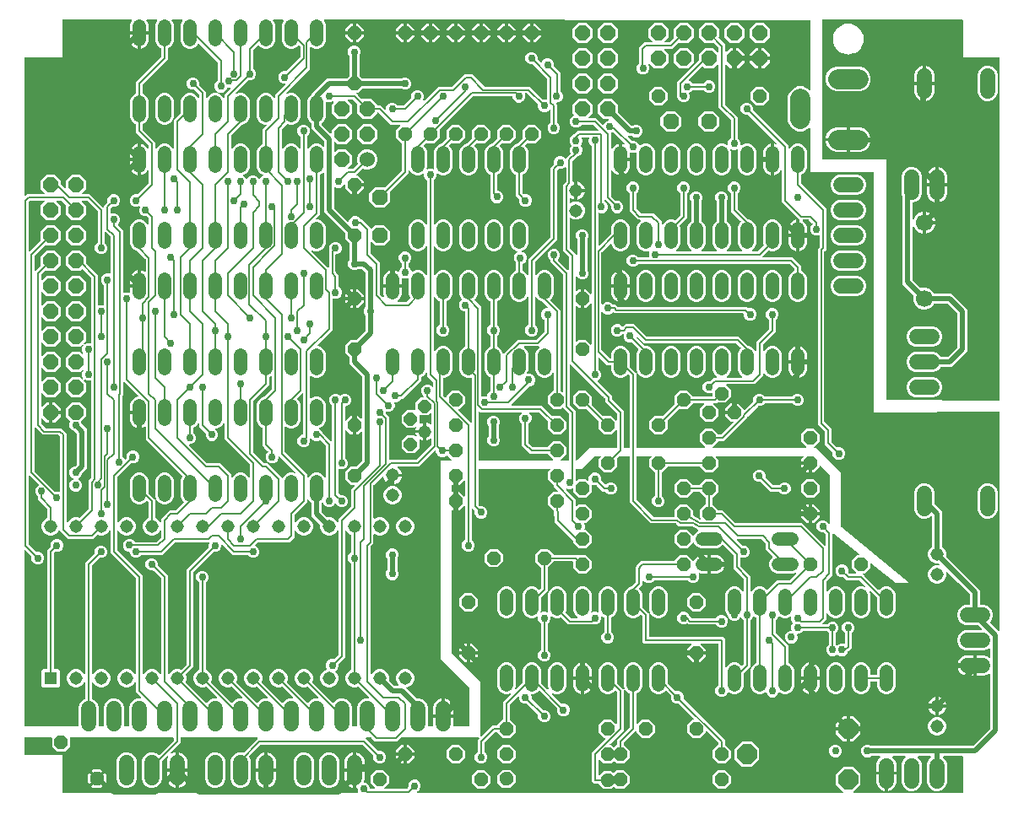
<source format=gbr>
G04 EAGLE Gerber RS-274X export*
G75*
%MOMM*%
%FSLAX34Y34*%
%LPD*%
%INBottom Copper*%
%IPPOS*%
%AMOC8*
5,1,8,0,0,1.08239X$1,22.5*%
G01*
G04 Define Apertures*
%ADD10R,1.308000X1.308000*%
%ADD11C,1.308000*%
%ADD12P,1.429621X8X202.500000*%
%ADD13P,1.429621X8X292.500000*%
%ADD14P,1.429621X8X112.500000*%
%ADD15P,1.429621X8X22.500000*%
%ADD16P,1.429621X8X157.500000*%
%ADD17C,1.700000*%
%ADD18C,1.320800*%
%ADD19C,1.524000*%
%ADD20C,2.000000*%
%ADD21P,1.415766X8X22.500000*%
%ADD22P,1.429621X8X201.900000*%
%ADD23P,2.144431X8X112.500000*%
%ADD24P,1.649562X8X202.500000*%
%ADD25P,1.649562X8X112.500000*%
%ADD26C,1.508000*%
%ADD27P,1.649562X8X22.500000*%
%ADD28C,1.524000*%
%ADD29P,1.732040X8X22.500000*%
%ADD30C,0.508000*%
%ADD31C,0.756400*%
%ADD32C,0.152400*%
G36*
X815394Y259940D02*
X815642Y260115D01*
X815801Y260373D01*
X815848Y260636D01*
X815848Y271367D01*
X815788Y271664D01*
X815625Y271905D01*
X814675Y272855D01*
X814423Y273022D01*
X814137Y273078D01*
X811542Y273078D01*
X809219Y274040D01*
X807440Y275819D01*
X806478Y278142D01*
X806478Y280658D01*
X807440Y282981D01*
X809219Y284760D01*
X811542Y285722D01*
X814058Y285722D01*
X816381Y284760D01*
X818160Y282981D01*
X818446Y282290D01*
X818616Y282038D01*
X818870Y281873D01*
X819168Y281819D01*
X819464Y281887D01*
X819710Y282064D01*
X819867Y282324D01*
X819912Y282581D01*
X819912Y330200D01*
X819852Y330497D01*
X819689Y330739D01*
X810545Y339883D01*
X810292Y340050D01*
X809994Y340106D01*
X809698Y340041D01*
X809450Y339865D01*
X809291Y339607D01*
X809244Y339344D01*
X809244Y339112D01*
X803888Y333756D01*
X801624Y333756D01*
X801624Y344424D01*
X790956Y344424D01*
X790956Y346688D01*
X792980Y348711D01*
X793147Y348964D01*
X793203Y349262D01*
X793138Y349558D01*
X792962Y349806D01*
X792704Y349965D01*
X792441Y350012D01*
X706159Y350012D01*
X705862Y349952D01*
X705612Y349780D01*
X705448Y349525D01*
X705398Y349226D01*
X705467Y348931D01*
X705620Y348711D01*
X707644Y346688D01*
X707644Y339112D01*
X702288Y333756D01*
X694712Y333756D01*
X689209Y339259D01*
X689124Y339383D01*
X688869Y339547D01*
X688594Y339598D01*
X657606Y339598D01*
X657309Y339538D01*
X657059Y339366D01*
X656989Y339258D01*
X651341Y333609D01*
X651217Y333524D01*
X651053Y333269D01*
X651002Y332994D01*
X651002Y310754D01*
X651062Y310457D01*
X651225Y310215D01*
X653060Y308381D01*
X654022Y306058D01*
X654022Y303542D01*
X653060Y301219D01*
X651281Y299440D01*
X648958Y298478D01*
X646442Y298478D01*
X644119Y299440D01*
X642340Y301219D01*
X641378Y303542D01*
X641378Y306058D01*
X642340Y308381D01*
X644175Y310215D01*
X644342Y310468D01*
X644398Y310754D01*
X644398Y332994D01*
X644338Y333291D01*
X644166Y333541D01*
X644058Y333611D01*
X638556Y339112D01*
X638556Y346688D01*
X640580Y348711D01*
X640747Y348964D01*
X640803Y349262D01*
X640738Y349558D01*
X640562Y349806D01*
X640304Y349965D01*
X640041Y350012D01*
X626364Y350012D01*
X626067Y349952D01*
X625817Y349780D01*
X625653Y349525D01*
X625602Y349250D01*
X625602Y306483D01*
X625662Y306186D01*
X625825Y305945D01*
X642495Y289275D01*
X642747Y289108D01*
X643033Y289052D01*
X663194Y289052D01*
X663491Y289112D01*
X663741Y289284D01*
X663905Y289539D01*
X663956Y289814D01*
X663956Y295888D01*
X669312Y301244D01*
X676888Y301244D01*
X682244Y295888D01*
X682244Y290896D01*
X682304Y290599D01*
X682476Y290348D01*
X682614Y290242D01*
X689337Y286209D01*
X689622Y286108D01*
X689925Y286126D01*
X690197Y286261D01*
X690394Y286491D01*
X690486Y286780D01*
X690458Y287082D01*
X690267Y287401D01*
X689356Y288312D01*
X689356Y295888D01*
X694859Y301391D01*
X694983Y301476D01*
X695147Y301731D01*
X695198Y302006D01*
X695198Y307594D01*
X695138Y307891D01*
X694966Y308141D01*
X694858Y308211D01*
X689209Y313859D01*
X689124Y313983D01*
X688869Y314147D01*
X688594Y314198D01*
X683006Y314198D01*
X682709Y314138D01*
X682459Y313966D01*
X682389Y313858D01*
X676888Y308356D01*
X669312Y308356D01*
X663956Y313712D01*
X663956Y321288D01*
X669312Y326644D01*
X676888Y326644D01*
X682391Y321141D01*
X682476Y321017D01*
X682731Y320853D01*
X683006Y320802D01*
X688594Y320802D01*
X688891Y320862D01*
X689141Y321034D01*
X689211Y321142D01*
X694712Y326644D01*
X702288Y326644D01*
X707644Y321288D01*
X707644Y313712D01*
X702141Y308209D01*
X702017Y308124D01*
X701853Y307869D01*
X701802Y307594D01*
X701802Y302006D01*
X701862Y301709D01*
X702034Y301459D01*
X702142Y301389D01*
X707791Y295741D01*
X707876Y295617D01*
X708131Y295453D01*
X708406Y295402D01*
X712568Y295402D01*
X725045Y282925D01*
X725297Y282758D01*
X725583Y282702D01*
X791943Y282702D01*
X814547Y260098D01*
X814800Y259930D01*
X815098Y259874D01*
X815394Y259940D01*
G37*
%LPC*%
G36*
X796312Y333756D02*
X790956Y339112D01*
X790956Y341376D01*
X798576Y341376D01*
X798576Y333756D01*
X796312Y333756D01*
G37*
G36*
X772949Y311178D02*
X770626Y312140D01*
X768791Y313975D01*
X768538Y314142D01*
X768252Y314198D01*
X760139Y314198D01*
X750682Y323655D01*
X750429Y323822D01*
X750143Y323878D01*
X747549Y323878D01*
X745226Y324840D01*
X743447Y326619D01*
X742485Y328942D01*
X742485Y331458D01*
X743447Y333781D01*
X745226Y335560D01*
X747549Y336522D01*
X750064Y336522D01*
X752388Y335560D01*
X754166Y333781D01*
X755129Y331458D01*
X755129Y328863D01*
X755189Y328566D01*
X755352Y328325D01*
X762651Y321025D01*
X762904Y320858D01*
X763190Y320802D01*
X768252Y320802D01*
X768550Y320862D01*
X768791Y321025D01*
X770626Y322860D01*
X772949Y323822D01*
X775464Y323822D01*
X777788Y322860D01*
X779566Y321081D01*
X780529Y318758D01*
X780529Y316242D01*
X779566Y313919D01*
X777788Y312140D01*
X775464Y311178D01*
X772949Y311178D01*
G37*
G36*
X796312Y308356D02*
X790956Y313712D01*
X790956Y321288D01*
X796312Y326644D01*
X803888Y326644D01*
X809244Y321288D01*
X809244Y313712D01*
X803888Y308356D01*
X796312Y308356D01*
G37*
G36*
X801624Y293624D02*
X801624Y301244D01*
X803888Y301244D01*
X809244Y295888D01*
X809244Y293624D01*
X801624Y293624D01*
G37*
G36*
X790956Y293624D02*
X790956Y295888D01*
X796312Y301244D01*
X798576Y301244D01*
X798576Y293624D01*
X790956Y293624D01*
G37*
G36*
X801624Y282956D02*
X801624Y290576D01*
X809244Y290576D01*
X809244Y288312D01*
X803888Y282956D01*
X801624Y282956D01*
G37*
G36*
X796312Y282956D02*
X790956Y288312D01*
X790956Y290576D01*
X798576Y290576D01*
X798576Y282956D01*
X796312Y282956D01*
G37*
%LPD*%
G36*
X346370Y11998D02*
X346620Y12170D01*
X346783Y12425D01*
X346834Y12724D01*
X346776Y12992D01*
X346103Y14617D01*
X346103Y16494D01*
X346043Y16791D01*
X345871Y17042D01*
X345616Y17205D01*
X345317Y17256D01*
X345049Y17198D01*
X344921Y17145D01*
X344424Y17145D01*
X344424Y33401D01*
X353060Y33401D01*
X353060Y25284D01*
X352218Y23251D01*
X352160Y22953D01*
X352222Y22656D01*
X352396Y22407D01*
X352653Y22246D01*
X352922Y22197D01*
X353683Y22197D01*
X356006Y21235D01*
X357785Y19456D01*
X358747Y17133D01*
X358747Y16764D01*
X358807Y16467D01*
X358979Y16217D01*
X359234Y16053D01*
X359509Y16002D01*
X362927Y16002D01*
X363224Y16062D01*
X363474Y16234D01*
X363638Y16489D01*
X363688Y16788D01*
X363619Y17083D01*
X363466Y17303D01*
X359156Y21612D01*
X359156Y29188D01*
X364512Y34544D01*
X372088Y34544D01*
X377444Y29188D01*
X377444Y21612D01*
X373134Y17303D01*
X372967Y17050D01*
X372911Y16752D01*
X372976Y16456D01*
X373152Y16208D01*
X373410Y16049D01*
X373673Y16002D01*
X395192Y16002D01*
X395489Y16062D01*
X395730Y16225D01*
X396680Y17175D01*
X396847Y17427D01*
X396903Y17713D01*
X396903Y20308D01*
X397865Y22631D01*
X399644Y24410D01*
X401967Y25372D01*
X404483Y25372D01*
X406806Y24410D01*
X408585Y22631D01*
X409547Y20308D01*
X409547Y17792D01*
X408585Y15469D01*
X406806Y13690D01*
X406115Y13404D01*
X405863Y13235D01*
X405698Y12980D01*
X405644Y12682D01*
X405712Y12386D01*
X405889Y12140D01*
X406149Y11983D01*
X406406Y11938D01*
X832221Y11938D01*
X832518Y11998D01*
X832768Y12170D01*
X832932Y12425D01*
X832983Y12724D01*
X832913Y13019D01*
X832760Y13239D01*
X825754Y20245D01*
X825754Y30555D01*
X833045Y37846D01*
X843355Y37846D01*
X850646Y30555D01*
X850646Y20245D01*
X843640Y13239D01*
X843473Y12986D01*
X843417Y12688D01*
X843482Y12392D01*
X843658Y12144D01*
X843916Y11985D01*
X844179Y11938D01*
X952500Y11938D01*
X952797Y11998D01*
X953047Y12170D01*
X953211Y12425D01*
X953262Y12700D01*
X953262Y47952D01*
X953202Y48250D01*
X953030Y48500D01*
X952775Y48663D01*
X952500Y48714D01*
X933964Y48714D01*
X933666Y48654D01*
X933416Y48483D01*
X933253Y48227D01*
X933202Y47928D01*
X933272Y47633D01*
X933425Y47414D01*
X935713Y45125D01*
X937260Y41391D01*
X937260Y22109D01*
X935713Y18375D01*
X932855Y15517D01*
X929121Y13970D01*
X925079Y13970D01*
X921345Y15517D01*
X918487Y18375D01*
X916940Y22109D01*
X916940Y41391D01*
X918487Y45125D01*
X920775Y47414D01*
X920943Y47666D01*
X920998Y47965D01*
X920933Y48261D01*
X920758Y48508D01*
X920500Y48668D01*
X920236Y48714D01*
X908564Y48714D01*
X908266Y48654D01*
X908016Y48483D01*
X907853Y48227D01*
X907802Y47928D01*
X907872Y47633D01*
X908025Y47414D01*
X910313Y45125D01*
X911860Y41391D01*
X911860Y22109D01*
X910313Y18375D01*
X907455Y15517D01*
X903721Y13970D01*
X899679Y13970D01*
X895945Y15517D01*
X893087Y18375D01*
X891540Y22109D01*
X891540Y41391D01*
X893087Y45125D01*
X895375Y47414D01*
X895543Y47666D01*
X895598Y47965D01*
X895533Y48261D01*
X895358Y48508D01*
X895100Y48668D01*
X894836Y48714D01*
X883164Y48714D01*
X882866Y48654D01*
X882616Y48483D01*
X882453Y48227D01*
X882402Y47928D01*
X882472Y47633D01*
X882625Y47414D01*
X884913Y45125D01*
X886460Y41391D01*
X886460Y33274D01*
X866140Y33274D01*
X866140Y41391D01*
X867687Y45125D01*
X869975Y47414D01*
X870143Y47666D01*
X870198Y47965D01*
X870133Y48261D01*
X869958Y48508D01*
X869700Y48668D01*
X869436Y48714D01*
X861222Y48714D01*
X860930Y48656D01*
X858508Y47653D01*
X855992Y47653D01*
X853669Y48615D01*
X851890Y50394D01*
X850928Y52717D01*
X850928Y55233D01*
X851890Y57556D01*
X853669Y59335D01*
X855992Y60297D01*
X858508Y60297D01*
X860831Y59335D01*
X861068Y59098D01*
X861321Y58930D01*
X861607Y58874D01*
X962780Y58874D01*
X963077Y58935D01*
X963319Y59098D01*
X980217Y75995D01*
X980384Y76248D01*
X980440Y76534D01*
X980440Y131112D01*
X980380Y131409D01*
X980208Y131659D01*
X979953Y131823D01*
X979654Y131874D01*
X979359Y131804D01*
X979139Y131651D01*
X978575Y131087D01*
X974841Y129540D01*
X966724Y129540D01*
X966724Y149860D01*
X974841Y149860D01*
X978575Y148313D01*
X979139Y147749D01*
X979392Y147582D01*
X979690Y147526D01*
X979986Y147591D01*
X980234Y147767D01*
X980393Y148025D01*
X980440Y148288D01*
X980440Y156512D01*
X980380Y156809D01*
X980208Y157059D01*
X979953Y157223D01*
X979654Y157274D01*
X979359Y157204D01*
X979139Y157051D01*
X978575Y156487D01*
X974841Y154940D01*
X955559Y154940D01*
X951825Y156487D01*
X948967Y159345D01*
X947420Y163079D01*
X947420Y167121D01*
X948967Y170855D01*
X951825Y173713D01*
X955559Y175260D01*
X971416Y175260D01*
X971713Y175320D01*
X971964Y175492D01*
X972127Y175747D01*
X972178Y176046D01*
X972108Y176341D01*
X971955Y176561D01*
X968399Y180117D01*
X968146Y180284D01*
X967860Y180340D01*
X955559Y180340D01*
X951825Y181887D01*
X948967Y184745D01*
X947420Y188479D01*
X947420Y192521D01*
X948967Y196255D01*
X951825Y199113D01*
X955559Y200660D01*
X959358Y200660D01*
X959655Y200720D01*
X959905Y200892D01*
X960069Y201147D01*
X960120Y201422D01*
X960120Y210780D01*
X960060Y211077D01*
X959897Y211319D01*
X948427Y222789D01*
X948174Y222956D01*
X947888Y223012D01*
X930970Y223012D01*
X930678Y222954D01*
X928906Y222220D01*
X925294Y222220D01*
X923522Y222954D01*
X923230Y223012D01*
X886148Y223012D01*
X886092Y223021D01*
X886036Y223051D01*
X861274Y242311D01*
X861002Y242446D01*
X860699Y242464D01*
X860414Y242362D01*
X860190Y242158D01*
X860064Y241882D01*
X860044Y241709D01*
X860044Y237512D01*
X854688Y232156D01*
X853853Y232156D01*
X853556Y232096D01*
X853306Y231924D01*
X853143Y231669D01*
X853092Y231370D01*
X853162Y231075D01*
X853315Y230855D01*
X854425Y229745D01*
X868328Y215842D01*
X868581Y215674D01*
X868879Y215618D01*
X869175Y215684D01*
X869406Y215842D01*
X871120Y217556D01*
X874481Y218948D01*
X878119Y218948D01*
X881480Y217556D01*
X884052Y214984D01*
X885444Y211623D01*
X885444Y194777D01*
X884052Y191416D01*
X881480Y188844D01*
X878119Y187452D01*
X874481Y187452D01*
X871120Y188844D01*
X868548Y191416D01*
X867156Y194777D01*
X867156Y207359D01*
X867096Y207656D01*
X866933Y207897D01*
X860516Y214314D01*
X860263Y214482D01*
X859965Y214537D01*
X859669Y214472D01*
X859421Y214297D01*
X859262Y214039D01*
X859216Y213739D01*
X859273Y213484D01*
X860044Y211623D01*
X860044Y194777D01*
X858652Y191416D01*
X856080Y188844D01*
X852719Y187452D01*
X849081Y187452D01*
X845720Y188844D01*
X843148Y191416D01*
X841756Y194777D01*
X841756Y211623D01*
X843148Y214984D01*
X845720Y217556D01*
X849081Y218948D01*
X852719Y218948D01*
X854580Y218177D01*
X854878Y218119D01*
X855174Y218182D01*
X855423Y218355D01*
X855584Y218612D01*
X855633Y218912D01*
X855561Y219206D01*
X855410Y219420D01*
X849755Y225075D01*
X849503Y225242D01*
X849217Y225298D01*
X836832Y225298D01*
X833725Y228405D01*
X833473Y228572D01*
X833187Y228628D01*
X830592Y228628D01*
X828269Y229590D01*
X826490Y231369D01*
X825528Y233692D01*
X825528Y236208D01*
X826490Y238531D01*
X828269Y240310D01*
X830592Y241272D01*
X833108Y241272D01*
X835431Y240310D01*
X837210Y238531D01*
X838172Y236208D01*
X838172Y233613D01*
X838232Y233316D01*
X838395Y233075D01*
X839345Y232125D01*
X839597Y231958D01*
X839883Y231902D01*
X845527Y231902D01*
X845824Y231962D01*
X846074Y232134D01*
X846238Y232389D01*
X846288Y232688D01*
X846219Y232983D01*
X846066Y233203D01*
X841756Y237512D01*
X841756Y245088D01*
X847112Y250444D01*
X848596Y250444D01*
X848893Y250504D01*
X849143Y250676D01*
X849307Y250931D01*
X849358Y251230D01*
X849288Y251525D01*
X849064Y251808D01*
X823682Y271549D01*
X823410Y271684D01*
X823107Y271702D01*
X822822Y271601D01*
X822598Y271396D01*
X822472Y271120D01*
X822452Y270947D01*
X822452Y230407D01*
X816325Y224280D01*
X816158Y224028D01*
X816102Y223742D01*
X816102Y214841D01*
X816162Y214543D01*
X816334Y214293D01*
X816589Y214130D01*
X816888Y214079D01*
X817183Y214149D01*
X817428Y214328D01*
X817568Y214549D01*
X817748Y214984D01*
X820320Y217556D01*
X823681Y218948D01*
X827319Y218948D01*
X830680Y217556D01*
X833252Y214984D01*
X834644Y211623D01*
X834644Y194777D01*
X833252Y191416D01*
X830680Y188844D01*
X827319Y187452D01*
X823681Y187452D01*
X820320Y188844D01*
X817748Y191416D01*
X817568Y191851D01*
X817399Y192103D01*
X817144Y192268D01*
X816846Y192321D01*
X816550Y192254D01*
X816304Y192076D01*
X816147Y191817D01*
X816102Y191560D01*
X816102Y185957D01*
X812548Y182403D01*
X812380Y182150D01*
X812324Y181852D01*
X812390Y181556D01*
X812565Y181308D01*
X812823Y181149D01*
X813086Y181102D01*
X816371Y181102D01*
X816668Y181162D01*
X816910Y181325D01*
X818744Y183160D01*
X821067Y184122D01*
X823583Y184122D01*
X825906Y183160D01*
X827685Y181381D01*
X828647Y179058D01*
X828647Y176542D01*
X827685Y174219D01*
X825850Y172385D01*
X825683Y172132D01*
X825627Y171846D01*
X825627Y161529D01*
X825687Y161232D01*
X825850Y160990D01*
X826549Y160292D01*
X826802Y160124D01*
X827100Y160069D01*
X827396Y160134D01*
X827626Y160292D01*
X828269Y160935D01*
X830592Y161897D01*
X833108Y161897D01*
X833844Y161592D01*
X834142Y161534D01*
X834439Y161597D01*
X834688Y161770D01*
X834849Y162027D01*
X834898Y162296D01*
X834898Y171846D01*
X834838Y172143D01*
X834675Y172385D01*
X832840Y174219D01*
X831878Y176542D01*
X831878Y179058D01*
X832840Y181381D01*
X834619Y183160D01*
X836942Y184122D01*
X839458Y184122D01*
X841781Y183160D01*
X843560Y181381D01*
X844522Y179058D01*
X844522Y176542D01*
X843560Y174219D01*
X841725Y172385D01*
X841558Y172132D01*
X841502Y171846D01*
X841502Y157382D01*
X838092Y153972D01*
X837926Y153725D01*
X837210Y151994D01*
X835431Y150215D01*
X833108Y149253D01*
X830592Y149253D01*
X828269Y150215D01*
X827626Y150858D01*
X827373Y151026D01*
X827075Y151081D01*
X826779Y151016D01*
X826549Y150858D01*
X825906Y150215D01*
X823583Y149253D01*
X821067Y149253D01*
X818744Y150215D01*
X816965Y151994D01*
X816003Y154317D01*
X816003Y156833D01*
X816965Y159156D01*
X818800Y160990D01*
X818967Y161243D01*
X819023Y161529D01*
X819023Y171846D01*
X818963Y172143D01*
X818800Y172385D01*
X816910Y174275D01*
X816657Y174442D01*
X816371Y174498D01*
X793354Y174498D01*
X793057Y174438D01*
X792815Y174275D01*
X790981Y172440D01*
X788658Y171478D01*
X787707Y171478D01*
X787409Y171418D01*
X787159Y171246D01*
X786996Y170991D01*
X786945Y170692D01*
X787003Y170424D01*
X787372Y169533D01*
X787372Y167017D01*
X786410Y164694D01*
X784631Y162915D01*
X782308Y161953D01*
X779792Y161953D01*
X777469Y162915D01*
X775690Y164694D01*
X774728Y167017D01*
X774728Y169533D01*
X775690Y171856D01*
X777469Y173635D01*
X779792Y174597D01*
X780743Y174597D01*
X781041Y174657D01*
X781291Y174829D01*
X781454Y175084D01*
X781505Y175383D01*
X781447Y175651D01*
X781078Y176543D01*
X781078Y179058D01*
X782040Y181381D01*
X782683Y182024D01*
X782851Y182277D01*
X782906Y182575D01*
X782841Y182871D01*
X782683Y183101D01*
X782040Y183744D01*
X781078Y186067D01*
X781078Y188203D01*
X781018Y188500D01*
X780846Y188750D01*
X780591Y188914D01*
X780292Y188964D01*
X780020Y188900D01*
X780020Y188902D01*
X780008Y188897D01*
X779997Y188895D01*
X779989Y188889D01*
X776519Y187452D01*
X772881Y187452D01*
X769520Y188844D01*
X769363Y189002D01*
X769110Y189169D01*
X768812Y189225D01*
X768516Y189160D01*
X768268Y188984D01*
X768120Y188755D01*
X767360Y186919D01*
X765525Y185085D01*
X765358Y184832D01*
X765302Y184546D01*
X765302Y173133D01*
X765362Y172836D01*
X765525Y172595D01*
X778002Y160118D01*
X778002Y142643D01*
X778062Y142346D01*
X778234Y142095D01*
X778472Y141939D01*
X779880Y141356D01*
X782452Y138784D01*
X783844Y135423D01*
X783844Y118577D01*
X782452Y115216D01*
X779880Y112644D01*
X776519Y111252D01*
X772881Y111252D01*
X769520Y112644D01*
X769490Y112675D01*
X769237Y112842D01*
X768939Y112898D01*
X768643Y112833D01*
X768395Y112657D01*
X768247Y112428D01*
X767487Y110592D01*
X765708Y108813D01*
X763385Y107851D01*
X760869Y107851D01*
X758546Y108813D01*
X756767Y110592D01*
X755933Y112607D01*
X755763Y112859D01*
X755509Y113024D01*
X755211Y113077D01*
X754915Y113010D01*
X754690Y112854D01*
X754480Y112644D01*
X751119Y111252D01*
X747481Y111252D01*
X744120Y112644D01*
X741548Y115216D01*
X740156Y118577D01*
X740156Y135423D01*
X740927Y137284D01*
X740985Y137582D01*
X740922Y137878D01*
X740889Y137926D01*
X740983Y137949D01*
X741228Y138128D01*
X741368Y138349D01*
X741548Y138784D01*
X744120Y141356D01*
X745528Y141939D01*
X745779Y142108D01*
X745945Y142362D01*
X745998Y142643D01*
X745998Y187557D01*
X745938Y187854D01*
X745766Y188105D01*
X745528Y188261D01*
X744120Y188844D01*
X743963Y189002D01*
X743710Y189169D01*
X743412Y189225D01*
X743116Y189160D01*
X742868Y188984D01*
X742720Y188755D01*
X741960Y186919D01*
X740125Y185085D01*
X739958Y184832D01*
X739902Y184546D01*
X739902Y138641D01*
X739962Y138343D01*
X739999Y138290D01*
X739898Y138265D01*
X739684Y138114D01*
X733267Y131697D01*
X733100Y131445D01*
X733044Y131159D01*
X733044Y118577D01*
X731652Y115216D01*
X729080Y112644D01*
X725719Y111252D01*
X722081Y111252D01*
X718720Y112644D01*
X718563Y112802D01*
X718310Y112969D01*
X718012Y113025D01*
X717716Y112960D01*
X717468Y112784D01*
X717320Y112555D01*
X716560Y110719D01*
X714781Y108940D01*
X712458Y107978D01*
X709942Y107978D01*
X707619Y108940D01*
X705840Y110719D01*
X704878Y113042D01*
X704878Y115558D01*
X705840Y117881D01*
X707675Y119715D01*
X707842Y119968D01*
X707898Y120254D01*
X707898Y161036D01*
X707838Y161333D01*
X707666Y161583D01*
X707411Y161747D01*
X707136Y161798D01*
X691173Y161798D01*
X690876Y161738D01*
X690626Y161566D01*
X690462Y161311D01*
X690412Y161012D01*
X690481Y160717D01*
X690634Y160497D01*
X694944Y156188D01*
X694944Y153924D01*
X676656Y153924D01*
X676656Y156188D01*
X680966Y160497D01*
X681133Y160750D01*
X681189Y161048D01*
X681124Y161344D01*
X680948Y161592D01*
X680690Y161751D01*
X680427Y161798D01*
X633632Y161798D01*
X631698Y163732D01*
X631698Y188817D01*
X631638Y189114D01*
X631475Y189355D01*
X630272Y190559D01*
X630019Y190726D01*
X629721Y190782D01*
X629425Y190717D01*
X629194Y190559D01*
X627480Y188844D01*
X624119Y187452D01*
X620481Y187452D01*
X617120Y188844D01*
X614548Y191416D01*
X613156Y194777D01*
X613156Y211623D01*
X614548Y214984D01*
X617120Y217556D01*
X620595Y218995D01*
X620660Y219008D01*
X620901Y219171D01*
X625125Y223395D01*
X625292Y223647D01*
X625348Y223933D01*
X625348Y238441D01*
X625386Y238479D01*
X625551Y238726D01*
X626034Y239891D01*
X626092Y240183D01*
X626092Y240237D01*
X630457Y244602D01*
X663194Y244602D01*
X663491Y244662D01*
X663741Y244834D01*
X663811Y244942D01*
X669312Y250444D01*
X676888Y250444D01*
X682373Y244958D01*
X682626Y244791D01*
X682924Y244735D01*
X683221Y244800D01*
X683468Y244976D01*
X683616Y245205D01*
X684144Y246480D01*
X686716Y249052D01*
X690077Y250444D01*
X696976Y250444D01*
X696976Y232156D01*
X690077Y232156D01*
X689263Y232493D01*
X688966Y232551D01*
X688669Y232488D01*
X688420Y232315D01*
X688259Y232058D01*
X688210Y231759D01*
X688268Y231498D01*
X688947Y229858D01*
X688947Y227342D01*
X687985Y225019D01*
X686206Y223240D01*
X683883Y222278D01*
X681367Y222278D01*
X679044Y223240D01*
X677210Y225075D01*
X676957Y225242D01*
X676671Y225298D01*
X644129Y225298D01*
X643832Y225238D01*
X643590Y225075D01*
X641756Y223240D01*
X639433Y222278D01*
X636917Y222278D01*
X634594Y223240D01*
X633253Y224582D01*
X633000Y224749D01*
X632702Y224805D01*
X632406Y224740D01*
X632158Y224564D01*
X631999Y224306D01*
X631952Y224043D01*
X631952Y220882D01*
X628592Y217522D01*
X628424Y217269D01*
X628368Y216971D01*
X628434Y216675D01*
X628592Y216444D01*
X630052Y214984D01*
X631444Y211623D01*
X631444Y199041D01*
X631504Y198744D01*
X631667Y198503D01*
X638084Y192086D01*
X638337Y191918D01*
X638401Y191906D01*
X638347Y191817D01*
X638302Y191560D01*
X638302Y169164D01*
X638362Y168867D01*
X638534Y168617D01*
X638789Y168453D01*
X639064Y168402D01*
X712568Y168402D01*
X714502Y166468D01*
X714502Y138641D01*
X714562Y138343D01*
X714734Y138093D01*
X714989Y137930D01*
X715288Y137879D01*
X715583Y137949D01*
X715828Y138128D01*
X715968Y138349D01*
X716148Y138784D01*
X718720Y141356D01*
X722081Y142748D01*
X725719Y142748D01*
X729080Y141356D01*
X730794Y139642D01*
X731047Y139474D01*
X731345Y139418D01*
X731641Y139484D01*
X731872Y139642D01*
X733075Y140845D01*
X733242Y141097D01*
X733298Y141383D01*
X733298Y184546D01*
X733238Y184843D01*
X733075Y185085D01*
X731240Y186919D01*
X730954Y187610D01*
X730785Y187862D01*
X730530Y188027D01*
X730232Y188081D01*
X729936Y188013D01*
X729690Y187836D01*
X729546Y187610D01*
X729260Y186919D01*
X727481Y185140D01*
X725158Y184178D01*
X722642Y184178D01*
X720319Y185140D01*
X718442Y187017D01*
X718189Y187185D01*
X717891Y187241D01*
X717595Y187175D01*
X717347Y187000D01*
X717188Y186742D01*
X717142Y186442D01*
X717199Y186187D01*
X717522Y185408D01*
X717522Y182892D01*
X716560Y180569D01*
X714781Y178790D01*
X712458Y177828D01*
X709942Y177828D01*
X707619Y178790D01*
X705785Y180625D01*
X705532Y180792D01*
X705246Y180848D01*
X678082Y180848D01*
X677242Y181689D01*
X676989Y181856D01*
X676691Y181912D01*
X676411Y181854D01*
X674358Y181003D01*
X671842Y181003D01*
X669519Y181965D01*
X667740Y183744D01*
X666778Y186067D01*
X666778Y188583D01*
X667740Y190906D01*
X669519Y192685D01*
X671842Y193647D01*
X674358Y193647D01*
X676681Y192685D01*
X678460Y190906D01*
X679176Y189175D01*
X679342Y188928D01*
X680595Y187675D01*
X680847Y187508D01*
X681133Y187452D01*
X705246Y187452D01*
X705543Y187512D01*
X705785Y187675D01*
X707619Y189510D01*
X709942Y190472D01*
X712458Y190472D01*
X714781Y189510D01*
X716658Y187633D01*
X716911Y187465D01*
X717209Y187410D01*
X717505Y187475D01*
X717753Y187650D01*
X717912Y187908D01*
X717958Y188208D01*
X717901Y188463D01*
X717578Y189242D01*
X717578Y189671D01*
X717518Y189968D01*
X717355Y190210D01*
X716148Y191416D01*
X714756Y194777D01*
X714756Y211623D01*
X716148Y214984D01*
X718720Y217556D01*
X722081Y218948D01*
X725719Y218948D01*
X729080Y217556D01*
X731652Y214984D01*
X731832Y214549D01*
X732002Y214297D01*
X732256Y214132D01*
X732554Y214079D01*
X732850Y214146D01*
X733096Y214324D01*
X733253Y214583D01*
X733298Y214841D01*
X733298Y226423D01*
X733238Y226721D01*
X733075Y226962D01*
X723039Y236998D01*
X723039Y249876D01*
X722979Y250173D01*
X722816Y250414D01*
X712822Y260409D01*
X712569Y260576D01*
X712271Y260632D01*
X711975Y260567D01*
X711744Y260409D01*
X710284Y258948D01*
X706923Y257556D01*
X690077Y257556D01*
X686716Y258948D01*
X684144Y261520D01*
X683616Y262795D01*
X683447Y263046D01*
X683193Y263212D01*
X682894Y263265D01*
X682598Y263197D01*
X682373Y263042D01*
X676888Y257556D01*
X669312Y257556D01*
X663956Y262912D01*
X663956Y270488D01*
X669312Y275844D01*
X676888Y275844D01*
X682373Y270358D01*
X682626Y270191D01*
X682924Y270135D01*
X683221Y270200D01*
X683468Y270376D01*
X683616Y270605D01*
X684144Y271880D01*
X686716Y274452D01*
X687362Y274720D01*
X687614Y274889D01*
X687779Y275143D01*
X687833Y275442D01*
X687765Y275737D01*
X687588Y275983D01*
X687463Y276077D01*
X686702Y276533D01*
X686680Y276546D01*
X681942Y279177D01*
X681572Y279273D01*
X668557Y279273D01*
X665605Y282225D01*
X665353Y282392D01*
X665067Y282448D01*
X639982Y282448D01*
X618998Y303432D01*
X618998Y349250D01*
X618938Y349547D01*
X618766Y349797D01*
X618511Y349961D01*
X618236Y350012D01*
X608997Y350012D01*
X608700Y349952D01*
X608459Y349789D01*
X606239Y347570D01*
X606072Y347317D01*
X606016Y347019D01*
X606044Y346893D01*
X606044Y339112D01*
X600688Y333756D01*
X593112Y333756D01*
X587756Y339112D01*
X587756Y346688D01*
X589780Y348711D01*
X589947Y348964D01*
X590003Y349262D01*
X589938Y349558D01*
X589762Y349806D01*
X589504Y349965D01*
X589241Y350012D01*
X584200Y350012D01*
X583903Y349952D01*
X583661Y349789D01*
X571228Y337356D01*
X571202Y337337D01*
X571096Y337312D01*
X565658Y337312D01*
X565361Y337252D01*
X565111Y337080D01*
X564947Y336825D01*
X564896Y336550D01*
X564896Y325667D01*
X564956Y325370D01*
X565128Y325120D01*
X565383Y324956D01*
X565682Y324906D01*
X565977Y324975D01*
X566197Y325128D01*
X567712Y326644D01*
X575288Y326644D01*
X576577Y325354D01*
X576830Y325187D01*
X577128Y325131D01*
X577424Y325196D01*
X577672Y325372D01*
X577831Y325630D01*
X577878Y325893D01*
X577878Y328283D01*
X578840Y330606D01*
X580619Y332385D01*
X582942Y333347D01*
X585458Y333347D01*
X587781Y332385D01*
X589560Y330606D01*
X590522Y328283D01*
X590522Y325688D01*
X590582Y325391D01*
X590745Y325150D01*
X594226Y321669D01*
X594479Y321502D01*
X594777Y321446D01*
X595073Y321511D01*
X595303Y321669D01*
X596494Y322860D01*
X598817Y323822D01*
X601333Y323822D01*
X603656Y322860D01*
X605435Y321081D01*
X606397Y318758D01*
X606397Y316242D01*
X605435Y313919D01*
X603656Y312140D01*
X601333Y311178D01*
X598817Y311178D01*
X596494Y312140D01*
X594660Y313975D01*
X594407Y314142D01*
X594121Y314198D01*
X592357Y314198D01*
X586075Y320480D01*
X585823Y320647D01*
X585537Y320703D01*
X582942Y320703D01*
X581698Y321219D01*
X581400Y321277D01*
X581103Y321214D01*
X580854Y321040D01*
X580693Y320784D01*
X580644Y320515D01*
X580644Y313712D01*
X575288Y308356D01*
X567712Y308356D01*
X562356Y313712D01*
X562356Y316716D01*
X562296Y317013D01*
X562124Y317263D01*
X561869Y317427D01*
X561570Y317477D01*
X561302Y317420D01*
X559832Y316811D01*
X557316Y316811D01*
X556277Y317241D01*
X555979Y317299D01*
X555682Y317236D01*
X555434Y317063D01*
X555272Y316806D01*
X555224Y316507D01*
X555296Y316212D01*
X555446Y315998D01*
X564896Y306549D01*
X564896Y300267D01*
X564956Y299970D01*
X565128Y299720D01*
X565383Y299556D01*
X565682Y299506D01*
X565977Y299575D01*
X566197Y299728D01*
X567712Y301244D01*
X575288Y301244D01*
X580644Y295888D01*
X580644Y288312D01*
X575288Y282956D01*
X574278Y282956D01*
X573981Y282896D01*
X573731Y282724D01*
X573567Y282469D01*
X573517Y282170D01*
X573574Y281902D01*
X574184Y280432D01*
X574184Y277916D01*
X573761Y276898D01*
X573704Y276600D01*
X573766Y276303D01*
X573940Y276054D01*
X574196Y275893D01*
X574465Y275844D01*
X575288Y275844D01*
X580644Y270488D01*
X580644Y262912D01*
X575288Y257556D01*
X567712Y257556D01*
X562356Y262912D01*
X562356Y264763D01*
X562296Y265060D01*
X562133Y265301D01*
X544606Y282829D01*
X544584Y282850D01*
X543581Y283775D01*
X543581Y285140D01*
X543581Y285170D01*
X543190Y294924D01*
X543118Y295219D01*
X542937Y295462D01*
X542675Y295615D01*
X542429Y295656D01*
X542312Y295656D01*
X536956Y301012D01*
X536956Y308588D01*
X542312Y313944D01*
X546322Y313944D01*
X546619Y314004D01*
X546869Y314176D01*
X547032Y314431D01*
X547083Y314730D01*
X547013Y315025D01*
X546860Y315245D01*
X542798Y319307D01*
X542798Y320294D01*
X542738Y320591D01*
X542566Y320841D01*
X542458Y320911D01*
X536956Y326412D01*
X536956Y333988D01*
X538980Y336011D01*
X539147Y336264D01*
X539203Y336562D01*
X539138Y336858D01*
X538962Y337106D01*
X538704Y337265D01*
X538441Y337312D01*
X468023Y337312D01*
X467726Y337252D01*
X467476Y337080D01*
X467312Y336825D01*
X467261Y336550D01*
X467261Y301155D01*
X467321Y300857D01*
X467484Y300616D01*
X468129Y299971D01*
X468382Y299804D01*
X468668Y299748D01*
X471262Y299748D01*
X473585Y298786D01*
X475364Y297007D01*
X476326Y294684D01*
X476326Y292168D01*
X475364Y289845D01*
X473585Y288066D01*
X471262Y287104D01*
X468747Y287104D01*
X466423Y288066D01*
X464645Y289845D01*
X463682Y292168D01*
X463682Y294763D01*
X463622Y295060D01*
X463459Y295301D01*
X461803Y296958D01*
X461550Y297125D01*
X461252Y297181D01*
X460956Y297116D01*
X460708Y296940D01*
X460549Y296682D01*
X460502Y296419D01*
X460502Y266304D01*
X460562Y266007D01*
X460725Y265765D01*
X462560Y263931D01*
X463522Y261608D01*
X463522Y259092D01*
X462560Y256769D01*
X460781Y254990D01*
X458458Y254028D01*
X455942Y254028D01*
X453619Y254990D01*
X451840Y256769D01*
X450878Y259092D01*
X450878Y261608D01*
X451840Y263931D01*
X453675Y265765D01*
X453842Y266018D01*
X453898Y266304D01*
X453898Y299427D01*
X453838Y299724D01*
X453666Y299974D01*
X453411Y300138D01*
X453112Y300188D01*
X452817Y300119D01*
X452597Y299966D01*
X448288Y295656D01*
X446024Y295656D01*
X446024Y313944D01*
X448288Y313944D01*
X452597Y309634D01*
X452850Y309467D01*
X453148Y309411D01*
X453444Y309476D01*
X453692Y309652D01*
X453851Y309910D01*
X453898Y310173D01*
X453898Y324827D01*
X453838Y325124D01*
X453666Y325374D01*
X453411Y325538D01*
X453112Y325588D01*
X452817Y325519D01*
X452597Y325366D01*
X448288Y321056D01*
X446024Y321056D01*
X446024Y331724D01*
X442976Y331724D01*
X442976Y321056D01*
X441325Y321056D01*
X441028Y320996D01*
X440778Y320824D01*
X440614Y320569D01*
X440563Y320294D01*
X440563Y314706D01*
X440623Y314409D01*
X440795Y314159D01*
X441050Y313995D01*
X441325Y313944D01*
X442976Y313944D01*
X442976Y295656D01*
X441325Y295656D01*
X441028Y295596D01*
X440778Y295424D01*
X440614Y295169D01*
X440563Y294894D01*
X440563Y152400D01*
X440623Y152103D01*
X440786Y151861D01*
X469094Y123553D01*
X469113Y123527D01*
X469138Y123421D01*
X469138Y69247D01*
X469198Y68950D01*
X469370Y68700D01*
X469625Y68537D01*
X469924Y68486D01*
X470219Y68556D01*
X470439Y68709D01*
X481232Y79502D01*
X485394Y79502D01*
X485691Y79562D01*
X485941Y79734D01*
X486011Y79842D01*
X491659Y85491D01*
X491783Y85576D01*
X491947Y85831D01*
X491998Y86106D01*
X491998Y102968D01*
X499810Y110780D01*
X499978Y111033D01*
X500033Y111331D01*
X499968Y111627D01*
X499793Y111875D01*
X499535Y112034D01*
X499235Y112080D01*
X498980Y112023D01*
X497119Y111252D01*
X493481Y111252D01*
X490120Y112644D01*
X487548Y115216D01*
X486156Y118577D01*
X486156Y135423D01*
X487548Y138784D01*
X490120Y141356D01*
X493481Y142748D01*
X497119Y142748D01*
X500480Y141356D01*
X503052Y138784D01*
X504444Y135423D01*
X504444Y118577D01*
X503673Y116716D01*
X503615Y116418D01*
X503678Y116122D01*
X503851Y115873D01*
X504108Y115712D01*
X504408Y115663D01*
X504702Y115735D01*
X504916Y115886D01*
X511333Y122303D01*
X511500Y122555D01*
X511556Y122841D01*
X511556Y135423D01*
X512948Y138784D01*
X515520Y141356D01*
X518881Y142748D01*
X522519Y142748D01*
X525880Y141356D01*
X528452Y138784D01*
X529844Y135423D01*
X529844Y122841D01*
X529904Y122544D01*
X530067Y122303D01*
X536484Y115886D01*
X536737Y115718D01*
X537035Y115663D01*
X537331Y115728D01*
X537579Y115903D01*
X537738Y116161D01*
X537784Y116461D01*
X537727Y116716D01*
X536956Y118577D01*
X536956Y135423D01*
X538348Y138784D01*
X540920Y141356D01*
X544281Y142748D01*
X547919Y142748D01*
X551280Y141356D01*
X553852Y138784D01*
X555244Y135423D01*
X555244Y118577D01*
X553852Y115216D01*
X551280Y112644D01*
X547919Y111252D01*
X544281Y111252D01*
X542420Y112023D01*
X542122Y112081D01*
X541826Y112018D01*
X541577Y111845D01*
X541416Y111588D01*
X541367Y111288D01*
X541439Y110994D01*
X541590Y110780D01*
X550575Y101795D01*
X550827Y101628D01*
X551113Y101572D01*
X553708Y101572D01*
X556031Y100610D01*
X557810Y98831D01*
X558772Y96508D01*
X558772Y93992D01*
X557810Y91669D01*
X556031Y89890D01*
X553708Y88928D01*
X551192Y88928D01*
X548869Y89890D01*
X547090Y91669D01*
X546128Y93992D01*
X546128Y96587D01*
X546068Y96884D01*
X545905Y97125D01*
X528672Y114359D01*
X528419Y114526D01*
X528121Y114582D01*
X527825Y114517D01*
X527594Y114359D01*
X525880Y112644D01*
X522519Y111252D01*
X520966Y111252D01*
X520668Y111192D01*
X520418Y111020D01*
X520255Y110765D01*
X520204Y110466D01*
X520262Y110198D01*
X520672Y109208D01*
X520672Y106613D01*
X520732Y106316D01*
X520895Y106075D01*
X531525Y95445D01*
X531777Y95278D01*
X532063Y95222D01*
X534658Y95222D01*
X536981Y94260D01*
X538760Y92481D01*
X539722Y90158D01*
X539722Y87642D01*
X538760Y85319D01*
X536981Y83540D01*
X534658Y82578D01*
X532142Y82578D01*
X529819Y83540D01*
X528040Y85319D01*
X527078Y87642D01*
X527078Y90237D01*
X527018Y90534D01*
X526855Y90775D01*
X516225Y101405D01*
X515973Y101572D01*
X515687Y101628D01*
X513092Y101628D01*
X510769Y102590D01*
X508990Y104369D01*
X508028Y106692D01*
X508028Y107819D01*
X507968Y108116D01*
X507796Y108366D01*
X507541Y108529D01*
X507242Y108580D01*
X506947Y108510D01*
X506727Y108357D01*
X498825Y100455D01*
X498658Y100203D01*
X498602Y99917D01*
X498602Y86106D01*
X498662Y85809D01*
X498834Y85559D01*
X498942Y85489D01*
X504444Y79988D01*
X504444Y72412D01*
X499088Y67056D01*
X491512Y67056D01*
X486009Y72559D01*
X485924Y72683D01*
X485669Y72847D01*
X485394Y72898D01*
X484283Y72898D01*
X483986Y72838D01*
X483745Y72675D01*
X473425Y62355D01*
X473258Y62103D01*
X473202Y61817D01*
X473202Y53579D01*
X473262Y53282D01*
X473425Y53040D01*
X475260Y51206D01*
X476222Y48883D01*
X476222Y46367D01*
X475260Y44044D01*
X473481Y42265D01*
X471158Y41303D01*
X468642Y41303D01*
X466319Y42265D01*
X464540Y44044D01*
X463578Y46367D01*
X463578Y48883D01*
X464540Y51206D01*
X466375Y53040D01*
X466542Y53293D01*
X466598Y53579D01*
X466598Y64868D01*
X467866Y66136D01*
X468034Y66389D01*
X468090Y66687D01*
X468024Y66983D01*
X467849Y67231D01*
X467591Y67390D01*
X467328Y67437D01*
X389922Y67437D01*
X389625Y67377D01*
X389384Y67214D01*
X385543Y63373D01*
X363757Y63373D01*
X359916Y67214D01*
X359664Y67381D01*
X359378Y67437D01*
X354997Y67437D01*
X354700Y67377D01*
X354450Y67205D01*
X354287Y66950D01*
X354236Y66651D01*
X354306Y66356D01*
X354459Y66136D01*
X366425Y54170D01*
X366677Y54003D01*
X366963Y53947D01*
X369558Y53947D01*
X371881Y52985D01*
X373660Y51206D01*
X374622Y48883D01*
X374622Y46367D01*
X373660Y44044D01*
X371881Y42265D01*
X369558Y41303D01*
X367042Y41303D01*
X364719Y42265D01*
X362940Y44044D01*
X361978Y46367D01*
X361978Y48962D01*
X361918Y49259D01*
X361755Y49500D01*
X351280Y59975D01*
X351028Y60142D01*
X350742Y60198D01*
X249333Y60198D01*
X249036Y60138D01*
X248795Y59975D01*
X237546Y48726D01*
X237378Y48473D01*
X237323Y48175D01*
X237381Y47896D01*
X238760Y44566D01*
X238760Y25284D01*
X237213Y21550D01*
X234355Y18692D01*
X230621Y17145D01*
X226579Y17145D01*
X222845Y18692D01*
X219987Y21550D01*
X218440Y25284D01*
X218440Y44566D01*
X219987Y48300D01*
X222845Y51158D01*
X226579Y52705D01*
X230621Y52705D01*
X231257Y52442D01*
X231554Y52384D01*
X231851Y52446D01*
X232087Y52607D01*
X245616Y66136D01*
X245784Y66389D01*
X245840Y66687D01*
X245774Y66983D01*
X245599Y67231D01*
X245341Y67390D01*
X245078Y67437D01*
X169164Y67437D01*
X168867Y67377D01*
X168617Y67205D01*
X168453Y66950D01*
X168402Y66675D01*
X168402Y62132D01*
X158781Y52512D01*
X158614Y52259D01*
X158558Y51961D01*
X158623Y51664D01*
X158799Y51417D01*
X159057Y51258D01*
X159357Y51212D01*
X159612Y51269D01*
X163079Y52705D01*
X163576Y52705D01*
X163576Y36449D01*
X154940Y36449D01*
X154940Y44566D01*
X156376Y48033D01*
X156434Y48331D01*
X156371Y48628D01*
X156198Y48876D01*
X155941Y49038D01*
X155642Y49086D01*
X155347Y49014D01*
X155133Y48864D01*
X150083Y43813D01*
X149916Y43561D01*
X149860Y43275D01*
X149860Y25284D01*
X148313Y21550D01*
X145455Y18692D01*
X141721Y17145D01*
X137679Y17145D01*
X133945Y18692D01*
X131087Y21550D01*
X129540Y25284D01*
X129540Y44566D01*
X131087Y48300D01*
X133945Y51158D01*
X137679Y52705D01*
X141721Y52705D01*
X145455Y51158D01*
X146233Y50380D01*
X146486Y50213D01*
X146784Y50157D01*
X147080Y50222D01*
X147311Y50380D01*
X161575Y64645D01*
X161742Y64897D01*
X161798Y65183D01*
X161798Y66675D01*
X161738Y66972D01*
X161566Y67222D01*
X161311Y67386D01*
X161036Y67437D01*
X58459Y67437D01*
X58162Y67377D01*
X57912Y67205D01*
X57748Y66950D01*
X57698Y66651D01*
X57767Y66356D01*
X57858Y66225D01*
X57858Y58623D01*
X52502Y53267D01*
X44927Y53267D01*
X39571Y58623D01*
X39571Y66230D01*
X39676Y66389D01*
X39732Y66687D01*
X39667Y66983D01*
X39491Y67231D01*
X39233Y67390D01*
X38970Y67437D01*
X12700Y67437D01*
X12403Y67377D01*
X12153Y67205D01*
X11989Y66950D01*
X11938Y66675D01*
X11938Y50800D01*
X11998Y50503D01*
X12170Y50253D01*
X12425Y50089D01*
X12700Y50038D01*
X49976Y50038D01*
X50031Y50029D01*
X50032Y50026D01*
X50038Y49986D01*
X50038Y12700D01*
X50098Y12403D01*
X50270Y12153D01*
X50525Y11989D01*
X50800Y11938D01*
X346072Y11938D01*
X346370Y11998D01*
G37*
%LPC*%
G36*
X532142Y143639D02*
X529819Y144601D01*
X528040Y146379D01*
X527078Y148703D01*
X527078Y151218D01*
X528040Y153542D01*
X529875Y155376D01*
X530042Y155629D01*
X530098Y155915D01*
X530098Y181371D01*
X530038Y181668D01*
X529875Y181910D01*
X528040Y183744D01*
X527078Y186067D01*
X527078Y188203D01*
X527018Y188500D01*
X526846Y188750D01*
X526591Y188914D01*
X526292Y188964D01*
X526020Y188900D01*
X526020Y188902D01*
X526008Y188897D01*
X525997Y188895D01*
X525989Y188889D01*
X522519Y187452D01*
X518881Y187452D01*
X515520Y188844D01*
X512948Y191416D01*
X511556Y194777D01*
X511556Y211623D01*
X512948Y214984D01*
X515520Y217556D01*
X518881Y218948D01*
X522519Y218948D01*
X525880Y217556D01*
X527594Y215842D01*
X527847Y215674D01*
X528145Y215618D01*
X528441Y215684D01*
X528672Y215842D01*
X529875Y217045D01*
X530042Y217297D01*
X530098Y217583D01*
X530098Y237744D01*
X530038Y238041D01*
X529866Y238291D01*
X529758Y238361D01*
X524256Y243862D01*
X524256Y251438D01*
X529612Y256794D01*
X537188Y256794D01*
X542691Y251291D01*
X542776Y251167D01*
X543031Y251003D01*
X543306Y250952D01*
X566518Y250952D01*
X566830Y250639D01*
X567083Y250472D01*
X567381Y250416D01*
X567507Y250444D01*
X575288Y250444D01*
X580644Y245088D01*
X580644Y237512D01*
X575288Y232156D01*
X567712Y232156D01*
X562356Y237512D01*
X562356Y243586D01*
X562296Y243883D01*
X562124Y244133D01*
X561869Y244297D01*
X561594Y244348D01*
X543306Y244348D01*
X543009Y244288D01*
X542759Y244116D01*
X542689Y244008D01*
X537041Y238359D01*
X536917Y238274D01*
X536753Y238019D01*
X536702Y237744D01*
X536702Y214841D01*
X536762Y214543D01*
X536799Y214490D01*
X536698Y214465D01*
X536484Y214314D01*
X530067Y207897D01*
X529900Y207645D01*
X529844Y207359D01*
X529844Y194777D01*
X529507Y193963D01*
X529449Y193666D01*
X529512Y193369D01*
X529685Y193120D01*
X529942Y192959D01*
X530241Y192910D01*
X530503Y192968D01*
X532142Y193647D01*
X534658Y193647D01*
X536298Y192968D01*
X536595Y192910D01*
X536892Y192972D01*
X537141Y193146D01*
X537302Y193403D01*
X537351Y193702D01*
X537293Y193963D01*
X536956Y194777D01*
X536956Y211623D01*
X537727Y213484D01*
X537785Y213782D01*
X537722Y214078D01*
X537689Y214126D01*
X537783Y214149D01*
X538028Y214328D01*
X538168Y214549D01*
X538348Y214984D01*
X540920Y217556D01*
X544281Y218948D01*
X547919Y218948D01*
X551280Y217556D01*
X553852Y214984D01*
X555244Y211623D01*
X555244Y194777D01*
X554736Y193549D01*
X554678Y193252D01*
X554740Y192955D01*
X554901Y192719D01*
X559945Y187675D01*
X560197Y187508D01*
X560483Y187452D01*
X565873Y187452D01*
X566170Y187512D01*
X566420Y187684D01*
X566584Y187939D01*
X566634Y188238D01*
X566565Y188533D01*
X566412Y188753D01*
X563748Y191416D01*
X562356Y194777D01*
X562356Y211623D01*
X563748Y214984D01*
X566320Y217556D01*
X569681Y218948D01*
X573319Y218948D01*
X576680Y217556D01*
X579252Y214984D01*
X580644Y211623D01*
X580644Y194777D01*
X580307Y193963D01*
X580249Y193666D01*
X580312Y193369D01*
X580485Y193120D01*
X580742Y192959D01*
X581041Y192910D01*
X581303Y192968D01*
X582942Y193647D01*
X585458Y193647D01*
X587098Y192968D01*
X587395Y192910D01*
X587692Y192972D01*
X587941Y193146D01*
X588102Y193403D01*
X588151Y193702D01*
X588093Y193963D01*
X587756Y194777D01*
X587756Y211623D01*
X589148Y214984D01*
X591720Y217556D01*
X595081Y218948D01*
X598719Y218948D01*
X602080Y217556D01*
X604652Y214984D01*
X606044Y211623D01*
X606044Y194777D01*
X604652Y191416D01*
X602080Y188844D01*
X600672Y188261D01*
X600421Y188092D01*
X600255Y187838D01*
X600202Y187557D01*
X600202Y174185D01*
X600262Y173888D01*
X600434Y173638D01*
X600563Y173553D01*
X602387Y171729D01*
X603349Y169406D01*
X603349Y166890D01*
X602387Y164567D01*
X600608Y162788D01*
X598285Y161826D01*
X595769Y161826D01*
X593446Y162788D01*
X591667Y164567D01*
X590705Y166890D01*
X590705Y169406D01*
X591667Y171729D01*
X593375Y173436D01*
X593542Y173689D01*
X593598Y173975D01*
X593598Y187557D01*
X593538Y187854D01*
X593366Y188105D01*
X593128Y188261D01*
X591581Y188902D01*
X591570Y188909D01*
X591272Y188965D01*
X590976Y188900D01*
X590728Y188724D01*
X590569Y188466D01*
X590522Y188203D01*
X590522Y186067D01*
X589560Y183744D01*
X587781Y181965D01*
X585458Y181003D01*
X582863Y181003D01*
X582566Y180943D01*
X582426Y180848D01*
X557432Y180848D01*
X550336Y187944D01*
X550083Y188112D01*
X549785Y188167D01*
X549506Y188109D01*
X547919Y187452D01*
X544281Y187452D01*
X540781Y188902D01*
X540770Y188909D01*
X540472Y188965D01*
X540176Y188900D01*
X539928Y188724D01*
X539769Y188466D01*
X539722Y188203D01*
X539722Y186067D01*
X538760Y183744D01*
X536925Y181910D01*
X536758Y181657D01*
X536702Y181371D01*
X536702Y155915D01*
X536762Y155618D01*
X536925Y155376D01*
X538760Y153542D01*
X539722Y151218D01*
X539722Y148703D01*
X538760Y146379D01*
X536981Y144601D01*
X534658Y143639D01*
X532142Y143639D01*
G37*
G36*
X478812Y238506D02*
X473456Y243862D01*
X473456Y251438D01*
X478812Y256794D01*
X486388Y256794D01*
X491744Y251438D01*
X491744Y243862D01*
X486388Y238506D01*
X478812Y238506D01*
G37*
G36*
X700024Y242824D02*
X700024Y250444D01*
X706923Y250444D01*
X710284Y249052D01*
X712856Y246480D01*
X714248Y243119D01*
X714248Y242824D01*
X700024Y242824D01*
G37*
G36*
X700024Y232156D02*
X700024Y239776D01*
X714248Y239776D01*
X714248Y239481D01*
X712856Y236120D01*
X710284Y233548D01*
X706923Y232156D01*
X700024Y232156D01*
G37*
G36*
X645881Y187452D02*
X642520Y188844D01*
X639948Y191416D01*
X639768Y191851D01*
X639599Y192103D01*
X639344Y192268D01*
X639287Y192278D01*
X639338Y192361D01*
X639384Y192661D01*
X639327Y192916D01*
X638556Y194777D01*
X638556Y211623D01*
X639948Y214984D01*
X642520Y217556D01*
X645881Y218948D01*
X649519Y218948D01*
X652880Y217556D01*
X655452Y214984D01*
X656844Y211623D01*
X656844Y194777D01*
X655452Y191416D01*
X652880Y188844D01*
X649519Y187452D01*
X645881Y187452D01*
G37*
G36*
X493481Y187452D02*
X490120Y188844D01*
X487548Y191416D01*
X486156Y194777D01*
X486156Y211623D01*
X487548Y214984D01*
X490120Y217556D01*
X493481Y218948D01*
X497119Y218948D01*
X500480Y217556D01*
X503052Y214984D01*
X504444Y211623D01*
X504444Y194777D01*
X503052Y191416D01*
X500480Y188844D01*
X497119Y187452D01*
X493481Y187452D01*
G37*
G36*
X682012Y194056D02*
X676656Y199412D01*
X676656Y206988D01*
X682012Y212344D01*
X689588Y212344D01*
X694944Y206988D01*
X694944Y199412D01*
X689588Y194056D01*
X682012Y194056D01*
G37*
G36*
X453412Y194056D02*
X448056Y199412D01*
X448056Y206988D01*
X453412Y212344D01*
X460988Y212344D01*
X466344Y206988D01*
X466344Y199412D01*
X460988Y194056D01*
X453412Y194056D01*
G37*
G36*
X458724Y153924D02*
X458724Y161544D01*
X460988Y161544D01*
X466344Y156188D01*
X466344Y153924D01*
X458724Y153924D01*
G37*
G36*
X448056Y153924D02*
X448056Y156188D01*
X453412Y161544D01*
X455676Y161544D01*
X455676Y153924D01*
X448056Y153924D01*
G37*
G36*
X458724Y143256D02*
X458724Y150876D01*
X466344Y150876D01*
X466344Y148612D01*
X460988Y143256D01*
X458724Y143256D01*
G37*
G36*
X682012Y143256D02*
X676656Y148612D01*
X676656Y150876D01*
X684276Y150876D01*
X684276Y143256D01*
X682012Y143256D01*
G37*
G36*
X687324Y143256D02*
X687324Y150876D01*
X694944Y150876D01*
X694944Y148612D01*
X689588Y143256D01*
X687324Y143256D01*
G37*
G36*
X453412Y143256D02*
X448056Y148612D01*
X448056Y150876D01*
X455676Y150876D01*
X455676Y143256D01*
X453412Y143256D01*
G37*
G36*
X947420Y141224D02*
X947420Y141721D01*
X948967Y145455D01*
X951825Y148313D01*
X955559Y149860D01*
X963676Y149860D01*
X963676Y141224D01*
X947420Y141224D01*
G37*
G36*
X573024Y128524D02*
X573024Y142748D01*
X573319Y142748D01*
X576680Y141356D01*
X579252Y138784D01*
X580644Y135423D01*
X580644Y128524D01*
X573024Y128524D01*
G37*
G36*
X823681Y111252D02*
X820320Y112644D01*
X817748Y115216D01*
X816356Y118577D01*
X816356Y135423D01*
X817748Y138784D01*
X820320Y141356D01*
X823681Y142748D01*
X827319Y142748D01*
X830680Y141356D01*
X833252Y138784D01*
X834644Y135423D01*
X834644Y118577D01*
X833252Y115216D01*
X830680Y112644D01*
X827319Y111252D01*
X823681Y111252D01*
G37*
G36*
X562356Y128524D02*
X562356Y135423D01*
X563748Y138784D01*
X566320Y141356D01*
X569681Y142748D01*
X569976Y142748D01*
X569976Y128524D01*
X562356Y128524D01*
G37*
G36*
X849081Y111252D02*
X845720Y112644D01*
X843148Y115216D01*
X841756Y118577D01*
X841756Y135423D01*
X843148Y138784D01*
X845720Y141356D01*
X849081Y142748D01*
X852719Y142748D01*
X856080Y141356D01*
X858652Y138784D01*
X860044Y135423D01*
X860044Y131064D01*
X860104Y130767D01*
X860276Y130517D01*
X860531Y130353D01*
X860806Y130302D01*
X866394Y130302D01*
X866691Y130362D01*
X866941Y130534D01*
X867105Y130789D01*
X867156Y131064D01*
X867156Y135423D01*
X868548Y138784D01*
X871120Y141356D01*
X874481Y142748D01*
X878119Y142748D01*
X881480Y141356D01*
X884052Y138784D01*
X885444Y135423D01*
X885444Y118577D01*
X884052Y115216D01*
X881480Y112644D01*
X878119Y111252D01*
X874481Y111252D01*
X871120Y112644D01*
X868548Y115216D01*
X867156Y118577D01*
X867156Y122936D01*
X867096Y123233D01*
X866924Y123483D01*
X866669Y123647D01*
X866394Y123698D01*
X860806Y123698D01*
X860509Y123638D01*
X860259Y123466D01*
X860095Y123211D01*
X860044Y122936D01*
X860044Y118577D01*
X858652Y115216D01*
X856080Y112644D01*
X852719Y111252D01*
X849081Y111252D01*
G37*
G36*
X593014Y15764D02*
X587557Y21337D01*
X587306Y21507D01*
X587012Y21566D01*
X582832Y21566D01*
X580898Y23500D01*
X580898Y52168D01*
X594485Y65755D01*
X594653Y66008D01*
X594709Y66306D01*
X594643Y66602D01*
X594468Y66850D01*
X594210Y67009D01*
X593947Y67056D01*
X593112Y67056D01*
X587756Y72412D01*
X587756Y79988D01*
X593112Y85344D01*
X600688Y85344D01*
X604997Y81034D01*
X605250Y80867D01*
X605548Y80811D01*
X605844Y80876D01*
X606092Y81052D01*
X606251Y81310D01*
X606298Y81573D01*
X606298Y112617D01*
X606238Y112914D01*
X606075Y113155D01*
X604872Y114359D01*
X604619Y114526D01*
X604321Y114582D01*
X604025Y114517D01*
X603794Y114359D01*
X602080Y112644D01*
X598719Y111252D01*
X595081Y111252D01*
X591720Y112644D01*
X589148Y115216D01*
X587756Y118577D01*
X587756Y135423D01*
X589148Y138784D01*
X591720Y141356D01*
X595081Y142748D01*
X598719Y142748D01*
X602080Y141356D01*
X604652Y138784D01*
X606044Y135423D01*
X606044Y122841D01*
X606104Y122544D01*
X606267Y122303D01*
X612684Y115886D01*
X612937Y115718D01*
X613001Y115706D01*
X612947Y115617D01*
X612902Y115360D01*
X612902Y74832D01*
X599315Y61245D01*
X599147Y60992D01*
X599091Y60694D01*
X599157Y60398D01*
X599332Y60150D01*
X599590Y59991D01*
X599853Y59944D01*
X600688Y59944D01*
X602711Y57920D01*
X602964Y57753D01*
X603262Y57697D01*
X603558Y57762D01*
X603789Y57920D01*
X605959Y60091D01*
X606083Y60176D01*
X606247Y60431D01*
X606298Y60706D01*
X606298Y64868D01*
X618775Y77345D01*
X618942Y77597D01*
X618998Y77883D01*
X618998Y111357D01*
X618938Y111654D01*
X618766Y111905D01*
X618528Y112061D01*
X617120Y112644D01*
X614548Y115216D01*
X614368Y115651D01*
X614199Y115903D01*
X613944Y116068D01*
X613887Y116078D01*
X613938Y116161D01*
X613984Y116461D01*
X613927Y116716D01*
X613156Y118577D01*
X613156Y135423D01*
X614548Y138784D01*
X617120Y141356D01*
X620481Y142748D01*
X624119Y142748D01*
X627480Y141356D01*
X630052Y138784D01*
X631444Y135423D01*
X631444Y118577D01*
X630052Y115216D01*
X627480Y112644D01*
X626072Y112061D01*
X625821Y111892D01*
X625655Y111638D01*
X625602Y111357D01*
X625602Y81573D01*
X625662Y81276D01*
X625834Y81026D01*
X626089Y80862D01*
X626388Y80812D01*
X626683Y80881D01*
X626903Y81034D01*
X631212Y85344D01*
X638788Y85344D01*
X644144Y79988D01*
X644144Y72412D01*
X638788Y67056D01*
X631212Y67056D01*
X625856Y72412D01*
X625856Y73247D01*
X625796Y73544D01*
X625624Y73794D01*
X625369Y73957D01*
X625070Y74008D01*
X624775Y73938D01*
X624555Y73785D01*
X613125Y62355D01*
X612958Y62103D01*
X612902Y61817D01*
X612902Y60706D01*
X612962Y60409D01*
X613134Y60159D01*
X613242Y60089D01*
X618744Y54588D01*
X618744Y47012D01*
X613388Y41656D01*
X605812Y41656D01*
X603789Y43680D01*
X603536Y43847D01*
X603238Y43903D01*
X602942Y43838D01*
X602711Y43680D01*
X600688Y41656D01*
X593112Y41656D01*
X588803Y45966D01*
X588550Y46133D01*
X588252Y46189D01*
X587956Y46124D01*
X587708Y45948D01*
X587549Y45690D01*
X587502Y45427D01*
X587502Y30279D01*
X587562Y29981D01*
X587734Y29731D01*
X587989Y29568D01*
X588288Y29517D01*
X588583Y29587D01*
X588797Y29734D01*
X593206Y34051D01*
X600780Y33972D01*
X602448Y32269D01*
X602699Y32099D01*
X602997Y32040D01*
X603294Y32102D01*
X603531Y32263D01*
X605812Y34544D01*
X613388Y34544D01*
X618744Y29188D01*
X618744Y21612D01*
X613388Y16256D01*
X605812Y16256D01*
X604050Y18019D01*
X603797Y18186D01*
X603499Y18242D01*
X603203Y18177D01*
X602978Y18024D01*
X600589Y15685D01*
X593014Y15764D01*
G37*
G36*
X801624Y128524D02*
X801624Y142748D01*
X801919Y142748D01*
X805280Y141356D01*
X807852Y138784D01*
X809244Y135423D01*
X809244Y128524D01*
X801624Y128524D01*
G37*
G36*
X707412Y41656D02*
X702056Y47012D01*
X702056Y54588D01*
X707559Y60091D01*
X707683Y60176D01*
X707847Y60431D01*
X707898Y60706D01*
X707898Y61817D01*
X707838Y62114D01*
X707675Y62355D01*
X696245Y73785D01*
X695992Y73953D01*
X695694Y74009D01*
X695398Y73943D01*
X695150Y73768D01*
X694991Y73510D01*
X694944Y73247D01*
X694944Y72412D01*
X689588Y67056D01*
X682012Y67056D01*
X676656Y72412D01*
X676656Y79988D01*
X682012Y85344D01*
X682847Y85344D01*
X683144Y85404D01*
X683394Y85576D01*
X683557Y85831D01*
X683608Y86130D01*
X683538Y86425D01*
X683385Y86645D01*
X668625Y101405D01*
X668373Y101572D01*
X668087Y101628D01*
X665492Y101628D01*
X663169Y102590D01*
X661390Y104369D01*
X660428Y106692D01*
X660428Y109287D01*
X660368Y109584D01*
X660205Y109825D01*
X655672Y114359D01*
X655419Y114526D01*
X655121Y114582D01*
X654825Y114517D01*
X654594Y114359D01*
X652880Y112644D01*
X649519Y111252D01*
X645881Y111252D01*
X642520Y112644D01*
X639948Y115216D01*
X638556Y118577D01*
X638556Y135423D01*
X639948Y138784D01*
X642520Y141356D01*
X645881Y142748D01*
X649519Y142748D01*
X652880Y141356D01*
X655452Y138784D01*
X656844Y135423D01*
X656844Y122841D01*
X656904Y122544D01*
X657067Y122303D01*
X664875Y114495D01*
X665127Y114328D01*
X665413Y114272D01*
X668008Y114272D01*
X670331Y113310D01*
X672110Y111531D01*
X673072Y109208D01*
X673072Y106613D01*
X673132Y106316D01*
X673295Y106075D01*
X714502Y64868D01*
X714502Y60706D01*
X714562Y60409D01*
X714734Y60159D01*
X714842Y60089D01*
X720344Y54588D01*
X720344Y47012D01*
X714988Y41656D01*
X707412Y41656D01*
G37*
G36*
X790956Y128524D02*
X790956Y135423D01*
X792348Y138784D01*
X794920Y141356D01*
X798281Y142748D01*
X798576Y142748D01*
X798576Y128524D01*
X790956Y128524D01*
G37*
G36*
X955559Y129540D02*
X951825Y131087D01*
X948967Y133945D01*
X947420Y137679D01*
X947420Y138176D01*
X963676Y138176D01*
X963676Y129540D01*
X955559Y129540D01*
G37*
G36*
X798281Y111252D02*
X794920Y112644D01*
X792348Y115216D01*
X790956Y118577D01*
X790956Y125476D01*
X798576Y125476D01*
X798576Y111252D01*
X798281Y111252D01*
G37*
G36*
X569681Y111252D02*
X566320Y112644D01*
X563748Y115216D01*
X562356Y118577D01*
X562356Y125476D01*
X569976Y125476D01*
X569976Y111252D01*
X569681Y111252D01*
G37*
G36*
X573024Y111252D02*
X573024Y125476D01*
X580644Y125476D01*
X580644Y118577D01*
X579252Y115216D01*
X576680Y112644D01*
X573319Y111252D01*
X573024Y111252D01*
G37*
G36*
X801624Y111252D02*
X801624Y125476D01*
X809244Y125476D01*
X809244Y118577D01*
X807852Y115216D01*
X805280Y112644D01*
X801919Y111252D01*
X801624Y111252D01*
G37*
G36*
X918020Y100424D02*
X918020Y100706D01*
X919402Y104043D01*
X921957Y106598D01*
X925294Y107980D01*
X925576Y107980D01*
X925576Y100424D01*
X918020Y100424D01*
G37*
G36*
X928624Y100424D02*
X928624Y107980D01*
X928906Y107980D01*
X932243Y106598D01*
X934798Y104043D01*
X936180Y100706D01*
X936180Y100424D01*
X928624Y100424D01*
G37*
G36*
X928624Y89820D02*
X928624Y97376D01*
X936180Y97376D01*
X936180Y97094D01*
X934798Y93757D01*
X932243Y91202D01*
X928906Y89820D01*
X928624Y89820D01*
G37*
G36*
X925294Y89820D02*
X921957Y91202D01*
X919402Y93757D01*
X918020Y97094D01*
X918020Y97376D01*
X925576Y97376D01*
X925576Y89820D01*
X925294Y89820D01*
G37*
G36*
X825754Y77724D02*
X825754Y81355D01*
X833045Y88646D01*
X836676Y88646D01*
X836676Y77724D01*
X825754Y77724D01*
G37*
G36*
X839724Y77724D02*
X839724Y88646D01*
X843355Y88646D01*
X850646Y81355D01*
X850646Y77724D01*
X839724Y77724D01*
G37*
G36*
X925294Y69820D02*
X921957Y71202D01*
X919402Y73757D01*
X918020Y77094D01*
X918020Y80706D01*
X919402Y84043D01*
X921957Y86598D01*
X925294Y87980D01*
X928906Y87980D01*
X932243Y86598D01*
X934798Y84043D01*
X936180Y80706D01*
X936180Y77094D01*
X934798Y73757D01*
X932243Y71202D01*
X928906Y69820D01*
X925294Y69820D01*
G37*
G36*
X839724Y63754D02*
X839724Y74676D01*
X850646Y74676D01*
X850646Y71045D01*
X843355Y63754D01*
X839724Y63754D01*
G37*
G36*
X833045Y63754D02*
X825754Y71045D01*
X825754Y74676D01*
X836676Y74676D01*
X836676Y63754D01*
X833045Y63754D01*
G37*
G36*
X731445Y38354D02*
X724154Y45645D01*
X724154Y55955D01*
X731445Y63246D01*
X741755Y63246D01*
X749046Y55955D01*
X749046Y45645D01*
X741755Y38354D01*
X731445Y38354D01*
G37*
G36*
X824242Y47653D02*
X821919Y48615D01*
X820140Y50394D01*
X819178Y52717D01*
X819178Y55233D01*
X820140Y57556D01*
X821919Y59335D01*
X824242Y60297D01*
X826758Y60297D01*
X829081Y59335D01*
X830860Y57556D01*
X831822Y55233D01*
X831822Y52717D01*
X830860Y50394D01*
X829081Y48615D01*
X826758Y47653D01*
X824242Y47653D01*
G37*
G36*
X395224Y52324D02*
X395224Y59944D01*
X397488Y59944D01*
X402844Y54588D01*
X402844Y52324D01*
X395224Y52324D01*
G37*
G36*
X384556Y52324D02*
X384556Y54588D01*
X389912Y59944D01*
X392176Y59944D01*
X392176Y52324D01*
X384556Y52324D01*
G37*
G36*
X491512Y41656D02*
X486156Y47012D01*
X486156Y54588D01*
X491512Y59944D01*
X499088Y59944D01*
X504444Y54588D01*
X504444Y47012D01*
X499088Y41656D01*
X491512Y41656D01*
G37*
G36*
X440712Y41656D02*
X435356Y47012D01*
X435356Y54588D01*
X440712Y59944D01*
X448288Y59944D01*
X453644Y54588D01*
X453644Y47012D01*
X448288Y41656D01*
X440712Y41656D01*
G37*
G36*
X166624Y36449D02*
X166624Y52705D01*
X167121Y52705D01*
X170855Y51158D01*
X173713Y48300D01*
X175260Y44566D01*
X175260Y36449D01*
X166624Y36449D01*
G37*
G36*
X255524Y36449D02*
X255524Y52705D01*
X256021Y52705D01*
X259755Y51158D01*
X262613Y48300D01*
X264160Y44566D01*
X264160Y36449D01*
X255524Y36449D01*
G37*
G36*
X344424Y36449D02*
X344424Y52705D01*
X344921Y52705D01*
X348655Y51158D01*
X351513Y48300D01*
X353060Y44566D01*
X353060Y36449D01*
X344424Y36449D01*
G37*
G36*
X112279Y17145D02*
X108545Y18692D01*
X105687Y21550D01*
X104140Y25284D01*
X104140Y44566D01*
X105687Y48300D01*
X108545Y51158D01*
X112279Y52705D01*
X116321Y52705D01*
X120055Y51158D01*
X122913Y48300D01*
X124460Y44566D01*
X124460Y25284D01*
X122913Y21550D01*
X120055Y18692D01*
X116321Y17145D01*
X112279Y17145D01*
G37*
G36*
X290079Y17145D02*
X286345Y18692D01*
X283487Y21550D01*
X281940Y25284D01*
X281940Y44566D01*
X283487Y48300D01*
X286345Y51158D01*
X290079Y52705D01*
X294121Y52705D01*
X297855Y51158D01*
X300713Y48300D01*
X302260Y44566D01*
X302260Y25284D01*
X300713Y21550D01*
X297855Y18692D01*
X294121Y17145D01*
X290079Y17145D01*
G37*
G36*
X332740Y36449D02*
X332740Y44566D01*
X334287Y48300D01*
X337145Y51158D01*
X340879Y52705D01*
X341376Y52705D01*
X341376Y36449D01*
X332740Y36449D01*
G37*
G36*
X201179Y17145D02*
X197445Y18692D01*
X194587Y21550D01*
X193040Y25284D01*
X193040Y44566D01*
X194587Y48300D01*
X197445Y51158D01*
X201179Y52705D01*
X205221Y52705D01*
X208955Y51158D01*
X211813Y48300D01*
X213360Y44566D01*
X213360Y25284D01*
X211813Y21550D01*
X208955Y18692D01*
X205221Y17145D01*
X201179Y17145D01*
G37*
G36*
X243840Y36449D02*
X243840Y44566D01*
X245387Y48300D01*
X248245Y51158D01*
X251979Y52705D01*
X252476Y52705D01*
X252476Y36449D01*
X243840Y36449D01*
G37*
G36*
X315479Y17145D02*
X311745Y18692D01*
X308887Y21550D01*
X307340Y25284D01*
X307340Y44566D01*
X308887Y48300D01*
X311745Y51158D01*
X315479Y52705D01*
X319521Y52705D01*
X323255Y51158D01*
X326113Y48300D01*
X327660Y44566D01*
X327660Y25284D01*
X326113Y21550D01*
X323255Y18692D01*
X319521Y17145D01*
X315479Y17145D01*
G37*
G36*
X389912Y41656D02*
X384556Y47012D01*
X384556Y49276D01*
X392176Y49276D01*
X392176Y41656D01*
X389912Y41656D01*
G37*
G36*
X395224Y41656D02*
X395224Y49276D01*
X402844Y49276D01*
X402844Y47012D01*
X397488Y41656D01*
X395224Y41656D01*
G37*
G36*
X79247Y34033D02*
X80848Y35633D01*
X88423Y35633D01*
X90024Y34033D01*
X84636Y28645D01*
X79247Y34033D01*
G37*
G36*
X491420Y16828D02*
X486120Y22240D01*
X486199Y29815D01*
X491611Y35115D01*
X499186Y35036D01*
X504486Y29624D01*
X504407Y22049D01*
X498994Y16749D01*
X491420Y16828D01*
G37*
G36*
X707412Y16256D02*
X702056Y21612D01*
X702056Y29188D01*
X707412Y34544D01*
X714988Y34544D01*
X720344Y29188D01*
X720344Y21612D01*
X714988Y16256D01*
X707412Y16256D01*
G37*
G36*
X466112Y16256D02*
X460756Y21612D01*
X460756Y29188D01*
X466112Y34544D01*
X473688Y34544D01*
X479044Y29188D01*
X479044Y21612D01*
X473688Y16256D01*
X466112Y16256D01*
G37*
G36*
X340879Y17145D02*
X337145Y18692D01*
X334287Y21550D01*
X332740Y25284D01*
X332740Y33401D01*
X341376Y33401D01*
X341376Y17145D01*
X340879Y17145D01*
G37*
G36*
X255524Y17145D02*
X255524Y33401D01*
X264160Y33401D01*
X264160Y25284D01*
X262613Y21550D01*
X259755Y18692D01*
X256021Y17145D01*
X255524Y17145D01*
G37*
G36*
X251979Y17145D02*
X248245Y18692D01*
X245387Y21550D01*
X243840Y25284D01*
X243840Y33401D01*
X252476Y33401D01*
X252476Y17145D01*
X251979Y17145D01*
G37*
G36*
X166624Y17145D02*
X166624Y33401D01*
X175260Y33401D01*
X175260Y25284D01*
X173713Y21550D01*
X170855Y18692D01*
X167121Y17145D01*
X166624Y17145D01*
G37*
G36*
X163079Y17145D02*
X159345Y18692D01*
X156487Y21550D01*
X154940Y25284D01*
X154940Y33401D01*
X163576Y33401D01*
X163576Y17145D01*
X163079Y17145D01*
G37*
G36*
X75492Y22702D02*
X75492Y30277D01*
X77092Y31878D01*
X82480Y26489D01*
X77092Y21101D01*
X75492Y22702D01*
G37*
G36*
X86791Y26489D02*
X92179Y31878D01*
X93779Y30277D01*
X93779Y22702D01*
X92179Y21101D01*
X86791Y26489D01*
G37*
G36*
X877824Y13970D02*
X877824Y30226D01*
X886460Y30226D01*
X886460Y22109D01*
X884913Y18375D01*
X882055Y15517D01*
X878321Y13970D01*
X877824Y13970D01*
G37*
G36*
X874279Y13970D02*
X870545Y15517D01*
X867687Y18375D01*
X866140Y22109D01*
X866140Y30226D01*
X874776Y30226D01*
X874776Y13970D01*
X874279Y13970D01*
G37*
G36*
X80848Y17346D02*
X79247Y18946D01*
X84636Y24334D01*
X90024Y18946D01*
X88423Y17346D01*
X80848Y17346D01*
G37*
%LPD*%
G36*
X740983Y214149D02*
X741228Y214328D01*
X741368Y214549D01*
X741548Y214984D01*
X744120Y217556D01*
X747481Y218948D01*
X751119Y218948D01*
X754480Y217556D01*
X756194Y215842D01*
X756447Y215674D01*
X756745Y215618D01*
X757041Y215684D01*
X757272Y215842D01*
X766982Y225552D01*
X779367Y225552D01*
X779664Y225612D01*
X779905Y225775D01*
X785814Y231684D01*
X785982Y231937D01*
X786037Y232235D01*
X785972Y232531D01*
X785797Y232779D01*
X785539Y232938D01*
X785239Y232984D01*
X784984Y232927D01*
X783123Y232156D01*
X766277Y232156D01*
X762916Y233548D01*
X760344Y236120D01*
X758952Y239481D01*
X758952Y243119D01*
X760344Y246480D01*
X762059Y248194D01*
X762226Y248447D01*
X762282Y248745D01*
X762217Y249041D01*
X762059Y249272D01*
X757680Y253650D01*
X755523Y255807D01*
X755523Y261842D01*
X755463Y262139D01*
X755300Y262380D01*
X751330Y266350D01*
X751078Y266517D01*
X750792Y266573D01*
X727361Y266573D01*
X727064Y266513D01*
X726814Y266341D01*
X726651Y266086D01*
X726600Y265787D01*
X726670Y265492D01*
X726823Y265272D01*
X731550Y260545D01*
X731802Y260378D01*
X732088Y260322D01*
X734683Y260322D01*
X737006Y259360D01*
X738785Y257581D01*
X739747Y255258D01*
X739747Y252742D01*
X738785Y250419D01*
X737006Y248640D01*
X734683Y247678D01*
X732167Y247678D01*
X730697Y248287D01*
X730399Y248345D01*
X730102Y248283D01*
X729853Y248109D01*
X729692Y247852D01*
X729643Y247583D01*
X729643Y240049D01*
X729703Y239752D01*
X729866Y239510D01*
X739902Y229474D01*
X739902Y214841D01*
X739962Y214543D01*
X740134Y214293D01*
X740389Y214130D01*
X740688Y214079D01*
X740983Y214149D01*
G37*
G36*
X989386Y174368D02*
X989634Y174543D01*
X989793Y174801D01*
X989840Y175064D01*
X989840Y222250D01*
X989780Y222547D01*
X989608Y222797D01*
X989353Y222961D01*
X989078Y223012D01*
X964412Y223012D01*
X964115Y222952D01*
X963865Y222780D01*
X963701Y222525D01*
X963650Y222226D01*
X963720Y221931D01*
X963873Y221711D01*
X970280Y215304D01*
X970280Y201422D01*
X970340Y201125D01*
X970512Y200875D01*
X970767Y200711D01*
X971042Y200660D01*
X974841Y200660D01*
X978575Y199113D01*
X981433Y196255D01*
X982980Y192521D01*
X982980Y188479D01*
X981433Y184745D01*
X980415Y183727D01*
X980248Y183474D01*
X980192Y183176D01*
X980257Y182880D01*
X980415Y182649D01*
X988539Y174526D01*
X988792Y174358D01*
X989090Y174303D01*
X989386Y174368D01*
G37*
G36*
X117397Y513811D02*
X117646Y513985D01*
X117807Y514241D01*
X117856Y514510D01*
X117856Y519176D01*
X128524Y519176D01*
X128524Y536448D01*
X128819Y536448D01*
X132180Y535056D01*
X132303Y534932D01*
X132556Y534765D01*
X132854Y534709D01*
X133150Y534774D01*
X133398Y534950D01*
X133557Y535208D01*
X133604Y535471D01*
X133604Y547211D01*
X133544Y547508D01*
X133381Y547749D01*
X125601Y555529D01*
X125349Y555696D01*
X125286Y555708D01*
X121820Y557144D01*
X119248Y559716D01*
X117856Y563077D01*
X117856Y579923D01*
X119248Y583284D01*
X121820Y585856D01*
X125181Y587248D01*
X128819Y587248D01*
X132180Y585856D01*
X134752Y583284D01*
X134932Y582849D01*
X135102Y582597D01*
X135356Y582432D01*
X135654Y582379D01*
X135950Y582446D01*
X136196Y582624D01*
X136353Y582883D01*
X136398Y583141D01*
X136398Y588867D01*
X136338Y589164D01*
X136175Y589405D01*
X135225Y590355D01*
X134973Y590522D01*
X134687Y590578D01*
X132092Y590578D01*
X129769Y591540D01*
X127990Y593319D01*
X127028Y595642D01*
X127028Y598158D01*
X127700Y599779D01*
X127758Y600077D01*
X127695Y600373D01*
X127521Y600622D01*
X127265Y600784D01*
X126965Y600832D01*
X126704Y600775D01*
X125083Y600103D01*
X122567Y600103D01*
X120244Y601065D01*
X118465Y602844D01*
X117503Y605167D01*
X117503Y607683D01*
X118465Y610006D01*
X120244Y611785D01*
X122567Y612747D01*
X125162Y612747D01*
X125459Y612807D01*
X125700Y612970D01*
X136175Y623445D01*
X136342Y623697D01*
X136398Y623983D01*
X136398Y636060D01*
X136338Y636357D01*
X136166Y636607D01*
X135911Y636770D01*
X135612Y636821D01*
X135317Y636751D01*
X135072Y636572D01*
X134932Y636351D01*
X134752Y635916D01*
X132180Y633344D01*
X128819Y631952D01*
X128524Y631952D01*
X128524Y663448D01*
X128819Y663448D01*
X132180Y662056D01*
X134752Y659484D01*
X134932Y659049D01*
X135102Y658797D01*
X135356Y658632D01*
X135654Y658579D01*
X135950Y658646D01*
X136196Y658824D01*
X136353Y659083D01*
X136398Y659341D01*
X136398Y661892D01*
X136338Y662189D01*
X136175Y662430D01*
X123698Y674907D01*
X123698Y682857D01*
X123638Y683154D01*
X123466Y683405D01*
X123228Y683561D01*
X121820Y684144D01*
X119248Y686716D01*
X117856Y690077D01*
X117856Y706923D01*
X119248Y710284D01*
X121820Y712856D01*
X123228Y713439D01*
X123479Y713608D01*
X123645Y713862D01*
X123698Y714143D01*
X123698Y725268D01*
X148875Y750445D01*
X149042Y750697D01*
X149098Y750983D01*
X149098Y759057D01*
X149038Y759354D01*
X148866Y759605D01*
X148628Y759761D01*
X147220Y760344D01*
X144648Y762916D01*
X143256Y766277D01*
X143256Y783123D01*
X144648Y786484D01*
X144930Y786765D01*
X145097Y787018D01*
X145153Y787316D01*
X145088Y787612D01*
X144912Y787860D01*
X144654Y788019D01*
X144392Y788066D01*
X135000Y788076D01*
X134703Y788016D01*
X134453Y787844D01*
X134289Y787589D01*
X134238Y787290D01*
X134307Y786995D01*
X134461Y786775D01*
X134752Y786484D01*
X136144Y783123D01*
X136144Y776224D01*
X117856Y776224D01*
X117856Y783123D01*
X119248Y786484D01*
X119556Y786791D01*
X119723Y787044D01*
X119779Y787342D01*
X119714Y787638D01*
X119538Y787886D01*
X119280Y788045D01*
X119017Y788092D01*
X50801Y788161D01*
X50504Y788101D01*
X50253Y787930D01*
X50090Y787675D01*
X50038Y787399D01*
X50038Y750124D01*
X50029Y750069D01*
X50026Y750068D01*
X49986Y750062D01*
X12700Y750062D01*
X12403Y750002D01*
X12153Y749830D01*
X11989Y749575D01*
X11938Y749300D01*
X11938Y612172D01*
X11998Y611875D01*
X12170Y611625D01*
X12425Y611462D01*
X12724Y611411D01*
X13019Y611481D01*
X13239Y611634D01*
X14507Y612902D01*
X31290Y612902D01*
X31587Y612962D01*
X31837Y613134D01*
X32001Y613389D01*
X32052Y613688D01*
X31982Y613983D01*
X31829Y614203D01*
X27940Y618092D01*
X27940Y626508D01*
X33892Y632460D01*
X42308Y632460D01*
X48260Y626508D01*
X48260Y623475D01*
X48320Y623178D01*
X48483Y622937D01*
X52039Y619381D01*
X52292Y619213D01*
X52590Y619157D01*
X52886Y619223D01*
X53134Y619398D01*
X53293Y619656D01*
X53340Y619919D01*
X53340Y626508D01*
X59292Y632460D01*
X67708Y632460D01*
X73660Y626508D01*
X73660Y618092D01*
X69771Y614203D01*
X69604Y613950D01*
X69548Y613652D01*
X69613Y613356D01*
X69789Y613108D01*
X70047Y612949D01*
X70310Y612902D01*
X77568Y612902D01*
X90647Y599823D01*
X90900Y599655D01*
X91198Y599599D01*
X91494Y599665D01*
X91742Y599840D01*
X91901Y600098D01*
X91948Y600361D01*
X91948Y601443D01*
X95055Y604550D01*
X95222Y604802D01*
X95278Y605088D01*
X95278Y607683D01*
X96240Y610006D01*
X98019Y611785D01*
X100342Y612747D01*
X102858Y612747D01*
X105181Y611785D01*
X106960Y610006D01*
X107922Y607683D01*
X107922Y605167D01*
X106960Y602844D01*
X105181Y601065D01*
X102858Y600103D01*
X100263Y600103D01*
X99966Y600043D01*
X99725Y599880D01*
X98775Y598930D01*
X98608Y598678D01*
X98552Y598392D01*
X98552Y594096D01*
X98612Y593799D01*
X98784Y593548D01*
X99039Y593385D01*
X99338Y593334D01*
X99606Y593392D01*
X100342Y593697D01*
X102858Y593697D01*
X105181Y592735D01*
X106960Y590956D01*
X107922Y588633D01*
X107922Y586117D01*
X106960Y583794D01*
X105769Y582603D01*
X105602Y582351D01*
X105546Y582052D01*
X105611Y581756D01*
X105769Y581526D01*
X109095Y578200D01*
X111252Y576043D01*
X111252Y514721D01*
X111312Y514424D01*
X111484Y514173D01*
X111739Y514010D01*
X112038Y513959D01*
X112306Y514017D01*
X113042Y514322D01*
X115558Y514322D01*
X116802Y513806D01*
X117100Y513748D01*
X117397Y513811D01*
G37*
%LPC*%
G36*
X128524Y758952D02*
X128524Y773176D01*
X136144Y773176D01*
X136144Y766277D01*
X134752Y762916D01*
X132180Y760344D01*
X128819Y758952D01*
X128524Y758952D01*
G37*
G36*
X125181Y758952D02*
X121820Y760344D01*
X119248Y762916D01*
X117856Y766277D01*
X117856Y773176D01*
X125476Y773176D01*
X125476Y758952D01*
X125181Y758952D01*
G37*
G36*
X117856Y649224D02*
X117856Y656123D01*
X119248Y659484D01*
X121820Y662056D01*
X125181Y663448D01*
X125476Y663448D01*
X125476Y649224D01*
X117856Y649224D01*
G37*
G36*
X125181Y631952D02*
X121820Y633344D01*
X119248Y635916D01*
X117856Y639277D01*
X117856Y646176D01*
X125476Y646176D01*
X125476Y631952D01*
X125181Y631952D01*
G37*
G36*
X117856Y522224D02*
X117856Y529123D01*
X119248Y532484D01*
X121820Y535056D01*
X125181Y536448D01*
X125476Y536448D01*
X125476Y522224D01*
X117856Y522224D01*
G37*
%LPD*%
G36*
X161350Y658646D02*
X161596Y658824D01*
X161753Y659083D01*
X161798Y659341D01*
X161798Y686860D01*
X161738Y687157D01*
X161701Y687210D01*
X161802Y687235D01*
X162016Y687386D01*
X168433Y693803D01*
X168600Y694055D01*
X168656Y694341D01*
X168656Y706923D01*
X170048Y710284D01*
X172620Y712856D01*
X175981Y714248D01*
X179619Y714248D01*
X182980Y712856D01*
X185552Y710284D01*
X185732Y709849D01*
X185902Y709597D01*
X186156Y709432D01*
X186454Y709379D01*
X186750Y709446D01*
X186996Y709624D01*
X187153Y709883D01*
X187198Y710141D01*
X187198Y712692D01*
X187138Y712989D01*
X186975Y713230D01*
X182850Y717355D01*
X182598Y717522D01*
X182312Y717578D01*
X179717Y717578D01*
X177394Y718540D01*
X175615Y720319D01*
X174653Y722642D01*
X174653Y725158D01*
X175615Y727481D01*
X177394Y729260D01*
X179717Y730222D01*
X182233Y730222D01*
X184556Y729260D01*
X186335Y727481D01*
X187297Y725158D01*
X187297Y722563D01*
X187357Y722266D01*
X187520Y722025D01*
X193802Y715743D01*
X193802Y710141D01*
X193862Y709843D01*
X194034Y709593D01*
X194289Y709430D01*
X194588Y709379D01*
X194883Y709449D01*
X195128Y709628D01*
X195268Y709849D01*
X195448Y710284D01*
X198020Y712856D01*
X201381Y714248D01*
X205019Y714248D01*
X208380Y712856D01*
X210952Y710284D01*
X211132Y709849D01*
X211302Y709597D01*
X211556Y709432D01*
X211854Y709379D01*
X212150Y709446D01*
X212396Y709624D01*
X212553Y709883D01*
X212598Y710141D01*
X212598Y712568D01*
X218443Y718413D01*
X218610Y718666D01*
X218666Y718964D01*
X218601Y719260D01*
X218426Y719507D01*
X218167Y719667D01*
X217904Y719714D01*
X215816Y719714D01*
X215519Y719653D01*
X215269Y719482D01*
X215112Y719243D01*
X214438Y717616D01*
X212659Y715837D01*
X210336Y714875D01*
X207821Y714875D01*
X205497Y715837D01*
X203719Y717616D01*
X202756Y719939D01*
X202756Y722454D01*
X203719Y724778D01*
X205553Y726612D01*
X205721Y726865D01*
X205776Y727151D01*
X205776Y744913D01*
X205716Y745211D01*
X205553Y745452D01*
X187101Y763904D01*
X186849Y764071D01*
X186550Y764127D01*
X186254Y764062D01*
X186007Y763886D01*
X185859Y763657D01*
X185552Y762916D01*
X182980Y760344D01*
X179619Y758952D01*
X175981Y758952D01*
X172620Y760344D01*
X170048Y762916D01*
X168656Y766277D01*
X168656Y783123D01*
X170048Y786484D01*
X170304Y786740D01*
X170471Y786992D01*
X170527Y787291D01*
X170462Y787587D01*
X170287Y787834D01*
X170028Y787993D01*
X169766Y788040D01*
X160426Y788050D01*
X160129Y787990D01*
X159879Y787819D01*
X159715Y787563D01*
X159664Y787264D01*
X159733Y786969D01*
X159887Y786749D01*
X160152Y786484D01*
X161544Y783123D01*
X161544Y766277D01*
X160152Y762916D01*
X157580Y760344D01*
X156172Y759761D01*
X155921Y759592D01*
X155755Y759338D01*
X155702Y759057D01*
X155702Y747932D01*
X130525Y722755D01*
X130358Y722503D01*
X130302Y722217D01*
X130302Y714143D01*
X130362Y713846D01*
X130534Y713595D01*
X130772Y713439D01*
X132180Y712856D01*
X134752Y710284D01*
X136144Y706923D01*
X136144Y690077D01*
X134752Y686716D01*
X132180Y684144D01*
X130772Y683561D01*
X130521Y683392D01*
X130355Y683138D01*
X130302Y682857D01*
X130302Y677958D01*
X130362Y677661D01*
X130525Y677420D01*
X143002Y664943D01*
X143002Y659341D01*
X143062Y659043D01*
X143234Y658793D01*
X143489Y658630D01*
X143788Y658579D01*
X144083Y658649D01*
X144328Y658828D01*
X144468Y659049D01*
X144648Y659484D01*
X147220Y662056D01*
X150581Y663448D01*
X154219Y663448D01*
X157580Y662056D01*
X160152Y659484D01*
X160332Y659049D01*
X160502Y658797D01*
X160756Y658632D01*
X161054Y658579D01*
X161350Y658646D01*
G37*
%LPC*%
G36*
X150581Y682752D02*
X147220Y684144D01*
X144648Y686716D01*
X143256Y690077D01*
X143256Y706923D01*
X144648Y710284D01*
X147220Y712856D01*
X150581Y714248D01*
X154219Y714248D01*
X157580Y712856D01*
X160152Y710284D01*
X161544Y706923D01*
X161544Y690077D01*
X160773Y688216D01*
X160715Y687918D01*
X160778Y687622D01*
X160811Y687574D01*
X160717Y687551D01*
X160472Y687372D01*
X160332Y687151D01*
X160152Y686716D01*
X157580Y684144D01*
X154219Y682752D01*
X150581Y682752D01*
G37*
%LPD*%
G36*
X247964Y627962D02*
X248210Y628139D01*
X248354Y628365D01*
X248640Y629056D01*
X250419Y630835D01*
X250949Y631054D01*
X251201Y631224D01*
X251366Y631478D01*
X251419Y631776D01*
X251352Y632072D01*
X251175Y632318D01*
X250949Y632462D01*
X248820Y633344D01*
X246248Y635916D01*
X244856Y639277D01*
X244856Y656123D01*
X246248Y659484D01*
X248820Y662056D01*
X250228Y662639D01*
X250479Y662808D01*
X250645Y663062D01*
X250698Y663343D01*
X250698Y677643D01*
X254506Y681451D01*
X254674Y681704D01*
X254730Y682002D01*
X254664Y682298D01*
X254489Y682546D01*
X254231Y682705D01*
X253968Y682752D01*
X252181Y682752D01*
X248820Y684144D01*
X246248Y686716D01*
X244856Y690077D01*
X244856Y706923D01*
X246248Y710284D01*
X248820Y712856D01*
X252181Y714248D01*
X255819Y714248D01*
X259180Y712856D01*
X261752Y710284D01*
X261932Y709849D01*
X262102Y709597D01*
X262356Y709432D01*
X262654Y709379D01*
X262950Y709446D01*
X263196Y709624D01*
X263353Y709883D01*
X263398Y710141D01*
X263398Y712568D01*
X273457Y722627D01*
X273625Y722880D01*
X273681Y723178D01*
X273615Y723474D01*
X273440Y723722D01*
X273182Y723881D01*
X272919Y723928D01*
X271792Y723928D01*
X269469Y724890D01*
X267690Y726669D01*
X266728Y728992D01*
X266728Y731508D01*
X267690Y733831D01*
X269469Y735610D01*
X271792Y736572D01*
X274387Y736572D01*
X274684Y736632D01*
X274925Y736795D01*
X288575Y750445D01*
X288742Y750697D01*
X288798Y750983D01*
X288798Y760317D01*
X288738Y760614D01*
X288575Y760855D01*
X287372Y762059D01*
X287119Y762226D01*
X286821Y762282D01*
X286525Y762217D01*
X286294Y762059D01*
X284580Y760344D01*
X281219Y758952D01*
X277581Y758952D01*
X274220Y760344D01*
X271648Y762916D01*
X270256Y766277D01*
X270256Y783123D01*
X271648Y786484D01*
X271801Y786636D01*
X271968Y786889D01*
X272024Y787187D01*
X271959Y787484D01*
X271783Y787731D01*
X271525Y787890D01*
X271263Y787937D01*
X262129Y787947D01*
X261832Y787886D01*
X261582Y787715D01*
X261418Y787460D01*
X261367Y787161D01*
X261437Y786866D01*
X261590Y786646D01*
X261752Y786484D01*
X263144Y783123D01*
X263144Y766277D01*
X261752Y762916D01*
X259180Y760344D01*
X255819Y758952D01*
X252181Y758952D01*
X248820Y760344D01*
X247106Y762059D01*
X246853Y762226D01*
X246555Y762282D01*
X246259Y762217D01*
X246028Y762059D01*
X241650Y757680D01*
X241483Y757428D01*
X241427Y757142D01*
X241427Y739379D01*
X241487Y739082D01*
X241650Y738840D01*
X243485Y737006D01*
X244447Y734683D01*
X244447Y732167D01*
X243485Y729844D01*
X241706Y728065D01*
X239383Y727103D01*
X236788Y727103D01*
X236491Y727043D01*
X236250Y726880D01*
X224090Y714720D01*
X223922Y714467D01*
X223867Y714169D01*
X223932Y713873D01*
X224107Y713625D01*
X224365Y713466D01*
X224665Y713420D01*
X224920Y713477D01*
X226781Y714248D01*
X230419Y714248D01*
X233780Y712856D01*
X236352Y710284D01*
X237744Y706923D01*
X237744Y690077D01*
X236352Y686716D01*
X233780Y684144D01*
X230305Y682705D01*
X230240Y682692D01*
X229999Y682529D01*
X219425Y671955D01*
X219258Y671703D01*
X219202Y671417D01*
X219202Y659341D01*
X219262Y659043D01*
X219434Y658793D01*
X219689Y658630D01*
X219988Y658579D01*
X220283Y658649D01*
X220528Y658828D01*
X220668Y659049D01*
X220848Y659484D01*
X223420Y662056D01*
X226781Y663448D01*
X230419Y663448D01*
X233780Y662056D01*
X236352Y659484D01*
X237744Y656123D01*
X237744Y639277D01*
X236352Y635916D01*
X233780Y633344D01*
X231651Y632462D01*
X231399Y632293D01*
X231234Y632039D01*
X231181Y631740D01*
X231248Y631444D01*
X231425Y631198D01*
X231651Y631054D01*
X232181Y630835D01*
X233960Y629056D01*
X234246Y628365D01*
X234416Y628113D01*
X234670Y627948D01*
X234968Y627894D01*
X235264Y627962D01*
X235510Y628139D01*
X235654Y628365D01*
X235940Y629056D01*
X237719Y630835D01*
X240042Y631797D01*
X242558Y631797D01*
X244881Y630835D01*
X246660Y629056D01*
X246946Y628365D01*
X247116Y628113D01*
X247370Y627948D01*
X247668Y627894D01*
X247964Y627962D01*
G37*
G36*
X954535Y215198D02*
X954786Y215370D01*
X954949Y215625D01*
X955000Y215924D01*
X954930Y216219D01*
X954777Y216439D01*
X937481Y233735D01*
X937228Y233902D01*
X936930Y233958D01*
X936634Y233893D01*
X936386Y233718D01*
X936227Y233459D01*
X936180Y233196D01*
X936180Y229494D01*
X934798Y226157D01*
X932243Y223602D01*
X928906Y222220D01*
X925294Y222220D01*
X921957Y223602D01*
X919402Y226157D01*
X918020Y229494D01*
X918020Y233106D01*
X919402Y236443D01*
X921957Y238998D01*
X925294Y240380D01*
X928996Y240380D01*
X929293Y240440D01*
X929544Y240612D01*
X929707Y240867D01*
X929758Y241166D01*
X929688Y241461D01*
X929535Y241681D01*
X929219Y241997D01*
X928966Y242164D01*
X928680Y242220D01*
X925294Y242220D01*
X921957Y243602D01*
X919402Y246157D01*
X918020Y249494D01*
X918020Y253106D01*
X919402Y256443D01*
X921797Y258838D01*
X921964Y259091D01*
X922020Y259377D01*
X922020Y288945D01*
X921960Y289242D01*
X921788Y289492D01*
X921533Y289656D01*
X921234Y289707D01*
X920939Y289637D01*
X920719Y289484D01*
X920110Y288875D01*
X916405Y287340D01*
X912395Y287340D01*
X908690Y288875D01*
X905855Y291710D01*
X904320Y295415D01*
X904320Y314505D01*
X905855Y318210D01*
X908690Y321045D01*
X912395Y322580D01*
X916405Y322580D01*
X920110Y321045D01*
X922945Y318210D01*
X924480Y314505D01*
X924480Y302380D01*
X924540Y302083D01*
X924703Y301841D01*
X932180Y294364D01*
X932180Y259377D01*
X932240Y259079D01*
X932403Y258838D01*
X934798Y256443D01*
X936180Y253106D01*
X936180Y249720D01*
X936240Y249423D01*
X936403Y249181D01*
X970223Y215361D01*
X970476Y215194D01*
X970762Y215138D01*
X989078Y215138D01*
X989375Y215198D01*
X989625Y215370D01*
X989789Y215625D01*
X989840Y215900D01*
X989840Y393686D01*
X989780Y393984D01*
X989608Y394234D01*
X989353Y394397D01*
X989073Y394448D01*
X863662Y393700D01*
X863607Y393709D01*
X863606Y393711D01*
X863600Y393753D01*
X863600Y634238D01*
X863540Y634535D01*
X863368Y634785D01*
X863113Y634949D01*
X862838Y635000D01*
X800162Y635000D01*
X800107Y635009D01*
X800106Y635012D01*
X800100Y635052D01*
X800100Y678826D01*
X800040Y679123D01*
X799868Y679373D01*
X799613Y679537D01*
X799314Y679588D01*
X799019Y679518D01*
X798799Y679365D01*
X797303Y677869D01*
X792694Y675960D01*
X787706Y675960D01*
X783097Y677869D01*
X779569Y681397D01*
X777660Y686006D01*
X777660Y710994D01*
X779569Y715603D01*
X783097Y719131D01*
X787706Y721040D01*
X792694Y721040D01*
X797303Y719131D01*
X798799Y717635D01*
X799052Y717468D01*
X799350Y717412D01*
X799646Y717477D01*
X799894Y717653D01*
X800053Y717911D01*
X800100Y718174D01*
X800100Y786639D01*
X800040Y786936D01*
X799868Y787186D01*
X799613Y787350D01*
X799339Y787401D01*
X312981Y787895D01*
X312684Y787835D01*
X312434Y787664D01*
X312270Y787408D01*
X312219Y787109D01*
X312288Y786814D01*
X312442Y786594D01*
X312552Y786484D01*
X313944Y783123D01*
X313944Y766277D01*
X312552Y762916D01*
X309980Y760344D01*
X306619Y758952D01*
X302981Y758952D01*
X299504Y760392D01*
X299206Y760450D01*
X298909Y760388D01*
X298660Y760214D01*
X298499Y759957D01*
X298450Y759688D01*
X298450Y738280D01*
X274890Y714720D01*
X274722Y714467D01*
X274667Y714169D01*
X274732Y713873D01*
X274907Y713625D01*
X275165Y713466D01*
X275465Y713420D01*
X275720Y713477D01*
X277581Y714248D01*
X281219Y714248D01*
X284580Y712856D01*
X287152Y710284D01*
X288544Y706923D01*
X288544Y690077D01*
X287152Y686716D01*
X284580Y684144D01*
X281219Y682752D01*
X277581Y682752D01*
X275994Y683409D01*
X275697Y683467D01*
X275400Y683405D01*
X275164Y683244D01*
X270225Y678305D01*
X270058Y678053D01*
X270002Y677767D01*
X270002Y659341D01*
X270062Y659043D01*
X270234Y658793D01*
X270489Y658630D01*
X270788Y658579D01*
X271083Y658649D01*
X271328Y658828D01*
X271468Y659049D01*
X271648Y659484D01*
X274220Y662056D01*
X277581Y663448D01*
X281219Y663448D01*
X284580Y662056D01*
X287152Y659484D01*
X287332Y659049D01*
X287502Y658797D01*
X287756Y658632D01*
X288054Y658579D01*
X288350Y658646D01*
X288596Y658824D01*
X288753Y659083D01*
X288798Y659341D01*
X288798Y670321D01*
X288738Y670618D01*
X288575Y670860D01*
X286740Y672694D01*
X285778Y675017D01*
X285778Y677533D01*
X286740Y679856D01*
X288519Y681635D01*
X290842Y682597D01*
X293358Y682597D01*
X295681Y681635D01*
X297460Y679856D01*
X298254Y677938D01*
X298308Y677859D01*
X298332Y677750D01*
X298422Y677533D01*
X298422Y675017D01*
X297460Y672694D01*
X295625Y670860D01*
X295458Y670607D01*
X295402Y670321D01*
X295402Y659341D01*
X295462Y659043D01*
X295634Y658793D01*
X295889Y658630D01*
X296188Y658579D01*
X296483Y658649D01*
X296728Y658828D01*
X296868Y659049D01*
X297048Y659484D01*
X299620Y662056D01*
X302981Y663448D01*
X306619Y663448D01*
X309980Y662056D01*
X311119Y660916D01*
X311372Y660749D01*
X311670Y660693D01*
X311966Y660758D01*
X312214Y660934D01*
X312373Y661192D01*
X312420Y661455D01*
X312420Y665420D01*
X312360Y665717D01*
X312197Y665958D01*
X299720Y678435D01*
X299720Y683729D01*
X299660Y684026D01*
X299497Y684268D01*
X297048Y686716D01*
X295656Y690077D01*
X295656Y706923D01*
X297048Y710284D01*
X299497Y712732D01*
X299664Y712985D01*
X299720Y713271D01*
X299720Y713304D01*
X315396Y728980D01*
X334733Y728980D01*
X335030Y729040D01*
X335272Y729203D01*
X337597Y731528D01*
X337764Y731781D01*
X337820Y732067D01*
X337820Y751474D01*
X337760Y751771D01*
X337597Y752013D01*
X337540Y752069D01*
X336578Y754392D01*
X336578Y756908D01*
X337540Y759231D01*
X339319Y761010D01*
X341642Y761972D01*
X344158Y761972D01*
X346481Y761010D01*
X348260Y759231D01*
X349222Y756908D01*
X349222Y754392D01*
X348260Y752069D01*
X348203Y752013D01*
X348036Y751760D01*
X347980Y751474D01*
X347980Y732067D01*
X348040Y731770D01*
X348203Y731528D01*
X350528Y729203D01*
X350781Y729036D01*
X351067Y728980D01*
X389524Y728980D01*
X389821Y729040D01*
X390063Y729203D01*
X390119Y729260D01*
X392442Y730222D01*
X394958Y730222D01*
X397281Y729260D01*
X399060Y727481D01*
X400022Y725158D01*
X400022Y722642D01*
X399060Y720319D01*
X397281Y718540D01*
X394958Y717578D01*
X392442Y717578D01*
X390119Y718540D01*
X390063Y718597D01*
X389810Y718764D01*
X389524Y718820D01*
X351067Y718820D01*
X350770Y718760D01*
X350528Y718597D01*
X346688Y714756D01*
X345853Y714756D01*
X345556Y714696D01*
X345306Y714524D01*
X345143Y714269D01*
X345092Y713970D01*
X345162Y713675D01*
X345315Y713455D01*
X346425Y712345D01*
X350212Y708558D01*
X350465Y708390D01*
X350763Y708335D01*
X351059Y708400D01*
X351290Y708558D01*
X351392Y708660D01*
X359808Y708660D01*
X365760Y702708D01*
X365760Y702564D01*
X365820Y702267D01*
X365992Y702017D01*
X366247Y701853D01*
X366522Y701802D01*
X369668Y701802D01*
X373377Y698093D01*
X373630Y697925D01*
X373928Y697869D01*
X374224Y697935D01*
X374472Y698110D01*
X374631Y698368D01*
X374678Y698631D01*
X374678Y699758D01*
X375640Y702081D01*
X377419Y703860D01*
X379742Y704822D01*
X382258Y704822D01*
X384581Y703860D01*
X386415Y702025D01*
X386668Y701858D01*
X386954Y701802D01*
X392017Y701802D01*
X392314Y701862D01*
X392555Y702025D01*
X399855Y709325D01*
X400022Y709577D01*
X400078Y709863D01*
X400078Y712458D01*
X401040Y714781D01*
X402819Y716560D01*
X405142Y717522D01*
X407658Y717522D01*
X409981Y716560D01*
X411760Y714781D01*
X412722Y712458D01*
X412722Y709942D01*
X411824Y707774D01*
X411766Y707476D01*
X411828Y707179D01*
X412002Y706930D01*
X412259Y706769D01*
X412558Y706721D01*
X412853Y706793D01*
X413066Y706943D01*
X426975Y720852D01*
X440585Y720852D01*
X440882Y720912D01*
X441124Y721075D01*
X453319Y733270D01*
X461081Y733270D01*
X473276Y721075D01*
X473529Y720908D01*
X473815Y720852D01*
X518893Y720852D01*
X531525Y708220D01*
X531777Y708053D01*
X532063Y707997D01*
X534658Y707997D01*
X535394Y707692D01*
X535692Y707634D01*
X535989Y707697D01*
X536238Y707870D01*
X536399Y708127D01*
X536448Y708396D01*
X536448Y728567D01*
X536388Y728864D01*
X536225Y729105D01*
X522575Y742755D01*
X522323Y742922D01*
X522037Y742978D01*
X519442Y742978D01*
X517119Y743940D01*
X515340Y745719D01*
X514378Y748042D01*
X514378Y750558D01*
X515340Y752881D01*
X517119Y754660D01*
X519442Y755622D01*
X521958Y755622D01*
X524281Y754660D01*
X526060Y752881D01*
X527022Y750558D01*
X527022Y747963D01*
X527082Y747666D01*
X527245Y747425D01*
X529508Y745162D01*
X529761Y744994D01*
X530059Y744939D01*
X530355Y745004D01*
X530602Y745179D01*
X530751Y745409D01*
X531215Y746531D01*
X532994Y748310D01*
X535317Y749272D01*
X537833Y749272D01*
X540156Y748310D01*
X541935Y746531D01*
X542897Y744208D01*
X542897Y741613D01*
X542957Y741316D01*
X543120Y741075D01*
X549402Y734793D01*
X549402Y716872D01*
X549462Y716575D01*
X549625Y716333D01*
X551178Y714781D01*
X552140Y712458D01*
X552140Y709942D01*
X551178Y707619D01*
X549399Y705840D01*
X547076Y704878D01*
X546231Y704878D01*
X545934Y704818D01*
X545684Y704646D01*
X545521Y704391D01*
X545470Y704092D01*
X545540Y703797D01*
X545693Y703577D01*
X546227Y703043D01*
X546227Y685404D01*
X546287Y685107D01*
X546450Y684865D01*
X548285Y683031D01*
X549247Y680708D01*
X549247Y678192D01*
X548285Y675869D01*
X546506Y674090D01*
X544183Y673128D01*
X541667Y673128D01*
X539344Y674090D01*
X537565Y675869D01*
X536603Y678192D01*
X536603Y680708D01*
X537565Y683031D01*
X539400Y684865D01*
X539567Y685118D01*
X539623Y685404D01*
X539623Y697118D01*
X539563Y697415D01*
X539391Y697665D01*
X539136Y697829D01*
X538837Y697879D01*
X538542Y697810D01*
X538322Y697657D01*
X536981Y696315D01*
X534658Y695353D01*
X532142Y695353D01*
X529819Y696315D01*
X528040Y698094D01*
X527078Y700417D01*
X527078Y703012D01*
X527018Y703309D01*
X526855Y703550D01*
X516380Y714025D01*
X516128Y714192D01*
X515842Y714248D01*
X514777Y714248D01*
X514480Y714188D01*
X514230Y714016D01*
X514066Y713761D01*
X514015Y713462D01*
X514073Y713194D01*
X514418Y712361D01*
X514418Y709846D01*
X513456Y707523D01*
X511677Y705744D01*
X509354Y704782D01*
X506839Y704782D01*
X504515Y705744D01*
X502737Y707523D01*
X501774Y709846D01*
X501774Y710311D01*
X501714Y710608D01*
X501542Y710858D01*
X501287Y711022D01*
X501012Y711073D01*
X462058Y711073D01*
X461761Y711013D01*
X461520Y710850D01*
X428439Y677770D01*
X428272Y677517D01*
X428216Y677219D01*
X428244Y677093D01*
X428244Y669312D01*
X422888Y663956D01*
X415105Y663956D01*
X414957Y663984D01*
X414661Y663919D01*
X414430Y663761D01*
X412692Y662022D01*
X412524Y661769D01*
X412468Y661471D01*
X412534Y661175D01*
X412692Y660944D01*
X414152Y659484D01*
X415544Y656123D01*
X415544Y639277D01*
X415433Y639009D01*
X415375Y638711D01*
X415438Y638415D01*
X415611Y638166D01*
X415868Y638004D01*
X416167Y637956D01*
X416429Y638013D01*
X417842Y638599D01*
X420358Y638599D01*
X421772Y638013D01*
X422069Y637955D01*
X422366Y638018D01*
X422615Y638192D01*
X422776Y638448D01*
X422825Y638748D01*
X422767Y639009D01*
X422656Y639277D01*
X422656Y656123D01*
X424048Y659484D01*
X426620Y662056D01*
X430095Y663495D01*
X430160Y663508D01*
X430401Y663671D01*
X435161Y668430D01*
X435328Y668683D01*
X435384Y668981D01*
X435356Y669107D01*
X435356Y676888D01*
X440712Y682244D01*
X448288Y682244D01*
X453644Y676888D01*
X453644Y669312D01*
X448288Y663956D01*
X440505Y663956D01*
X440357Y663984D01*
X440061Y663919D01*
X439830Y663761D01*
X438092Y662022D01*
X437924Y661769D01*
X437868Y661471D01*
X437934Y661175D01*
X438092Y660944D01*
X439552Y659484D01*
X440944Y656123D01*
X440944Y639277D01*
X439552Y635916D01*
X436980Y633344D01*
X433619Y631952D01*
X429981Y631952D01*
X426481Y633402D01*
X426470Y633409D01*
X426172Y633465D01*
X425876Y633400D01*
X425628Y633224D01*
X425469Y632966D01*
X425422Y632703D01*
X425422Y631019D01*
X424460Y628696D01*
X422625Y626862D01*
X422458Y626609D01*
X422402Y626323D01*
X422402Y583141D01*
X422462Y582843D01*
X422634Y582593D01*
X422889Y582430D01*
X423188Y582379D01*
X423483Y582449D01*
X423728Y582628D01*
X423868Y582849D01*
X424048Y583284D01*
X426620Y585856D01*
X429981Y587248D01*
X433619Y587248D01*
X436980Y585856D01*
X439552Y583284D01*
X440944Y579923D01*
X440944Y563077D01*
X439552Y559716D01*
X436980Y557144D01*
X433619Y555752D01*
X429981Y555752D01*
X426620Y557144D01*
X424048Y559716D01*
X423868Y560151D01*
X423699Y560403D01*
X423444Y560568D01*
X423146Y560621D01*
X422850Y560554D01*
X422604Y560376D01*
X422447Y560117D01*
X422402Y559860D01*
X422402Y532341D01*
X422462Y532043D01*
X422634Y531793D01*
X422889Y531630D01*
X423188Y531579D01*
X423483Y531649D01*
X423728Y531828D01*
X423868Y532049D01*
X424048Y532484D01*
X426620Y535056D01*
X429981Y536448D01*
X433619Y536448D01*
X436980Y535056D01*
X439552Y532484D01*
X440944Y529123D01*
X440944Y512277D01*
X439552Y508916D01*
X436980Y506344D01*
X435572Y505761D01*
X435321Y505592D01*
X435155Y505338D01*
X435102Y505057D01*
X435102Y482204D01*
X435162Y481907D01*
X435325Y481665D01*
X437160Y479831D01*
X438122Y477508D01*
X438122Y474992D01*
X437160Y472669D01*
X435381Y470890D01*
X433058Y469928D01*
X430542Y469928D01*
X428219Y470890D01*
X426440Y472669D01*
X425478Y474992D01*
X425478Y477508D01*
X426440Y479831D01*
X428275Y481665D01*
X428442Y481918D01*
X428498Y482204D01*
X428498Y505057D01*
X428438Y505354D01*
X428266Y505605D01*
X428028Y505761D01*
X426620Y506344D01*
X424048Y508916D01*
X423868Y509351D01*
X423699Y509603D01*
X423444Y509768D01*
X423146Y509821D01*
X422850Y509754D01*
X422604Y509576D01*
X422447Y509317D01*
X422402Y509060D01*
X422402Y456141D01*
X422462Y455843D01*
X422634Y455593D01*
X422889Y455430D01*
X423188Y455379D01*
X423483Y455449D01*
X423728Y455628D01*
X423868Y455849D01*
X424048Y456284D01*
X426620Y458856D01*
X429981Y460248D01*
X433619Y460248D01*
X436980Y458856D01*
X439552Y456284D01*
X440944Y452923D01*
X440944Y436077D01*
X439552Y432716D01*
X436980Y430144D01*
X433619Y428752D01*
X432689Y428752D01*
X432392Y428692D01*
X432142Y428520D01*
X431978Y428265D01*
X431927Y427990D01*
X431927Y411386D01*
X431987Y411089D01*
X432150Y410847D01*
X434055Y408942D01*
X434308Y408775D01*
X434606Y408719D01*
X434902Y408784D01*
X435150Y408960D01*
X435309Y409218D01*
X435356Y409481D01*
X435356Y410188D01*
X440712Y415544D01*
X448288Y415544D01*
X453644Y410188D01*
X453644Y402612D01*
X448288Y397256D01*
X447581Y397256D01*
X447284Y397196D01*
X447034Y397024D01*
X446870Y396769D01*
X446819Y396470D01*
X446889Y396175D01*
X447042Y395955D01*
X459356Y383641D01*
X459609Y383474D01*
X459907Y383418D01*
X460203Y383483D01*
X460451Y383659D01*
X460610Y383917D01*
X460657Y384180D01*
X460657Y428290D01*
X460597Y428587D01*
X460425Y428837D01*
X460170Y429001D01*
X459871Y429052D01*
X459603Y428994D01*
X459019Y428752D01*
X455381Y428752D01*
X452020Y430144D01*
X449448Y432716D01*
X448056Y436077D01*
X448056Y452923D01*
X449448Y456284D01*
X452020Y458856D01*
X453428Y459439D01*
X453679Y459608D01*
X453845Y459862D01*
X453898Y460143D01*
X453898Y494566D01*
X453838Y494863D01*
X453666Y495113D01*
X453411Y495277D01*
X453136Y495328D01*
X452767Y495328D01*
X450444Y496290D01*
X448665Y498069D01*
X447703Y500392D01*
X447703Y502908D01*
X448665Y505231D01*
X450361Y506926D01*
X450528Y507179D01*
X450584Y507477D01*
X450519Y507773D01*
X450361Y508004D01*
X449448Y508916D01*
X448056Y512277D01*
X448056Y529123D01*
X449448Y532484D01*
X452020Y535056D01*
X455381Y536448D01*
X459019Y536448D01*
X462380Y535056D01*
X464952Y532484D01*
X466344Y529123D01*
X466344Y512277D01*
X464952Y508916D01*
X463492Y507456D01*
X463324Y507203D01*
X463268Y506905D01*
X463334Y506609D01*
X463492Y506378D01*
X468152Y501718D01*
X470309Y499561D01*
X470309Y410345D01*
X470369Y410047D01*
X470541Y409797D01*
X470796Y409634D01*
X471095Y409583D01*
X471363Y409641D01*
X471817Y409829D01*
X474333Y409829D01*
X475224Y409460D01*
X475522Y409402D01*
X475819Y409464D01*
X476068Y409638D01*
X476229Y409895D01*
X476278Y410164D01*
X476278Y410833D01*
X477240Y413156D01*
X479075Y414990D01*
X479242Y415243D01*
X479298Y415529D01*
X479298Y428857D01*
X479238Y429154D01*
X479066Y429405D01*
X478828Y429561D01*
X477420Y430144D01*
X474848Y432716D01*
X473456Y436077D01*
X473456Y452923D01*
X474848Y456284D01*
X477420Y458856D01*
X478828Y459439D01*
X479079Y459608D01*
X479245Y459862D01*
X479298Y460143D01*
X479298Y470296D01*
X479238Y470593D01*
X479075Y470835D01*
X477240Y472669D01*
X476278Y474992D01*
X476278Y477508D01*
X477240Y479831D01*
X479075Y481665D01*
X479242Y481918D01*
X479298Y482204D01*
X479298Y505057D01*
X479238Y505354D01*
X479066Y505605D01*
X478828Y505761D01*
X477420Y506344D01*
X474848Y508916D01*
X473456Y512277D01*
X473456Y529123D01*
X474848Y532484D01*
X477420Y535056D01*
X480781Y536448D01*
X484419Y536448D01*
X487780Y535056D01*
X490352Y532484D01*
X491744Y529123D01*
X491744Y512277D01*
X490352Y508916D01*
X487780Y506344D01*
X486372Y505761D01*
X486121Y505592D01*
X485955Y505338D01*
X485902Y505057D01*
X485902Y482204D01*
X485962Y481907D01*
X486125Y481665D01*
X487960Y479831D01*
X488922Y477508D01*
X488922Y474992D01*
X487960Y472669D01*
X486125Y470835D01*
X485958Y470582D01*
X485902Y470296D01*
X485902Y460143D01*
X485962Y459846D01*
X486134Y459595D01*
X486372Y459439D01*
X487780Y458856D01*
X490352Y456284D01*
X491552Y453388D01*
X491721Y453136D01*
X491975Y452971D01*
X492274Y452917D01*
X492569Y452985D01*
X492794Y453140D01*
X506506Y466852D01*
X525367Y466852D01*
X525664Y466912D01*
X525905Y467075D01*
X533050Y474220D01*
X533217Y474472D01*
X533273Y474758D01*
X533273Y486171D01*
X533213Y486468D01*
X533050Y486710D01*
X531215Y488544D01*
X530253Y490867D01*
X530253Y493383D01*
X531215Y495706D01*
X532994Y497485D01*
X535317Y498447D01*
X536444Y498447D01*
X536741Y498507D01*
X536991Y498679D01*
X537154Y498934D01*
X537205Y499233D01*
X537135Y499528D01*
X536982Y499748D01*
X532001Y504729D01*
X531749Y504896D01*
X531686Y504908D01*
X528220Y506344D01*
X525648Y508916D01*
X525468Y509351D01*
X525299Y509603D01*
X525044Y509768D01*
X524746Y509821D01*
X524450Y509754D01*
X524204Y509576D01*
X524047Y509317D01*
X524002Y509060D01*
X524002Y482204D01*
X524062Y481907D01*
X524225Y481665D01*
X526060Y479831D01*
X527022Y477508D01*
X527022Y474992D01*
X526060Y472669D01*
X524281Y470890D01*
X521958Y469928D01*
X519442Y469928D01*
X517119Y470890D01*
X515340Y472669D01*
X514378Y474992D01*
X514378Y477508D01*
X515340Y479831D01*
X517175Y481665D01*
X517342Y481918D01*
X517398Y482204D01*
X517398Y509060D01*
X517338Y509357D01*
X517166Y509607D01*
X516911Y509770D01*
X516612Y509821D01*
X516317Y509751D01*
X516072Y509572D01*
X515932Y509351D01*
X515752Y508916D01*
X513180Y506344D01*
X509819Y504952D01*
X506181Y504952D01*
X502820Y506344D01*
X500248Y508916D01*
X498856Y512277D01*
X498856Y529123D01*
X500248Y532484D01*
X502820Y535056D01*
X504228Y535639D01*
X504479Y535808D01*
X504645Y536062D01*
X504698Y536343D01*
X504698Y544331D01*
X504638Y544628D01*
X504475Y544869D01*
X504003Y545341D01*
X503041Y547664D01*
X503041Y550180D01*
X504003Y552503D01*
X505782Y554282D01*
X506057Y554395D01*
X506308Y554565D01*
X506474Y554819D01*
X506527Y555118D01*
X506460Y555413D01*
X506282Y555659D01*
X506057Y555803D01*
X502820Y557144D01*
X500248Y559716D01*
X498856Y563077D01*
X498856Y579923D01*
X500248Y583284D01*
X502820Y585856D01*
X506181Y587248D01*
X509819Y587248D01*
X513180Y585856D01*
X515752Y583284D01*
X517144Y579923D01*
X517144Y563077D01*
X515752Y559716D01*
X513180Y557144D01*
X511306Y556368D01*
X511055Y556199D01*
X510889Y555944D01*
X510836Y555646D01*
X510903Y555350D01*
X511081Y555104D01*
X511306Y554960D01*
X512944Y554282D01*
X514722Y552503D01*
X515685Y550180D01*
X515685Y547664D01*
X514722Y545341D01*
X512944Y543562D01*
X511772Y543077D01*
X511521Y542908D01*
X511355Y542654D01*
X511302Y542373D01*
X511302Y536343D01*
X511362Y536046D01*
X511534Y535795D01*
X511772Y535639D01*
X513180Y535056D01*
X515752Y532484D01*
X515932Y532049D01*
X516102Y531797D01*
X516356Y531632D01*
X516654Y531579D01*
X516950Y531646D01*
X517196Y531824D01*
X517353Y532083D01*
X517398Y532341D01*
X517398Y547468D01*
X539400Y569470D01*
X539567Y569722D01*
X539623Y570008D01*
X539623Y639543D01*
X542730Y642650D01*
X542897Y642902D01*
X542953Y643188D01*
X542953Y645783D01*
X543915Y648106D01*
X545694Y649885D01*
X548017Y650847D01*
X550533Y650847D01*
X552856Y649885D01*
X554047Y648694D01*
X554300Y648527D01*
X554598Y648471D01*
X554894Y648536D01*
X555124Y648694D01*
X559514Y653083D01*
X559681Y653336D01*
X559737Y653634D01*
X559679Y653914D01*
X558828Y655967D01*
X558828Y658483D01*
X559790Y660806D01*
X560433Y661449D01*
X560601Y661702D01*
X560656Y662000D01*
X560591Y662296D01*
X560433Y662526D01*
X559790Y663169D01*
X558828Y665492D01*
X558828Y668008D01*
X559790Y670331D01*
X561569Y672110D01*
X563300Y672826D01*
X563547Y672992D01*
X566957Y676402D01*
X587089Y676402D01*
X587386Y676462D01*
X587636Y676634D01*
X587799Y676889D01*
X587850Y677188D01*
X587780Y677483D01*
X587627Y677703D01*
X583055Y682275D01*
X582803Y682442D01*
X582517Y682498D01*
X571104Y682498D01*
X570807Y682438D01*
X570565Y682275D01*
X568731Y680440D01*
X566408Y679478D01*
X563892Y679478D01*
X561569Y680440D01*
X559790Y682219D01*
X558828Y684542D01*
X558828Y687058D01*
X559790Y689381D01*
X561569Y691160D01*
X562568Y691573D01*
X562820Y691743D01*
X562985Y691997D01*
X563038Y692296D01*
X562971Y692591D01*
X562815Y692816D01*
X561340Y694292D01*
X561340Y702708D01*
X567292Y708660D01*
X575708Y708660D01*
X581660Y702708D01*
X581660Y694292D01*
X577771Y690403D01*
X577604Y690150D01*
X577548Y689852D01*
X577613Y689556D01*
X577789Y689308D01*
X578047Y689149D01*
X578310Y689102D01*
X585568Y689102D01*
X591892Y682778D01*
X592145Y682610D01*
X592443Y682555D01*
X592739Y682620D01*
X592987Y682795D01*
X593135Y683025D01*
X593600Y684147D01*
X595378Y685925D01*
X597669Y686874D01*
X597920Y687044D01*
X598086Y687298D01*
X598139Y687596D01*
X598071Y687892D01*
X597894Y688138D01*
X597635Y688295D01*
X597377Y688340D01*
X592692Y688340D01*
X586740Y694292D01*
X586740Y702708D01*
X592692Y708660D01*
X601108Y708660D01*
X607060Y702708D01*
X607060Y695840D01*
X607120Y695543D01*
X607283Y695301D01*
X620883Y681701D01*
X621136Y681534D01*
X621434Y681478D01*
X621730Y681543D01*
X621817Y681603D01*
X624217Y682597D01*
X626733Y682597D01*
X629056Y681635D01*
X630835Y679856D01*
X631797Y677533D01*
X631797Y675017D01*
X630835Y672694D01*
X629056Y670915D01*
X626733Y669953D01*
X624217Y669953D01*
X621894Y670915D01*
X621838Y670972D01*
X621585Y671139D01*
X621299Y671195D01*
X618014Y671195D01*
X617717Y671135D01*
X617467Y670963D01*
X617304Y670708D01*
X617253Y670409D01*
X617323Y670114D01*
X617476Y669894D01*
X620425Y666945D01*
X620677Y666778D01*
X620963Y666722D01*
X623558Y666722D01*
X625881Y665760D01*
X627660Y663981D01*
X628420Y662146D01*
X628589Y661894D01*
X628844Y661729D01*
X629142Y661675D01*
X629438Y661743D01*
X629663Y661898D01*
X629820Y662056D01*
X633181Y663448D01*
X636819Y663448D01*
X640180Y662056D01*
X642752Y659484D01*
X644144Y656123D01*
X644144Y639277D01*
X642752Y635916D01*
X640180Y633344D01*
X636819Y631952D01*
X633181Y631952D01*
X629820Y633344D01*
X627248Y635916D01*
X625856Y639277D01*
X625856Y653890D01*
X625796Y654187D01*
X625624Y654437D01*
X625369Y654600D01*
X625070Y654651D01*
X624802Y654594D01*
X623558Y654078D01*
X621042Y654078D01*
X619798Y654594D01*
X619500Y654652D01*
X619203Y654589D01*
X618954Y654415D01*
X618793Y654159D01*
X618744Y653890D01*
X618744Y649224D01*
X611124Y649224D01*
X611124Y663448D01*
X611419Y663448D01*
X613280Y662677D01*
X613578Y662619D01*
X613874Y662682D01*
X614123Y662855D01*
X614284Y663112D01*
X614333Y663412D01*
X614261Y663706D01*
X614110Y663920D01*
X603101Y674929D01*
X602848Y675097D01*
X602550Y675152D01*
X602271Y675094D01*
X600672Y674432D01*
X600421Y674263D01*
X600255Y674009D01*
X600202Y673728D01*
X600202Y659341D01*
X600262Y659043D01*
X600434Y658793D01*
X600689Y658630D01*
X600988Y658579D01*
X601283Y658649D01*
X601528Y658828D01*
X601668Y659049D01*
X601848Y659484D01*
X604420Y662056D01*
X607781Y663448D01*
X608076Y663448D01*
X608076Y631952D01*
X607781Y631952D01*
X604420Y633344D01*
X601848Y635916D01*
X601668Y636351D01*
X601499Y636603D01*
X601244Y636768D01*
X600946Y636821D01*
X600650Y636754D01*
X600404Y636576D01*
X600247Y636317D01*
X600202Y636060D01*
X600202Y611283D01*
X600262Y610986D01*
X600425Y610745D01*
X604550Y606620D01*
X604802Y606453D01*
X605088Y606397D01*
X607683Y606397D01*
X610006Y605435D01*
X611785Y603656D01*
X612747Y601333D01*
X612747Y598817D01*
X611785Y596494D01*
X610006Y594715D01*
X607683Y593753D01*
X605167Y593753D01*
X602844Y594715D01*
X601065Y596494D01*
X600103Y598817D01*
X600103Y601412D01*
X600043Y601709D01*
X599880Y601950D01*
X595153Y606677D01*
X594900Y606845D01*
X594602Y606901D01*
X594306Y606835D01*
X594058Y606660D01*
X593899Y606402D01*
X593852Y606139D01*
X593852Y606029D01*
X593912Y605732D01*
X594075Y605490D01*
X595910Y603656D01*
X596872Y601333D01*
X596872Y598817D01*
X595910Y596494D01*
X594131Y594715D01*
X591808Y593753D01*
X589292Y593753D01*
X588556Y594058D01*
X588258Y594116D01*
X587961Y594053D01*
X587712Y593880D01*
X587551Y593623D01*
X587502Y593354D01*
X587502Y562261D01*
X587562Y561964D01*
X587734Y561714D01*
X587989Y561551D01*
X588288Y561500D01*
X588583Y561570D01*
X588803Y561723D01*
X600233Y573153D01*
X600400Y573405D01*
X600456Y573691D01*
X600456Y579923D01*
X601848Y583284D01*
X604420Y585856D01*
X607781Y587248D01*
X611419Y587248D01*
X614780Y585856D01*
X617352Y583284D01*
X618744Y579923D01*
X618744Y563077D01*
X617352Y559716D01*
X614780Y557144D01*
X611419Y555752D01*
X607781Y555752D01*
X604420Y557144D01*
X601848Y559716D01*
X600612Y562702D01*
X600442Y562953D01*
X600188Y563119D01*
X599889Y563172D01*
X599594Y563104D01*
X599369Y562949D01*
X590900Y554480D01*
X590733Y554228D01*
X590677Y553942D01*
X590677Y503032D01*
X590737Y502735D01*
X590909Y502485D01*
X591164Y502322D01*
X591463Y502271D01*
X591758Y502340D01*
X591978Y502493D01*
X593319Y503835D01*
X595642Y504797D01*
X598158Y504797D01*
X600481Y503835D01*
X602315Y502000D01*
X602568Y501833D01*
X602854Y501777D01*
X604978Y501777D01*
X606660Y500095D01*
X606913Y499928D01*
X607199Y499872D01*
X736698Y499872D01*
X737900Y498670D01*
X738152Y498503D01*
X738438Y498447D01*
X741033Y498447D01*
X743356Y497485D01*
X745135Y495706D01*
X746097Y493383D01*
X746097Y490867D01*
X745135Y488544D01*
X743356Y486765D01*
X741033Y485803D01*
X738517Y485803D01*
X736194Y486765D01*
X734415Y488544D01*
X733453Y490867D01*
X733453Y492506D01*
X733393Y492803D01*
X733221Y493053D01*
X732966Y493217D01*
X732691Y493268D01*
X604148Y493268D01*
X602930Y494486D01*
X602677Y494654D01*
X602379Y494709D01*
X602082Y494644D01*
X601852Y494486D01*
X600481Y493115D01*
X598158Y492153D01*
X595642Y492153D01*
X593319Y493115D01*
X591978Y494457D01*
X591725Y494624D01*
X591427Y494680D01*
X591131Y494615D01*
X590883Y494439D01*
X590724Y494181D01*
X590677Y493918D01*
X590677Y456652D01*
X590737Y456355D01*
X590900Y456113D01*
X598988Y448025D01*
X599241Y447858D01*
X599527Y447802D01*
X599694Y447802D01*
X599991Y447862D01*
X600241Y448034D01*
X600405Y448289D01*
X600456Y448564D01*
X600456Y452923D01*
X601848Y456284D01*
X604420Y458856D01*
X607781Y460248D01*
X611419Y460248D01*
X614780Y458856D01*
X617352Y456284D01*
X618744Y452923D01*
X618744Y440341D01*
X618804Y440044D01*
X618967Y439803D01*
X625384Y433386D01*
X625637Y433218D01*
X625701Y433206D01*
X625647Y433117D01*
X625602Y432860D01*
X625602Y358775D01*
X625662Y358478D01*
X625834Y358228D01*
X626089Y358064D01*
X626364Y358013D01*
X694016Y358013D01*
X694313Y358073D01*
X694563Y358245D01*
X694727Y358500D01*
X694777Y358799D01*
X694708Y359094D01*
X694555Y359314D01*
X689356Y364512D01*
X689356Y372088D01*
X694712Y377444D01*
X702288Y377444D01*
X707791Y371941D01*
X707876Y371817D01*
X708131Y371653D01*
X708406Y371602D01*
X710826Y371602D01*
X711123Y371662D01*
X711365Y371825D01*
X722795Y383255D01*
X722962Y383508D01*
X723018Y383806D01*
X722953Y384102D01*
X722777Y384350D01*
X722519Y384509D01*
X722256Y384556D01*
X720112Y384556D01*
X714756Y389912D01*
X714756Y392176D01*
X725424Y392176D01*
X725424Y402844D01*
X727688Y402844D01*
X733044Y397488D01*
X733044Y396653D01*
X733104Y396356D01*
X733276Y396106D01*
X733531Y395943D01*
X733830Y395892D01*
X734125Y395962D01*
X734345Y396115D01*
X742755Y404525D01*
X742922Y404777D01*
X742978Y405063D01*
X742978Y407658D01*
X743940Y409981D01*
X745719Y411760D01*
X748042Y412722D01*
X750558Y412722D01*
X752881Y411760D01*
X754715Y409925D01*
X754968Y409758D01*
X755254Y409702D01*
X781446Y409702D01*
X781743Y409762D01*
X781985Y409925D01*
X783819Y411760D01*
X786142Y412722D01*
X788658Y412722D01*
X790981Y411760D01*
X792760Y409981D01*
X793722Y407658D01*
X793722Y405142D01*
X792760Y402819D01*
X790981Y401040D01*
X788658Y400078D01*
X786142Y400078D01*
X783819Y401040D01*
X781985Y402875D01*
X781732Y403042D01*
X781446Y403098D01*
X755254Y403098D01*
X754957Y403038D01*
X754715Y402875D01*
X752881Y401040D01*
X750558Y400078D01*
X747963Y400078D01*
X747666Y400018D01*
X747425Y399855D01*
X737331Y389761D01*
X737164Y389509D01*
X737108Y389223D01*
X737108Y388229D01*
X713877Y364998D01*
X708406Y364998D01*
X708109Y364938D01*
X707859Y364766D01*
X707789Y364658D01*
X702445Y359314D01*
X702278Y359061D01*
X702222Y358763D01*
X702287Y358467D01*
X702463Y358219D01*
X702721Y358060D01*
X702984Y358013D01*
X795616Y358013D01*
X795913Y358073D01*
X796163Y358245D01*
X796327Y358500D01*
X796377Y358799D01*
X796308Y359094D01*
X796155Y359314D01*
X790956Y364512D01*
X790956Y372088D01*
X796312Y377444D01*
X803888Y377444D01*
X809244Y372088D01*
X809244Y364512D01*
X804045Y359314D01*
X803878Y359061D01*
X803822Y358763D01*
X803887Y358467D01*
X804063Y358219D01*
X804321Y358060D01*
X804584Y358013D01*
X806072Y358013D01*
X806105Y358008D01*
X806197Y357951D01*
X831044Y333103D01*
X831063Y333077D01*
X831088Y332971D01*
X831088Y279400D01*
X831148Y279103D01*
X831367Y278810D01*
X908979Y215310D01*
X909247Y215169D01*
X909461Y215138D01*
X954238Y215138D01*
X954535Y215198D01*
G37*
%LPC*%
G36*
X745092Y764540D02*
X739140Y770492D01*
X739140Y778908D01*
X745092Y784860D01*
X753508Y784860D01*
X759460Y778908D01*
X759460Y770492D01*
X753508Y764540D01*
X745092Y764540D01*
G37*
G36*
X719692Y764540D02*
X713740Y770492D01*
X713740Y778908D01*
X719692Y784860D01*
X728108Y784860D01*
X734060Y778908D01*
X734060Y770492D01*
X728108Y764540D01*
X719692Y764540D01*
G37*
G36*
X631039Y732981D02*
X628716Y733944D01*
X626937Y735722D01*
X625975Y738046D01*
X625975Y740561D01*
X626937Y742884D01*
X628300Y744247D01*
X628467Y744500D01*
X628523Y744786D01*
X628523Y760193D01*
X633632Y765302D01*
X640890Y765302D01*
X641187Y765362D01*
X641437Y765534D01*
X641601Y765789D01*
X641652Y766088D01*
X641582Y766383D01*
X641429Y766603D01*
X637540Y770492D01*
X637540Y778908D01*
X643492Y784860D01*
X651908Y784860D01*
X657860Y778908D01*
X657860Y770492D01*
X653971Y766603D01*
X653804Y766350D01*
X653748Y766052D01*
X653813Y765756D01*
X653989Y765508D01*
X654247Y765349D01*
X654510Y765302D01*
X658717Y765302D01*
X659014Y765362D01*
X659255Y765525D01*
X663042Y769312D01*
X663210Y769565D01*
X663265Y769863D01*
X663200Y770159D01*
X663042Y770390D01*
X662940Y770492D01*
X662940Y778908D01*
X668892Y784860D01*
X677308Y784860D01*
X683260Y778908D01*
X683260Y770492D01*
X677308Y764540D01*
X668892Y764540D01*
X668790Y764642D01*
X668537Y764810D01*
X668239Y764865D01*
X667942Y764800D01*
X667712Y764642D01*
X661768Y758698D01*
X654510Y758698D01*
X654213Y758638D01*
X653963Y758466D01*
X653799Y758211D01*
X653748Y757912D01*
X653818Y757617D01*
X653971Y757397D01*
X657860Y753508D01*
X657860Y745092D01*
X651908Y739140D01*
X643492Y739140D01*
X638887Y743745D01*
X638634Y743913D01*
X638336Y743968D01*
X638039Y743903D01*
X637792Y743728D01*
X637633Y743470D01*
X637587Y743170D01*
X637644Y742915D01*
X638619Y740561D01*
X638619Y738046D01*
X637656Y735722D01*
X635878Y733944D01*
X633554Y732981D01*
X631039Y732981D01*
G37*
G36*
X709381Y631952D02*
X706020Y633344D01*
X703448Y635916D01*
X702056Y639277D01*
X702056Y656123D01*
X703448Y659484D01*
X706020Y662056D01*
X709381Y663448D01*
X713019Y663448D01*
X716519Y661998D01*
X716530Y661991D01*
X716828Y661935D01*
X717124Y662000D01*
X717372Y662176D01*
X717531Y662434D01*
X717578Y662697D01*
X717578Y664833D01*
X718540Y667156D01*
X720375Y668990D01*
X720542Y669243D01*
X720598Y669529D01*
X720598Y687292D01*
X720538Y687589D01*
X720375Y687830D01*
X708406Y699799D01*
X708406Y742998D01*
X708346Y743295D01*
X708174Y743545D01*
X707919Y743709D01*
X707620Y743760D01*
X707325Y743690D01*
X707105Y743537D01*
X702708Y739140D01*
X694292Y739140D01*
X692602Y740830D01*
X692349Y740997D01*
X692051Y741053D01*
X691755Y740988D01*
X691524Y740830D01*
X678487Y727792D01*
X678319Y727539D01*
X678264Y727241D01*
X678329Y726945D01*
X678504Y726698D01*
X678734Y726549D01*
X679856Y726085D01*
X681690Y724250D01*
X681943Y724083D01*
X682229Y724027D01*
X692546Y724027D01*
X692843Y724087D01*
X693085Y724250D01*
X694919Y726085D01*
X697242Y727047D01*
X699758Y727047D01*
X702081Y726085D01*
X703860Y724306D01*
X704822Y721983D01*
X704822Y719467D01*
X703860Y717144D01*
X702081Y715365D01*
X699758Y714403D01*
X697242Y714403D01*
X694919Y715365D01*
X693085Y717200D01*
X692832Y717367D01*
X692546Y717423D01*
X682229Y717423D01*
X681932Y717363D01*
X681690Y717200D01*
X679856Y715365D01*
X679161Y715078D01*
X678910Y714908D01*
X678745Y714654D01*
X678691Y714356D01*
X678749Y714082D01*
X679422Y712458D01*
X679422Y709942D01*
X678460Y707619D01*
X676681Y705840D01*
X674358Y704878D01*
X671842Y704878D01*
X669519Y705840D01*
X667740Y707619D01*
X667024Y709350D01*
X666858Y709597D01*
X666623Y709832D01*
X666623Y725268D01*
X688117Y746762D01*
X688284Y747014D01*
X688340Y747300D01*
X688340Y753508D01*
X694292Y759460D01*
X702708Y759460D01*
X707105Y755063D01*
X707358Y754896D01*
X707656Y754840D01*
X707952Y754905D01*
X708200Y755081D01*
X708359Y755339D01*
X708406Y755602D01*
X708406Y759809D01*
X708346Y760106D01*
X708183Y760347D01*
X703888Y764642D01*
X703635Y764810D01*
X703337Y764865D01*
X703041Y764800D01*
X702811Y764642D01*
X702708Y764540D01*
X694292Y764540D01*
X688340Y770492D01*
X688340Y778908D01*
X694292Y784860D01*
X702708Y784860D01*
X708660Y778908D01*
X708660Y770492D01*
X708558Y770390D01*
X708390Y770137D01*
X708335Y769839D01*
X708400Y769542D01*
X708558Y769312D01*
X712853Y765017D01*
X715010Y762860D01*
X715010Y756618D01*
X715070Y756321D01*
X715242Y756071D01*
X715497Y755907D01*
X715796Y755856D01*
X716091Y755926D01*
X716311Y756079D01*
X719692Y759460D01*
X722376Y759460D01*
X722376Y739140D01*
X719692Y739140D01*
X716311Y742521D01*
X716058Y742688D01*
X715760Y742744D01*
X715464Y742679D01*
X715216Y742503D01*
X715057Y742245D01*
X715010Y741982D01*
X715010Y702850D01*
X715070Y702553D01*
X715233Y702312D01*
X727202Y690343D01*
X727202Y669529D01*
X727262Y669232D01*
X727425Y668990D01*
X729260Y667156D01*
X730222Y664833D01*
X730222Y662697D01*
X730282Y662400D01*
X730454Y662150D01*
X730709Y661986D01*
X731008Y661936D01*
X731280Y662000D01*
X731280Y661998D01*
X731292Y662003D01*
X731303Y662005D01*
X731311Y662011D01*
X734781Y663448D01*
X738419Y663448D01*
X741780Y662056D01*
X744352Y659484D01*
X745744Y656123D01*
X745744Y639277D01*
X744352Y635916D01*
X741780Y633344D01*
X738419Y631952D01*
X734781Y631952D01*
X731420Y633344D01*
X728848Y635916D01*
X727456Y639277D01*
X727456Y656123D01*
X727793Y656937D01*
X727851Y657234D01*
X727788Y657531D01*
X727615Y657780D01*
X727358Y657941D01*
X727059Y657990D01*
X726798Y657932D01*
X725158Y657253D01*
X722642Y657253D01*
X721003Y657932D01*
X720705Y657990D01*
X720408Y657928D01*
X720159Y657754D01*
X719998Y657497D01*
X719950Y657198D01*
X720007Y656937D01*
X720344Y656123D01*
X720344Y639277D01*
X718952Y635916D01*
X716380Y633344D01*
X713019Y631952D01*
X709381Y631952D01*
G37*
G36*
X592692Y764540D02*
X586740Y770492D01*
X586740Y778908D01*
X592692Y784860D01*
X601108Y784860D01*
X607060Y778908D01*
X607060Y770492D01*
X601108Y764540D01*
X592692Y764540D01*
G37*
G36*
X567292Y764540D02*
X561340Y770492D01*
X561340Y778908D01*
X567292Y784860D01*
X575708Y784860D01*
X581660Y778908D01*
X581660Y770492D01*
X575708Y764540D01*
X567292Y764540D01*
G37*
G36*
X486156Y776224D02*
X486156Y778488D01*
X491512Y783844D01*
X493776Y783844D01*
X493776Y776224D01*
X486156Y776224D01*
G37*
G36*
X409956Y776224D02*
X409956Y778488D01*
X415312Y783844D01*
X417576Y783844D01*
X417576Y776224D01*
X409956Y776224D01*
G37*
G36*
X333756Y776224D02*
X333756Y778488D01*
X339112Y783844D01*
X341376Y783844D01*
X341376Y776224D01*
X333756Y776224D01*
G37*
G36*
X344424Y776224D02*
X344424Y783844D01*
X346688Y783844D01*
X352044Y778488D01*
X352044Y776224D01*
X344424Y776224D01*
G37*
G36*
X522224Y776224D02*
X522224Y783844D01*
X524488Y783844D01*
X529844Y778488D01*
X529844Y776224D01*
X522224Y776224D01*
G37*
G36*
X460756Y776224D02*
X460756Y778488D01*
X466112Y783844D01*
X468376Y783844D01*
X468376Y776224D01*
X460756Y776224D01*
G37*
G36*
X384556Y776224D02*
X384556Y778488D01*
X389912Y783844D01*
X392176Y783844D01*
X392176Y776224D01*
X384556Y776224D01*
G37*
G36*
X496824Y776224D02*
X496824Y783844D01*
X499088Y783844D01*
X504444Y778488D01*
X504444Y776224D01*
X496824Y776224D01*
G37*
G36*
X446024Y776224D02*
X446024Y783844D01*
X448288Y783844D01*
X453644Y778488D01*
X453644Y776224D01*
X446024Y776224D01*
G37*
G36*
X471424Y776224D02*
X471424Y783844D01*
X473688Y783844D01*
X479044Y778488D01*
X479044Y776224D01*
X471424Y776224D01*
G37*
G36*
X395224Y776224D02*
X395224Y783844D01*
X397488Y783844D01*
X402844Y778488D01*
X402844Y776224D01*
X395224Y776224D01*
G37*
G36*
X435356Y776224D02*
X435356Y778488D01*
X440712Y783844D01*
X442976Y783844D01*
X442976Y776224D01*
X435356Y776224D01*
G37*
G36*
X511556Y776224D02*
X511556Y778488D01*
X516912Y783844D01*
X519176Y783844D01*
X519176Y776224D01*
X511556Y776224D01*
G37*
G36*
X420624Y776224D02*
X420624Y783844D01*
X422888Y783844D01*
X428244Y778488D01*
X428244Y776224D01*
X420624Y776224D01*
G37*
G36*
X522224Y765556D02*
X522224Y773176D01*
X529844Y773176D01*
X529844Y770912D01*
X524488Y765556D01*
X522224Y765556D01*
G37*
G36*
X516912Y765556D02*
X511556Y770912D01*
X511556Y773176D01*
X519176Y773176D01*
X519176Y765556D01*
X516912Y765556D01*
G37*
G36*
X466112Y765556D02*
X460756Y770912D01*
X460756Y773176D01*
X468376Y773176D01*
X468376Y765556D01*
X466112Y765556D01*
G37*
G36*
X491512Y765556D02*
X486156Y770912D01*
X486156Y773176D01*
X493776Y773176D01*
X493776Y765556D01*
X491512Y765556D01*
G37*
G36*
X440712Y765556D02*
X435356Y770912D01*
X435356Y773176D01*
X442976Y773176D01*
X442976Y765556D01*
X440712Y765556D01*
G37*
G36*
X420624Y765556D02*
X420624Y773176D01*
X428244Y773176D01*
X428244Y770912D01*
X422888Y765556D01*
X420624Y765556D01*
G37*
G36*
X415312Y765556D02*
X409956Y770912D01*
X409956Y773176D01*
X417576Y773176D01*
X417576Y765556D01*
X415312Y765556D01*
G37*
G36*
X395224Y765556D02*
X395224Y773176D01*
X402844Y773176D01*
X402844Y770912D01*
X397488Y765556D01*
X395224Y765556D01*
G37*
G36*
X389912Y765556D02*
X384556Y770912D01*
X384556Y773176D01*
X392176Y773176D01*
X392176Y765556D01*
X389912Y765556D01*
G37*
G36*
X344424Y765556D02*
X344424Y773176D01*
X352044Y773176D01*
X352044Y770912D01*
X346688Y765556D01*
X344424Y765556D01*
G37*
G36*
X339112Y765556D02*
X333756Y770912D01*
X333756Y773176D01*
X341376Y773176D01*
X341376Y765556D01*
X339112Y765556D01*
G37*
G36*
X496824Y765556D02*
X496824Y773176D01*
X504444Y773176D01*
X504444Y770912D01*
X499088Y765556D01*
X496824Y765556D01*
G37*
G36*
X471424Y765556D02*
X471424Y773176D01*
X479044Y773176D01*
X479044Y770912D01*
X473688Y765556D01*
X471424Y765556D01*
G37*
G36*
X446024Y765556D02*
X446024Y773176D01*
X453644Y773176D01*
X453644Y770912D01*
X448288Y765556D01*
X446024Y765556D01*
G37*
G36*
X750824Y750824D02*
X750824Y759460D01*
X753508Y759460D01*
X759460Y753508D01*
X759460Y750824D01*
X750824Y750824D01*
G37*
G36*
X725424Y750824D02*
X725424Y759460D01*
X728108Y759460D01*
X734060Y753508D01*
X734060Y750824D01*
X725424Y750824D01*
G37*
G36*
X592692Y739140D02*
X586740Y745092D01*
X586740Y753508D01*
X592692Y759460D01*
X601108Y759460D01*
X607060Y753508D01*
X607060Y745092D01*
X601108Y739140D01*
X592692Y739140D01*
G37*
G36*
X567292Y739140D02*
X561340Y745092D01*
X561340Y753508D01*
X567292Y759460D01*
X575708Y759460D01*
X581660Y753508D01*
X581660Y745092D01*
X575708Y739140D01*
X567292Y739140D01*
G37*
G36*
X739140Y750824D02*
X739140Y753508D01*
X745092Y759460D01*
X747776Y759460D01*
X747776Y750824D01*
X739140Y750824D01*
G37*
G36*
X668892Y739140D02*
X662940Y745092D01*
X662940Y753508D01*
X668892Y759460D01*
X677308Y759460D01*
X683260Y753508D01*
X683260Y745092D01*
X677308Y739140D01*
X668892Y739140D01*
G37*
G36*
X750824Y739140D02*
X750824Y747776D01*
X759460Y747776D01*
X759460Y745092D01*
X753508Y739140D01*
X750824Y739140D01*
G37*
G36*
X745092Y739140D02*
X739140Y745092D01*
X739140Y747776D01*
X747776Y747776D01*
X747776Y739140D01*
X745092Y739140D01*
G37*
G36*
X725424Y739140D02*
X725424Y747776D01*
X734060Y747776D01*
X734060Y745092D01*
X728108Y739140D01*
X725424Y739140D01*
G37*
G36*
X592692Y713740D02*
X586740Y719692D01*
X586740Y728108D01*
X592692Y734060D01*
X601108Y734060D01*
X607060Y728108D01*
X607060Y719692D01*
X601108Y713740D01*
X592692Y713740D01*
G37*
G36*
X567292Y713740D02*
X561340Y719692D01*
X561340Y728108D01*
X567292Y734060D01*
X575708Y734060D01*
X581660Y728108D01*
X581660Y719692D01*
X575708Y713740D01*
X567292Y713740D01*
G37*
G36*
X643912Y702056D02*
X638556Y707412D01*
X638556Y714988D01*
X643912Y720344D01*
X651488Y720344D01*
X656844Y714988D01*
X656844Y707412D01*
X651488Y702056D01*
X643912Y702056D01*
G37*
G36*
X745512Y702056D02*
X740156Y707412D01*
X740156Y714988D01*
X745512Y720344D01*
X753088Y720344D01*
X758444Y714988D01*
X758444Y707412D01*
X753088Y702056D01*
X745512Y702056D01*
G37*
G36*
X827417Y346103D02*
X825094Y347065D01*
X823315Y348844D01*
X822353Y351167D01*
X822353Y353762D01*
X822293Y354059D01*
X822130Y354300D01*
X814732Y361698D01*
X814732Y374082D01*
X814672Y374380D01*
X814509Y374621D01*
X807603Y381527D01*
X807603Y558273D01*
X809275Y559945D01*
X809442Y560197D01*
X809498Y560483D01*
X809498Y571129D01*
X809438Y571426D01*
X809266Y571677D01*
X809011Y571840D01*
X808712Y571891D01*
X808444Y571833D01*
X807708Y571528D01*
X805192Y571528D01*
X802869Y572490D01*
X801090Y574269D01*
X800128Y576592D01*
X800128Y579108D01*
X801090Y581431D01*
X802281Y582622D01*
X802449Y582875D01*
X802504Y583173D01*
X802439Y583469D01*
X802281Y583699D01*
X798955Y587025D01*
X798703Y587192D01*
X798417Y587248D01*
X793027Y587248D01*
X792730Y587188D01*
X792480Y587016D01*
X792316Y586761D01*
X792266Y586462D01*
X792335Y586167D01*
X792488Y585947D01*
X795152Y583284D01*
X796544Y579923D01*
X796544Y573024D01*
X788924Y573024D01*
X788924Y588010D01*
X788125Y588010D01*
X788129Y588034D01*
X788059Y588329D01*
X787906Y588549D01*
X771398Y605057D01*
X771398Y636060D01*
X771338Y636357D01*
X771166Y636607D01*
X770911Y636770D01*
X770612Y636821D01*
X770317Y636751D01*
X770072Y636572D01*
X769932Y636351D01*
X769752Y635916D01*
X767180Y633344D01*
X763819Y631952D01*
X763524Y631952D01*
X763524Y663448D01*
X763819Y663448D01*
X765680Y662677D01*
X765978Y662619D01*
X766274Y662682D01*
X766523Y662855D01*
X766684Y663112D01*
X766733Y663412D01*
X766661Y663706D01*
X766510Y663920D01*
X738475Y691955D01*
X738223Y692122D01*
X737937Y692178D01*
X735342Y692178D01*
X733019Y693140D01*
X731240Y694919D01*
X730278Y697242D01*
X730278Y699758D01*
X731240Y702081D01*
X733019Y703860D01*
X735342Y704822D01*
X737858Y704822D01*
X740181Y703860D01*
X741960Y702081D01*
X742922Y699758D01*
X742922Y697163D01*
X742982Y696866D01*
X743145Y696625D01*
X778002Y661768D01*
X778002Y659341D01*
X778062Y659043D01*
X778234Y658793D01*
X778489Y658630D01*
X778788Y658579D01*
X779083Y658649D01*
X779328Y658828D01*
X779468Y659049D01*
X779648Y659484D01*
X782220Y662056D01*
X785581Y663448D01*
X789219Y663448D01*
X792580Y662056D01*
X795152Y659484D01*
X796544Y656123D01*
X796544Y639277D01*
X795152Y635916D01*
X792580Y633344D01*
X791172Y632761D01*
X790921Y632592D01*
X790755Y632338D01*
X790702Y632057D01*
X790702Y623983D01*
X790762Y623686D01*
X790925Y623445D01*
X816102Y598268D01*
X816102Y557432D01*
X814430Y555761D01*
X814263Y555508D01*
X814207Y555222D01*
X814207Y384578D01*
X814268Y384281D01*
X814430Y384039D01*
X821336Y377134D01*
X821336Y364749D01*
X821397Y364452D01*
X821559Y364210D01*
X826800Y358970D01*
X827052Y358803D01*
X827338Y358747D01*
X829933Y358747D01*
X832256Y357785D01*
X834035Y356006D01*
X834997Y353683D01*
X834997Y351167D01*
X834035Y348844D01*
X832256Y347065D01*
X829933Y346103D01*
X827417Y346103D01*
G37*
G36*
X694134Y675259D02*
X687959Y681434D01*
X687959Y690166D01*
X694134Y696341D01*
X702866Y696341D01*
X709041Y690166D01*
X709041Y681434D01*
X702866Y675259D01*
X694134Y675259D01*
G37*
G36*
X656034Y675259D02*
X649859Y681434D01*
X649859Y690166D01*
X656034Y696341D01*
X664766Y696341D01*
X670941Y690166D01*
X670941Y681434D01*
X664766Y675259D01*
X656034Y675259D01*
G37*
G36*
X513092Y600103D02*
X510769Y601065D01*
X508990Y602844D01*
X508028Y605167D01*
X508028Y607762D01*
X507968Y608059D01*
X507805Y608300D01*
X504698Y611407D01*
X504698Y632057D01*
X504638Y632354D01*
X504466Y632605D01*
X504228Y632761D01*
X502820Y633344D01*
X500248Y635916D01*
X498856Y639277D01*
X498856Y656123D01*
X500248Y659484D01*
X502820Y662056D01*
X506295Y663495D01*
X506360Y663508D01*
X506601Y663671D01*
X511361Y668430D01*
X511528Y668683D01*
X511584Y668981D01*
X511556Y669107D01*
X511556Y676888D01*
X516912Y682244D01*
X524488Y682244D01*
X529844Y676888D01*
X529844Y669312D01*
X524488Y663956D01*
X516705Y663956D01*
X516557Y663984D01*
X516261Y663919D01*
X516030Y663761D01*
X514292Y662022D01*
X514124Y661769D01*
X514068Y661471D01*
X514134Y661175D01*
X514292Y660944D01*
X515752Y659484D01*
X517144Y656123D01*
X517144Y639277D01*
X515752Y635916D01*
X513180Y633344D01*
X511772Y632761D01*
X511521Y632592D01*
X511355Y632338D01*
X511302Y632057D01*
X511302Y614458D01*
X511362Y614161D01*
X511525Y613920D01*
X512475Y612970D01*
X512727Y612803D01*
X513013Y612747D01*
X515608Y612747D01*
X517931Y611785D01*
X519710Y610006D01*
X520672Y607683D01*
X520672Y605167D01*
X519710Y602844D01*
X517931Y601065D01*
X515608Y600103D01*
X513092Y600103D01*
G37*
G36*
X455381Y631952D02*
X452020Y633344D01*
X449448Y635916D01*
X448056Y639277D01*
X448056Y656123D01*
X449448Y659484D01*
X452020Y662056D01*
X455495Y663495D01*
X455560Y663508D01*
X455801Y663671D01*
X460561Y668430D01*
X460728Y668683D01*
X460784Y668981D01*
X460756Y669107D01*
X460756Y676888D01*
X466112Y682244D01*
X473688Y682244D01*
X479044Y676888D01*
X479044Y669312D01*
X473688Y663956D01*
X465905Y663956D01*
X465757Y663984D01*
X465461Y663919D01*
X465230Y663761D01*
X463492Y662022D01*
X463324Y661769D01*
X463268Y661471D01*
X463334Y661175D01*
X463492Y660944D01*
X464952Y659484D01*
X466344Y656123D01*
X466344Y639277D01*
X464952Y635916D01*
X462380Y633344D01*
X459019Y631952D01*
X455381Y631952D01*
G37*
G36*
X484517Y603941D02*
X482194Y604903D01*
X480415Y606682D01*
X479453Y609005D01*
X479453Y611600D01*
X479393Y611897D01*
X479298Y612037D01*
X479298Y632057D01*
X479238Y632354D01*
X479066Y632605D01*
X478828Y632761D01*
X477420Y633344D01*
X474848Y635916D01*
X473456Y639277D01*
X473456Y656123D01*
X474848Y659484D01*
X477420Y662056D01*
X480895Y663495D01*
X480960Y663508D01*
X481201Y663671D01*
X485961Y668430D01*
X486128Y668683D01*
X486184Y668981D01*
X486156Y669107D01*
X486156Y676888D01*
X491512Y682244D01*
X499088Y682244D01*
X504444Y676888D01*
X504444Y669312D01*
X499088Y663956D01*
X491305Y663956D01*
X491157Y663984D01*
X490861Y663919D01*
X490630Y663761D01*
X488892Y662022D01*
X488724Y661769D01*
X488668Y661471D01*
X488734Y661175D01*
X488892Y660944D01*
X490352Y659484D01*
X491744Y656123D01*
X491744Y639277D01*
X490352Y635916D01*
X487780Y633344D01*
X486372Y632761D01*
X486121Y632592D01*
X485955Y632338D01*
X485902Y632057D01*
X485902Y617347D01*
X485962Y617050D01*
X486134Y616800D01*
X486389Y616636D01*
X486664Y616585D01*
X487033Y616585D01*
X489356Y615623D01*
X491135Y613844D01*
X492097Y611521D01*
X492097Y609005D01*
X491135Y606682D01*
X489356Y604903D01*
X487033Y603941D01*
X484517Y603941D01*
G37*
G36*
X683981Y631952D02*
X680620Y633344D01*
X678048Y635916D01*
X676656Y639277D01*
X676656Y656123D01*
X678048Y659484D01*
X680620Y662056D01*
X683981Y663448D01*
X687619Y663448D01*
X690980Y662056D01*
X693552Y659484D01*
X694944Y656123D01*
X694944Y639277D01*
X693552Y635916D01*
X690980Y633344D01*
X687619Y631952D01*
X683981Y631952D01*
G37*
G36*
X658581Y631952D02*
X655220Y633344D01*
X652648Y635916D01*
X651256Y639277D01*
X651256Y656123D01*
X652648Y659484D01*
X655220Y662056D01*
X658581Y663448D01*
X662219Y663448D01*
X665580Y662056D01*
X668152Y659484D01*
X669544Y656123D01*
X669544Y639277D01*
X668152Y635916D01*
X665580Y633344D01*
X662219Y631952D01*
X658581Y631952D01*
G37*
G36*
X752856Y649224D02*
X752856Y656123D01*
X754248Y659484D01*
X756820Y662056D01*
X760181Y663448D01*
X760476Y663448D01*
X760476Y649224D01*
X752856Y649224D01*
G37*
G36*
X611124Y631952D02*
X611124Y646176D01*
X618744Y646176D01*
X618744Y639277D01*
X617352Y635916D01*
X614780Y633344D01*
X611419Y631952D01*
X611124Y631952D01*
G37*
G36*
X760181Y631952D02*
X756820Y633344D01*
X754248Y635916D01*
X752856Y639277D01*
X752856Y646176D01*
X760476Y646176D01*
X760476Y631952D01*
X760181Y631952D01*
G37*
G36*
X828559Y612140D02*
X824825Y613687D01*
X821967Y616545D01*
X820420Y620279D01*
X820420Y624321D01*
X821967Y628055D01*
X824825Y630913D01*
X828559Y632460D01*
X847841Y632460D01*
X851575Y630913D01*
X854433Y628055D01*
X855980Y624321D01*
X855980Y620279D01*
X854433Y616545D01*
X851575Y613687D01*
X847841Y612140D01*
X828559Y612140D01*
G37*
G36*
X785581Y504952D02*
X782220Y506344D01*
X779648Y508916D01*
X778256Y512277D01*
X778256Y529123D01*
X779648Y532484D01*
X782220Y535056D01*
X783628Y535639D01*
X783879Y535808D01*
X784045Y536062D01*
X784098Y536343D01*
X784098Y538067D01*
X784038Y538364D01*
X783875Y538605D01*
X779905Y542575D01*
X779653Y542742D01*
X779367Y542798D01*
X628254Y542798D01*
X627957Y542738D01*
X627715Y542575D01*
X625881Y540740D01*
X623558Y539778D01*
X621042Y539778D01*
X618719Y540740D01*
X616940Y542519D01*
X615978Y544842D01*
X615978Y547358D01*
X616940Y549681D01*
X618719Y551460D01*
X621042Y552422D01*
X623558Y552422D01*
X625881Y551460D01*
X627715Y549625D01*
X627968Y549458D01*
X628254Y549402D01*
X637804Y549402D01*
X638101Y549462D01*
X638352Y549634D01*
X638515Y549889D01*
X638566Y550188D01*
X638508Y550456D01*
X638203Y551192D01*
X638203Y553708D01*
X638808Y555168D01*
X638866Y555466D01*
X638803Y555762D01*
X638630Y556011D01*
X638373Y556172D01*
X638074Y556221D01*
X637812Y556164D01*
X636819Y555752D01*
X633181Y555752D01*
X629820Y557144D01*
X627248Y559716D01*
X625856Y563077D01*
X625856Y579923D01*
X627248Y583284D01*
X629912Y585947D01*
X630079Y586200D01*
X630135Y586498D01*
X630070Y586794D01*
X629894Y587042D01*
X629636Y587201D01*
X629373Y587248D01*
X627282Y587248D01*
X618998Y595532D01*
X618998Y613171D01*
X618938Y613468D01*
X618775Y613710D01*
X616940Y615544D01*
X615978Y617867D01*
X615978Y620383D01*
X616940Y622706D01*
X618719Y624485D01*
X621042Y625447D01*
X623558Y625447D01*
X625881Y624485D01*
X627660Y622706D01*
X628622Y620383D01*
X628622Y617867D01*
X627660Y615544D01*
X625825Y613710D01*
X625658Y613457D01*
X625602Y613171D01*
X625602Y598583D01*
X625662Y598286D01*
X625825Y598045D01*
X629795Y594075D01*
X630047Y593908D01*
X630333Y593852D01*
X642718Y593852D01*
X651002Y585568D01*
X651002Y583141D01*
X651062Y582843D01*
X651234Y582593D01*
X651489Y582430D01*
X651788Y582379D01*
X652083Y582449D01*
X652328Y582628D01*
X652468Y582849D01*
X652648Y583284D01*
X655220Y585856D01*
X658581Y587248D01*
X662219Y587248D01*
X663806Y586591D01*
X664103Y586533D01*
X664400Y586595D01*
X664636Y586756D01*
X669575Y591695D01*
X669742Y591947D01*
X669798Y592233D01*
X669798Y613171D01*
X669738Y613468D01*
X669575Y613710D01*
X667740Y615544D01*
X666778Y617867D01*
X666778Y620383D01*
X667740Y622706D01*
X669519Y624485D01*
X671842Y625447D01*
X674358Y625447D01*
X676681Y624485D01*
X678460Y622706D01*
X679422Y620383D01*
X679422Y617867D01*
X678460Y615544D01*
X676625Y613710D01*
X676458Y613457D01*
X676402Y613171D01*
X676402Y589182D01*
X669201Y581981D01*
X669033Y581728D01*
X668978Y581430D01*
X669036Y581151D01*
X669544Y579923D01*
X669544Y563077D01*
X668152Y559716D01*
X665488Y557053D01*
X665321Y556800D01*
X665265Y556502D01*
X665330Y556206D01*
X665506Y555958D01*
X665764Y555799D01*
X666027Y555752D01*
X680173Y555752D01*
X680470Y555812D01*
X680720Y555984D01*
X680884Y556239D01*
X680934Y556538D01*
X680865Y556833D01*
X680712Y557053D01*
X678048Y559716D01*
X676656Y563077D01*
X676656Y579923D01*
X678048Y583284D01*
X680497Y585732D01*
X680664Y585985D01*
X680720Y586271D01*
X680720Y605424D01*
X680660Y605721D01*
X680497Y605963D01*
X680440Y606019D01*
X679478Y608342D01*
X679478Y610858D01*
X680440Y613181D01*
X682219Y614960D01*
X684542Y615922D01*
X687058Y615922D01*
X689381Y614960D01*
X691160Y613181D01*
X692122Y610858D01*
X692122Y608342D01*
X691160Y606019D01*
X691103Y605963D01*
X690936Y605710D01*
X690880Y605424D01*
X690880Y586271D01*
X690940Y585974D01*
X691103Y585732D01*
X693552Y583284D01*
X694944Y579923D01*
X694944Y563077D01*
X693552Y559716D01*
X690888Y557053D01*
X690721Y556800D01*
X690665Y556502D01*
X690730Y556206D01*
X690906Y555958D01*
X691164Y555799D01*
X691427Y555752D01*
X705573Y555752D01*
X705870Y555812D01*
X706120Y555984D01*
X706284Y556239D01*
X706334Y556538D01*
X706265Y556833D01*
X706112Y557053D01*
X703448Y559716D01*
X702056Y563077D01*
X702056Y579923D01*
X703448Y583284D01*
X705897Y585732D01*
X706064Y585985D01*
X706120Y586271D01*
X706120Y605424D01*
X706060Y605721D01*
X705897Y605963D01*
X705840Y606019D01*
X704878Y608342D01*
X704878Y610858D01*
X705840Y613181D01*
X707619Y614960D01*
X709942Y615922D01*
X712458Y615922D01*
X714781Y614960D01*
X716560Y613181D01*
X717522Y610858D01*
X717522Y608342D01*
X716560Y606019D01*
X716503Y605963D01*
X716336Y605710D01*
X716280Y605424D01*
X716280Y586271D01*
X716340Y585974D01*
X716503Y585732D01*
X718952Y583284D01*
X720344Y579923D01*
X720344Y563077D01*
X718952Y559716D01*
X716288Y557053D01*
X716121Y556800D01*
X716065Y556502D01*
X716130Y556206D01*
X716306Y555958D01*
X716564Y555799D01*
X716827Y555752D01*
X730973Y555752D01*
X731270Y555812D01*
X731520Y555984D01*
X731684Y556239D01*
X731734Y556538D01*
X731665Y556833D01*
X731512Y557053D01*
X728848Y559716D01*
X727456Y563077D01*
X727456Y579923D01*
X728848Y583284D01*
X730309Y584744D01*
X730476Y584997D01*
X730532Y585295D01*
X730467Y585591D01*
X730309Y585822D01*
X722755Y593375D01*
X720598Y595532D01*
X720598Y613171D01*
X720538Y613468D01*
X720375Y613710D01*
X718540Y615544D01*
X717578Y617867D01*
X717578Y620383D01*
X718540Y622706D01*
X720319Y624485D01*
X722642Y625447D01*
X725158Y625447D01*
X727481Y624485D01*
X729260Y622706D01*
X730222Y620383D01*
X730222Y617867D01*
X729260Y615544D01*
X727425Y613710D01*
X727258Y613457D01*
X727202Y613171D01*
X727202Y598583D01*
X727262Y598286D01*
X727425Y598045D01*
X737999Y587471D01*
X738251Y587304D01*
X738314Y587292D01*
X741780Y585856D01*
X744352Y583284D01*
X745744Y579923D01*
X745744Y563077D01*
X744352Y559716D01*
X741688Y557053D01*
X741521Y556800D01*
X741465Y556502D01*
X741530Y556206D01*
X741706Y555958D01*
X741964Y555799D01*
X742227Y555752D01*
X747617Y555752D01*
X747914Y555812D01*
X748155Y555975D01*
X753199Y561019D01*
X753367Y561272D01*
X753422Y561570D01*
X753365Y561849D01*
X752856Y563077D01*
X752856Y579923D01*
X754248Y583284D01*
X756820Y585856D01*
X760181Y587248D01*
X763819Y587248D01*
X767180Y585856D01*
X769752Y583284D01*
X771144Y579923D01*
X771144Y563077D01*
X769752Y559716D01*
X767180Y557144D01*
X763819Y555752D01*
X760181Y555752D01*
X758594Y556409D01*
X758297Y556467D01*
X758000Y556405D01*
X757764Y556244D01*
X752223Y550703D01*
X752055Y550450D01*
X751999Y550152D01*
X752065Y549856D01*
X752240Y549608D01*
X752498Y549449D01*
X752761Y549402D01*
X782418Y549402D01*
X790702Y541118D01*
X790702Y536343D01*
X790762Y536046D01*
X790934Y535795D01*
X791172Y535639D01*
X792580Y535056D01*
X795152Y532484D01*
X796544Y529123D01*
X796544Y512277D01*
X795152Y508916D01*
X792580Y506344D01*
X789219Y504952D01*
X785581Y504952D01*
G37*
G36*
X828559Y586740D02*
X824825Y588287D01*
X821967Y591145D01*
X820420Y594879D01*
X820420Y598921D01*
X821967Y602655D01*
X824825Y605513D01*
X828559Y607060D01*
X847841Y607060D01*
X851575Y605513D01*
X854433Y602655D01*
X855980Y598921D01*
X855980Y594879D01*
X854433Y591145D01*
X851575Y588287D01*
X847841Y586740D01*
X828559Y586740D01*
G37*
G36*
X778256Y573024D02*
X778256Y579923D01*
X779648Y583284D01*
X782220Y585856D01*
X785581Y587248D01*
X785876Y587248D01*
X785876Y573024D01*
X778256Y573024D01*
G37*
G36*
X480781Y555752D02*
X477420Y557144D01*
X474848Y559716D01*
X473456Y563077D01*
X473456Y579923D01*
X474848Y583284D01*
X477420Y585856D01*
X480781Y587248D01*
X484419Y587248D01*
X487780Y585856D01*
X490352Y583284D01*
X491744Y579923D01*
X491744Y563077D01*
X490352Y559716D01*
X487780Y557144D01*
X484419Y555752D01*
X480781Y555752D01*
G37*
G36*
X455381Y555752D02*
X452020Y557144D01*
X449448Y559716D01*
X448056Y563077D01*
X448056Y579923D01*
X449448Y583284D01*
X452020Y585856D01*
X455381Y587248D01*
X459019Y587248D01*
X462380Y585856D01*
X464952Y583284D01*
X466344Y579923D01*
X466344Y563077D01*
X464952Y559716D01*
X462380Y557144D01*
X459019Y555752D01*
X455381Y555752D01*
G37*
G36*
X828559Y561340D02*
X824825Y562887D01*
X821967Y565745D01*
X820420Y569479D01*
X820420Y573521D01*
X821967Y577255D01*
X824825Y580113D01*
X828559Y581660D01*
X847841Y581660D01*
X851575Y580113D01*
X854433Y577255D01*
X855980Y573521D01*
X855980Y569479D01*
X854433Y565745D01*
X851575Y562887D01*
X847841Y561340D01*
X828559Y561340D01*
G37*
G36*
X788924Y555752D02*
X788924Y569976D01*
X796544Y569976D01*
X796544Y563077D01*
X795152Y559716D01*
X792580Y557144D01*
X789219Y555752D01*
X788924Y555752D01*
G37*
G36*
X785581Y555752D02*
X782220Y557144D01*
X779648Y559716D01*
X778256Y563077D01*
X778256Y569976D01*
X785876Y569976D01*
X785876Y555752D01*
X785581Y555752D01*
G37*
G36*
X828559Y535940D02*
X824825Y537487D01*
X821967Y540345D01*
X820420Y544079D01*
X820420Y548121D01*
X821967Y551855D01*
X824825Y554713D01*
X828559Y556260D01*
X847841Y556260D01*
X851575Y554713D01*
X854433Y551855D01*
X855980Y548121D01*
X855980Y544079D01*
X854433Y540345D01*
X851575Y537487D01*
X847841Y535940D01*
X828559Y535940D01*
G37*
G36*
X709381Y504952D02*
X706020Y506344D01*
X703448Y508916D01*
X702056Y512277D01*
X702056Y529123D01*
X703448Y532484D01*
X706020Y535056D01*
X709381Y536448D01*
X713019Y536448D01*
X716380Y535056D01*
X718952Y532484D01*
X720344Y529123D01*
X720344Y512277D01*
X718952Y508916D01*
X716380Y506344D01*
X713019Y504952D01*
X709381Y504952D01*
G37*
G36*
X734781Y504952D02*
X731420Y506344D01*
X728848Y508916D01*
X727456Y512277D01*
X727456Y529123D01*
X728848Y532484D01*
X731420Y535056D01*
X734781Y536448D01*
X738419Y536448D01*
X741780Y535056D01*
X744352Y532484D01*
X745744Y529123D01*
X745744Y512277D01*
X744352Y508916D01*
X741780Y506344D01*
X738419Y504952D01*
X734781Y504952D01*
G37*
G36*
X600456Y522224D02*
X600456Y529123D01*
X601848Y532484D01*
X604420Y535056D01*
X607781Y536448D01*
X608076Y536448D01*
X608076Y522224D01*
X600456Y522224D01*
G37*
G36*
X683981Y504952D02*
X680620Y506344D01*
X678048Y508916D01*
X676656Y512277D01*
X676656Y529123D01*
X678048Y532484D01*
X680620Y535056D01*
X683981Y536448D01*
X687619Y536448D01*
X690980Y535056D01*
X693552Y532484D01*
X694944Y529123D01*
X694944Y512277D01*
X693552Y508916D01*
X690980Y506344D01*
X687619Y504952D01*
X683981Y504952D01*
G37*
G36*
X611124Y522224D02*
X611124Y536448D01*
X611419Y536448D01*
X614780Y535056D01*
X617352Y532484D01*
X618744Y529123D01*
X618744Y522224D01*
X611124Y522224D01*
G37*
G36*
X760181Y504952D02*
X756820Y506344D01*
X754248Y508916D01*
X752856Y512277D01*
X752856Y529123D01*
X754248Y532484D01*
X756820Y535056D01*
X760181Y536448D01*
X763819Y536448D01*
X767180Y535056D01*
X769752Y532484D01*
X771144Y529123D01*
X771144Y512277D01*
X769752Y508916D01*
X767180Y506344D01*
X763819Y504952D01*
X760181Y504952D01*
G37*
G36*
X658581Y504952D02*
X655220Y506344D01*
X652648Y508916D01*
X651256Y512277D01*
X651256Y529123D01*
X652648Y532484D01*
X655220Y535056D01*
X658581Y536448D01*
X662219Y536448D01*
X665580Y535056D01*
X668152Y532484D01*
X669544Y529123D01*
X669544Y512277D01*
X668152Y508916D01*
X665580Y506344D01*
X662219Y504952D01*
X658581Y504952D01*
G37*
G36*
X633181Y504952D02*
X629820Y506344D01*
X627248Y508916D01*
X625856Y512277D01*
X625856Y529123D01*
X627248Y532484D01*
X629820Y535056D01*
X633181Y536448D01*
X636819Y536448D01*
X640180Y535056D01*
X642752Y532484D01*
X644144Y529123D01*
X644144Y512277D01*
X642752Y508916D01*
X640180Y506344D01*
X636819Y504952D01*
X633181Y504952D01*
G37*
G36*
X828559Y510540D02*
X824825Y512087D01*
X821967Y514945D01*
X820420Y518679D01*
X820420Y522721D01*
X821967Y526455D01*
X824825Y529313D01*
X828559Y530860D01*
X847841Y530860D01*
X851575Y529313D01*
X854433Y526455D01*
X855980Y522721D01*
X855980Y518679D01*
X854433Y514945D01*
X851575Y512087D01*
X847841Y510540D01*
X828559Y510540D01*
G37*
G36*
X607781Y504952D02*
X604420Y506344D01*
X601848Y508916D01*
X600456Y512277D01*
X600456Y519176D01*
X608076Y519176D01*
X608076Y504952D01*
X607781Y504952D01*
G37*
G36*
X611124Y504952D02*
X611124Y519176D01*
X618744Y519176D01*
X618744Y512277D01*
X617352Y508916D01*
X614780Y506344D01*
X611419Y504952D01*
X611124Y504952D01*
G37*
G36*
X643912Y371856D02*
X638556Y377212D01*
X638556Y384788D01*
X643912Y390144D01*
X651695Y390144D01*
X651843Y390116D01*
X652139Y390181D01*
X652370Y390339D01*
X663761Y401730D01*
X663928Y401983D01*
X663984Y402281D01*
X663956Y402407D01*
X663956Y410188D01*
X669312Y415544D01*
X676888Y415544D01*
X682391Y410041D01*
X682476Y409917D01*
X682731Y409753D01*
X683006Y409702D01*
X701294Y409702D01*
X701591Y409762D01*
X701841Y409934D01*
X702005Y410189D01*
X702056Y410464D01*
X702056Y412590D01*
X701996Y412887D01*
X701824Y413137D01*
X701569Y413300D01*
X701270Y413351D01*
X701002Y413294D01*
X699758Y412778D01*
X697242Y412778D01*
X694919Y413740D01*
X693140Y415519D01*
X692178Y417842D01*
X692178Y420358D01*
X693140Y422681D01*
X694919Y424460D01*
X697242Y425422D01*
X699837Y425422D01*
X700134Y425482D01*
X700375Y425645D01*
X703482Y428752D01*
X705573Y428752D01*
X705870Y428812D01*
X706120Y428984D01*
X706284Y429239D01*
X706334Y429538D01*
X706265Y429833D01*
X706112Y430053D01*
X703448Y432716D01*
X702056Y436077D01*
X702056Y452923D01*
X703448Y456284D01*
X706020Y458856D01*
X709381Y460248D01*
X713019Y460248D01*
X716380Y458856D01*
X718952Y456284D01*
X720344Y452923D01*
X720344Y436077D01*
X718952Y432716D01*
X716288Y430053D01*
X716121Y429800D01*
X716065Y429502D01*
X716130Y429206D01*
X716306Y428958D01*
X716564Y428799D01*
X716827Y428752D01*
X730973Y428752D01*
X731270Y428812D01*
X731520Y428984D01*
X731684Y429239D01*
X731734Y429538D01*
X731665Y429833D01*
X731512Y430053D01*
X728848Y432716D01*
X727456Y436077D01*
X727456Y452923D01*
X728848Y456284D01*
X730309Y457744D01*
X730476Y457997D01*
X730532Y458295D01*
X730467Y458591D01*
X730309Y458822D01*
X725930Y463200D01*
X725678Y463367D01*
X725392Y463423D01*
X633632Y463423D01*
X626975Y470081D01*
X626722Y470248D01*
X626424Y470304D01*
X626127Y470239D01*
X625880Y470063D01*
X625721Y469805D01*
X625674Y469542D01*
X625674Y469072D01*
X625734Y468775D01*
X625897Y468533D01*
X633959Y460471D01*
X634212Y460304D01*
X634498Y460248D01*
X636819Y460248D01*
X640180Y458856D01*
X642752Y456284D01*
X644144Y452923D01*
X644144Y436077D01*
X642752Y432716D01*
X640180Y430144D01*
X636819Y428752D01*
X633181Y428752D01*
X629820Y430144D01*
X627248Y432716D01*
X627068Y433151D01*
X626899Y433403D01*
X626644Y433568D01*
X626587Y433578D01*
X626638Y433661D01*
X626684Y433961D01*
X626627Y434216D01*
X625856Y436077D01*
X625856Y452923D01*
X627248Y456284D01*
X627489Y456524D01*
X627656Y456777D01*
X627712Y457075D01*
X627647Y457372D01*
X627489Y457602D01*
X621227Y463864D01*
X620974Y464031D01*
X620688Y464087D01*
X618094Y464087D01*
X615771Y465049D01*
X613992Y466828D01*
X613030Y469151D01*
X613030Y471666D01*
X613124Y471894D01*
X613182Y472192D01*
X613120Y472489D01*
X612946Y472738D01*
X612689Y472899D01*
X612420Y472948D01*
X612379Y472948D01*
X612082Y472888D01*
X611840Y472725D01*
X610006Y470890D01*
X607683Y469928D01*
X605167Y469928D01*
X602844Y470890D01*
X601065Y472669D01*
X600103Y474992D01*
X600103Y477508D01*
X601065Y479831D01*
X602844Y481610D01*
X605167Y482572D01*
X607683Y482572D01*
X610006Y481610D01*
X611197Y480419D01*
X611450Y480252D01*
X611748Y480196D01*
X612044Y480261D01*
X612274Y480419D01*
X614582Y482727D01*
X623668Y482727D01*
X636145Y470250D01*
X636397Y470083D01*
X636683Y470027D01*
X728443Y470027D01*
X737999Y460471D01*
X738251Y460304D01*
X738314Y460292D01*
X741780Y458856D01*
X744352Y456284D01*
X744532Y455849D01*
X744702Y455597D01*
X744956Y455432D01*
X745254Y455379D01*
X745550Y455446D01*
X745796Y455624D01*
X745953Y455883D01*
X745998Y456141D01*
X745998Y464918D01*
X758475Y477395D01*
X758642Y477647D01*
X758698Y477933D01*
X758698Y486171D01*
X758638Y486468D01*
X758475Y486710D01*
X756640Y488544D01*
X755678Y490867D01*
X755678Y493383D01*
X756640Y495706D01*
X758419Y497485D01*
X760742Y498447D01*
X763258Y498447D01*
X765581Y497485D01*
X767360Y495706D01*
X768322Y493383D01*
X768322Y490867D01*
X767360Y488544D01*
X765525Y486710D01*
X765358Y486457D01*
X765302Y486171D01*
X765302Y474882D01*
X752825Y462405D01*
X752658Y462153D01*
X752602Y461867D01*
X752602Y456141D01*
X752662Y455843D01*
X752834Y455593D01*
X753089Y455430D01*
X753388Y455379D01*
X753683Y455449D01*
X753928Y455628D01*
X754068Y455849D01*
X754248Y456284D01*
X756820Y458856D01*
X760181Y460248D01*
X763819Y460248D01*
X767180Y458856D01*
X769752Y456284D01*
X771144Y452923D01*
X771144Y436077D01*
X769752Y432716D01*
X767180Y430144D01*
X763819Y428752D01*
X760181Y428752D01*
X756820Y430144D01*
X754248Y432716D01*
X754068Y433151D01*
X753899Y433403D01*
X753644Y433568D01*
X753346Y433621D01*
X753050Y433554D01*
X752804Y433376D01*
X752647Y433117D01*
X752602Y432860D01*
X752602Y430432D01*
X744318Y422148D01*
X716573Y422148D01*
X716276Y422088D01*
X716026Y421916D01*
X715862Y421661D01*
X715812Y421362D01*
X715881Y421067D01*
X716034Y420847D01*
X720344Y416538D01*
X720344Y408962D01*
X714988Y403606D01*
X707205Y403606D01*
X707057Y403634D01*
X706761Y403569D01*
X706530Y403411D01*
X706218Y403098D01*
X703873Y403098D01*
X703576Y403038D01*
X703326Y402866D01*
X703162Y402611D01*
X703112Y402312D01*
X703181Y402017D01*
X703334Y401797D01*
X707644Y397488D01*
X707644Y389912D01*
X702288Y384556D01*
X694712Y384556D01*
X689356Y389912D01*
X689356Y397488D01*
X693666Y401797D01*
X693833Y402050D01*
X693889Y402348D01*
X693824Y402644D01*
X693648Y402892D01*
X693390Y403051D01*
X693127Y403098D01*
X683006Y403098D01*
X682709Y403038D01*
X682459Y402866D01*
X682389Y402758D01*
X676888Y397256D01*
X669105Y397256D01*
X668957Y397284D01*
X668661Y397219D01*
X668430Y397061D01*
X657039Y385670D01*
X656872Y385417D01*
X656816Y385119D01*
X656844Y384993D01*
X656844Y377212D01*
X651488Y371856D01*
X643912Y371856D01*
G37*
G36*
X683981Y428752D02*
X680620Y430144D01*
X678048Y432716D01*
X676656Y436077D01*
X676656Y452923D01*
X678048Y456284D01*
X680620Y458856D01*
X683981Y460248D01*
X687619Y460248D01*
X690980Y458856D01*
X693552Y456284D01*
X694944Y452923D01*
X694944Y436077D01*
X693552Y432716D01*
X690980Y430144D01*
X687619Y428752D01*
X683981Y428752D01*
G37*
G36*
X788924Y446024D02*
X788924Y460248D01*
X789219Y460248D01*
X792580Y458856D01*
X795152Y456284D01*
X796544Y452923D01*
X796544Y446024D01*
X788924Y446024D01*
G37*
G36*
X658581Y428752D02*
X655220Y430144D01*
X652648Y432716D01*
X651256Y436077D01*
X651256Y452923D01*
X652648Y456284D01*
X655220Y458856D01*
X658581Y460248D01*
X662219Y460248D01*
X665580Y458856D01*
X668152Y456284D01*
X669544Y452923D01*
X669544Y436077D01*
X668152Y432716D01*
X665580Y430144D01*
X662219Y428752D01*
X658581Y428752D01*
G37*
G36*
X778256Y446024D02*
X778256Y452923D01*
X779648Y456284D01*
X782220Y458856D01*
X785581Y460248D01*
X785876Y460248D01*
X785876Y446024D01*
X778256Y446024D01*
G37*
G36*
X788924Y428752D02*
X788924Y442976D01*
X796544Y442976D01*
X796544Y436077D01*
X795152Y432716D01*
X792580Y430144D01*
X789219Y428752D01*
X788924Y428752D01*
G37*
G36*
X785581Y428752D02*
X782220Y430144D01*
X779648Y432716D01*
X778256Y436077D01*
X778256Y442976D01*
X785876Y442976D01*
X785876Y428752D01*
X785581Y428752D01*
G37*
G36*
X714756Y395224D02*
X714756Y397488D01*
X720112Y402844D01*
X722376Y402844D01*
X722376Y395224D01*
X714756Y395224D01*
G37*
G36*
X975895Y287340D02*
X972190Y288875D01*
X969355Y291710D01*
X967820Y295415D01*
X967820Y314505D01*
X969355Y318210D01*
X972190Y321045D01*
X975895Y322580D01*
X979905Y322580D01*
X983610Y321045D01*
X986445Y318210D01*
X987980Y314505D01*
X987980Y295415D01*
X986445Y291710D01*
X983610Y288875D01*
X979905Y287340D01*
X975895Y287340D01*
G37*
%LPD*%
G36*
X395489Y505012D02*
X395730Y505175D01*
X398529Y507974D01*
X398697Y508227D01*
X398752Y508525D01*
X398694Y508804D01*
X397256Y512277D01*
X397256Y527769D01*
X397196Y528066D01*
X397024Y528316D01*
X396769Y528480D01*
X396470Y528531D01*
X396202Y528473D01*
X395184Y528051D01*
X392668Y528051D01*
X391198Y528660D01*
X390900Y528718D01*
X390603Y528656D01*
X390354Y528482D01*
X390193Y528225D01*
X390144Y527956D01*
X390144Y522224D01*
X382524Y522224D01*
X382524Y536448D01*
X382819Y536448D01*
X386180Y535056D01*
X386303Y534932D01*
X386556Y534765D01*
X386854Y534709D01*
X387150Y534774D01*
X387398Y534950D01*
X387557Y535208D01*
X387604Y535471D01*
X387604Y535631D01*
X388566Y537954D01*
X390401Y539788D01*
X390568Y540041D01*
X390624Y540327D01*
X390624Y542974D01*
X390564Y543272D01*
X390392Y543522D01*
X390330Y543563D01*
X388478Y545414D01*
X387516Y547738D01*
X387516Y550253D01*
X388478Y552576D01*
X390257Y554355D01*
X392580Y555317D01*
X395095Y555317D01*
X397419Y554355D01*
X399197Y552576D01*
X400160Y550253D01*
X400160Y547738D01*
X399197Y545414D01*
X397451Y543668D01*
X397284Y543415D01*
X397228Y543129D01*
X397228Y540327D01*
X397288Y540030D01*
X397451Y539788D01*
X399286Y537954D01*
X400302Y535500D01*
X400471Y535249D01*
X400726Y535083D01*
X401024Y535030D01*
X401298Y535088D01*
X404581Y536448D01*
X408219Y536448D01*
X411580Y535056D01*
X414152Y532484D01*
X414332Y532049D01*
X414502Y531797D01*
X414756Y531632D01*
X415054Y531579D01*
X415350Y531646D01*
X415596Y531824D01*
X415753Y532083D01*
X415798Y532341D01*
X415798Y559860D01*
X415738Y560157D01*
X415566Y560407D01*
X415311Y560570D01*
X415012Y560621D01*
X414717Y560551D01*
X414472Y560372D01*
X414332Y560151D01*
X414152Y559716D01*
X411580Y557144D01*
X408219Y555752D01*
X404581Y555752D01*
X401220Y557144D01*
X398648Y559716D01*
X397256Y563077D01*
X397256Y579923D01*
X398648Y583284D01*
X401220Y585856D01*
X404581Y587248D01*
X408219Y587248D01*
X411580Y585856D01*
X414152Y583284D01*
X414332Y582849D01*
X414502Y582597D01*
X414756Y582432D01*
X415054Y582379D01*
X415350Y582446D01*
X415596Y582624D01*
X415753Y582883D01*
X415798Y583141D01*
X415798Y626323D01*
X415738Y626620D01*
X415575Y626862D01*
X413740Y628696D01*
X412778Y631019D01*
X412778Y632703D01*
X412718Y633000D01*
X412546Y633250D01*
X412291Y633414D01*
X411992Y633464D01*
X411720Y633400D01*
X411720Y633402D01*
X411708Y633397D01*
X411697Y633395D01*
X411689Y633389D01*
X408219Y631952D01*
X404581Y631952D01*
X401220Y633344D01*
X398648Y635916D01*
X398468Y636351D01*
X398299Y636603D01*
X398044Y636768D01*
X397746Y636821D01*
X397450Y636754D01*
X397204Y636576D01*
X397047Y636317D01*
X397002Y636060D01*
X397002Y633632D01*
X378627Y615258D01*
X378460Y615005D01*
X378404Y614707D01*
X378469Y614410D01*
X378627Y614180D01*
X378841Y613966D01*
X378841Y605234D01*
X372666Y599059D01*
X363934Y599059D01*
X357759Y605234D01*
X357759Y613966D01*
X363934Y620141D01*
X372666Y620141D01*
X372880Y619927D01*
X373133Y619760D01*
X373431Y619704D01*
X373727Y619769D01*
X373958Y619927D01*
X390175Y636145D01*
X390342Y636397D01*
X390398Y636683D01*
X390398Y663194D01*
X390338Y663491D01*
X390166Y663741D01*
X390058Y663811D01*
X384556Y669312D01*
X384556Y676888D01*
X388866Y681197D01*
X389033Y681450D01*
X389089Y681748D01*
X389024Y682044D01*
X388848Y682292D01*
X388590Y682451D01*
X388327Y682498D01*
X379632Y682498D01*
X367155Y694975D01*
X366903Y695142D01*
X366617Y695198D01*
X366522Y695198D01*
X366225Y695138D01*
X365975Y694966D01*
X365811Y694711D01*
X365760Y694436D01*
X365760Y694292D01*
X359808Y688340D01*
X351392Y688340D01*
X345440Y694292D01*
X345440Y702708D01*
X345542Y702811D01*
X345710Y703063D01*
X345765Y703362D01*
X345700Y703658D01*
X345542Y703888D01*
X341755Y707675D01*
X341503Y707842D01*
X341217Y707898D01*
X337010Y707898D01*
X336713Y707838D01*
X336463Y707666D01*
X336299Y707411D01*
X336248Y707112D01*
X336318Y706817D01*
X336471Y706597D01*
X340360Y702708D01*
X340360Y694292D01*
X334408Y688340D01*
X325992Y688340D01*
X320040Y694292D01*
X320040Y702708D01*
X321942Y704610D01*
X322109Y704863D01*
X322165Y705161D01*
X322100Y705457D01*
X321924Y705705D01*
X321666Y705864D01*
X321367Y705910D01*
X321111Y705853D01*
X318758Y704878D01*
X316242Y704878D01*
X314998Y705394D01*
X314700Y705452D01*
X314403Y705389D01*
X314154Y705215D01*
X313993Y704959D01*
X313944Y704690D01*
X313944Y690077D01*
X312552Y686716D01*
X310103Y684268D01*
X309936Y684015D01*
X309880Y683729D01*
X309880Y682959D01*
X309940Y682662D01*
X310103Y682420D01*
X318739Y673784D01*
X318992Y673617D01*
X319290Y673561D01*
X319586Y673626D01*
X319834Y673802D01*
X319993Y674060D01*
X320040Y674323D01*
X320040Y677308D01*
X325992Y683260D01*
X334408Y683260D01*
X340360Y677308D01*
X340360Y668892D01*
X334408Y662940D01*
X325992Y662940D01*
X323881Y665051D01*
X323628Y665218D01*
X323330Y665274D01*
X323034Y665209D01*
X322786Y665033D01*
X322627Y664775D01*
X322580Y664512D01*
X322580Y656288D01*
X322640Y655991D01*
X322812Y655741D01*
X323067Y655577D01*
X323366Y655526D01*
X323661Y655596D01*
X323881Y655749D01*
X325992Y657860D01*
X334408Y657860D01*
X340360Y651908D01*
X340360Y643492D01*
X336471Y639603D01*
X336304Y639350D01*
X336248Y639052D01*
X336313Y638756D01*
X336489Y638508D01*
X336747Y638349D01*
X337010Y638302D01*
X341217Y638302D01*
X341514Y638362D01*
X341755Y638525D01*
X346096Y642866D01*
X346264Y643119D01*
X346319Y643417D01*
X346261Y643696D01*
X345440Y645679D01*
X345440Y649721D01*
X346987Y653455D01*
X349845Y656313D01*
X353579Y657860D01*
X357621Y657860D01*
X361355Y656313D01*
X364213Y653455D01*
X365760Y649721D01*
X365760Y645679D01*
X364213Y641945D01*
X361355Y639087D01*
X357621Y637540D01*
X353579Y637540D01*
X351596Y638361D01*
X351299Y638419D01*
X351002Y638357D01*
X350766Y638196D01*
X345315Y632745D01*
X345147Y632492D01*
X345091Y632194D01*
X345157Y631898D01*
X345332Y631650D01*
X345590Y631491D01*
X345853Y631444D01*
X346688Y631444D01*
X352044Y626088D01*
X352044Y623824D01*
X341376Y623824D01*
X341376Y613156D01*
X339112Y613156D01*
X333756Y618512D01*
X333756Y621426D01*
X333696Y621723D01*
X333524Y621973D01*
X333269Y622137D01*
X332970Y622187D01*
X332675Y622118D01*
X332455Y621965D01*
X330606Y620115D01*
X328283Y619153D01*
X325767Y619153D01*
X323634Y620037D01*
X323336Y620095D01*
X323039Y620032D01*
X322790Y619859D01*
X322629Y619602D01*
X322580Y619333D01*
X322580Y599320D01*
X322640Y599023D01*
X322803Y598781D01*
X336205Y585379D01*
X336458Y585211D01*
X336756Y585156D01*
X337053Y585221D01*
X337300Y585396D01*
X337459Y585654D01*
X337482Y585779D01*
X338469Y588162D01*
X340247Y589941D01*
X342571Y590903D01*
X345086Y590903D01*
X347409Y589941D01*
X349244Y588106D01*
X349497Y587939D01*
X349783Y587883D01*
X350237Y587883D01*
X358902Y579218D01*
X358902Y578849D01*
X358962Y578552D01*
X359134Y578302D01*
X359389Y578138D01*
X359688Y578087D01*
X359983Y578157D01*
X360203Y578310D01*
X363934Y582041D01*
X372666Y582041D01*
X378841Y575866D01*
X378841Y567134D01*
X372666Y560959D01*
X363934Y560959D01*
X360203Y564690D01*
X359950Y564857D01*
X359652Y564913D01*
X359356Y564848D01*
X359108Y564673D01*
X358949Y564414D01*
X358902Y564151D01*
X358902Y554133D01*
X358962Y553836D01*
X359125Y553595D01*
X368427Y544293D01*
X368427Y512858D01*
X368487Y512561D01*
X368650Y512320D01*
X371384Y509586D01*
X371637Y509418D01*
X371935Y509363D01*
X372231Y509428D01*
X372479Y509603D01*
X372638Y509861D01*
X372684Y510161D01*
X372627Y510416D01*
X371856Y512277D01*
X371856Y519176D01*
X390144Y519176D01*
X390144Y512277D01*
X388752Y508916D01*
X386088Y506253D01*
X385921Y506000D01*
X385865Y505702D01*
X385930Y505406D01*
X386106Y505158D01*
X386364Y504999D01*
X386627Y504952D01*
X395192Y504952D01*
X395489Y505012D01*
G37*
%LPC*%
G36*
X351392Y662940D02*
X345440Y668892D01*
X345440Y677308D01*
X351392Y683260D01*
X359808Y683260D01*
X365760Y677308D01*
X365760Y668892D01*
X359808Y662940D01*
X351392Y662940D01*
G37*
G36*
X344424Y613156D02*
X344424Y620776D01*
X352044Y620776D01*
X352044Y618512D01*
X346688Y613156D01*
X344424Y613156D01*
G37*
G36*
X371856Y522224D02*
X371856Y529123D01*
X373248Y532484D01*
X375820Y535056D01*
X379181Y536448D01*
X379476Y536448D01*
X379476Y522224D01*
X371856Y522224D01*
G37*
%LPD*%
G36*
X580444Y461876D02*
X580692Y462052D01*
X580851Y462310D01*
X580898Y462573D01*
X580898Y502627D01*
X580838Y502924D01*
X580666Y503174D01*
X580411Y503338D01*
X580112Y503388D01*
X579817Y503319D01*
X579597Y503166D01*
X575288Y498856D01*
X573024Y498856D01*
X573024Y517144D01*
X575288Y517144D01*
X579597Y512834D01*
X579850Y512667D01*
X580148Y512611D01*
X580444Y512676D01*
X580692Y512852D01*
X580851Y513110D01*
X580898Y513373D01*
X580898Y661078D01*
X580838Y661375D01*
X580675Y661617D01*
X578840Y663451D01*
X577878Y665774D01*
X577878Y668290D01*
X578066Y668744D01*
X578124Y669042D01*
X578062Y669339D01*
X577888Y669588D01*
X577631Y669749D01*
X577362Y669798D01*
X571871Y669798D01*
X571574Y669738D01*
X571323Y669566D01*
X571160Y669311D01*
X571109Y669012D01*
X571167Y668744D01*
X571472Y668008D01*
X571472Y665492D01*
X570510Y663169D01*
X569867Y662526D01*
X569699Y662273D01*
X569644Y661975D01*
X569709Y661679D01*
X569867Y661449D01*
X570510Y660806D01*
X571472Y658483D01*
X571472Y655967D01*
X570510Y653644D01*
X568731Y651865D01*
X567000Y651149D01*
X566753Y650983D01*
X562008Y646238D01*
X561841Y645986D01*
X561785Y645700D01*
X561785Y626000D01*
X561845Y625703D01*
X562017Y625452D01*
X562272Y625289D01*
X562571Y625238D01*
X562839Y625296D01*
X563344Y625505D01*
X563626Y625505D01*
X563626Y607345D01*
X563344Y607345D01*
X560007Y608727D01*
X559911Y608823D01*
X559658Y608991D01*
X559360Y609046D01*
X559064Y608981D01*
X558816Y608806D01*
X558657Y608548D01*
X558610Y608284D01*
X558610Y604566D01*
X558670Y604268D01*
X558842Y604018D01*
X559097Y603855D01*
X559396Y603804D01*
X559691Y603874D01*
X559911Y604027D01*
X560007Y604123D01*
X563344Y605505D01*
X566956Y605505D01*
X570293Y604123D01*
X572848Y601568D01*
X574230Y598231D01*
X574230Y594619D01*
X572848Y591282D01*
X570293Y588727D01*
X566956Y587345D01*
X563344Y587345D01*
X560007Y588727D01*
X559911Y588823D01*
X559658Y588991D01*
X559360Y589046D01*
X559064Y588981D01*
X558816Y588806D01*
X558657Y588548D01*
X558610Y588284D01*
X558610Y559107D01*
X558670Y558809D01*
X558833Y558568D01*
X565119Y552282D01*
X565372Y552114D01*
X565670Y552059D01*
X565966Y552124D01*
X566214Y552299D01*
X566373Y552557D01*
X566420Y552821D01*
X566420Y567324D01*
X566360Y567621D01*
X566197Y567863D01*
X566140Y567919D01*
X565178Y570242D01*
X565178Y572758D01*
X566140Y575081D01*
X567919Y576860D01*
X570242Y577822D01*
X572758Y577822D01*
X575081Y576860D01*
X576860Y575081D01*
X577822Y572758D01*
X577822Y570242D01*
X576860Y567919D01*
X576803Y567863D01*
X576636Y567610D01*
X576580Y567324D01*
X576580Y537576D01*
X576640Y537279D01*
X576803Y537037D01*
X576860Y536981D01*
X577822Y534658D01*
X577822Y532142D01*
X576860Y529819D01*
X575081Y528040D01*
X572758Y527078D01*
X570242Y527078D01*
X567919Y528040D01*
X566197Y529763D01*
X565944Y529930D01*
X565646Y529986D01*
X565350Y529921D01*
X565102Y529745D01*
X564943Y529487D01*
X564896Y529224D01*
X564896Y516167D01*
X564956Y515870D01*
X565128Y515620D01*
X565383Y515456D01*
X565682Y515406D01*
X565977Y515475D01*
X566197Y515628D01*
X567712Y517144D01*
X569976Y517144D01*
X569976Y498856D01*
X567712Y498856D01*
X566197Y500372D01*
X565944Y500539D01*
X565646Y500595D01*
X565350Y500530D01*
X565102Y500354D01*
X564943Y500096D01*
X564896Y499833D01*
X564896Y465367D01*
X564956Y465070D01*
X565128Y464820D01*
X565383Y464656D01*
X565682Y464606D01*
X565977Y464675D01*
X566197Y464828D01*
X567712Y466344D01*
X575288Y466344D01*
X579597Y462034D01*
X579850Y461867D01*
X580148Y461811D01*
X580444Y461876D01*
G37*
%LPC*%
G36*
X566674Y617949D02*
X566674Y625505D01*
X566956Y625505D01*
X570293Y624123D01*
X572848Y621568D01*
X574230Y618231D01*
X574230Y617949D01*
X566674Y617949D01*
G37*
G36*
X566674Y607345D02*
X566674Y614901D01*
X574230Y614901D01*
X574230Y614619D01*
X572848Y611282D01*
X570293Y608727D01*
X566956Y607345D01*
X566674Y607345D01*
G37*
%LPD*%
G36*
X551869Y414251D02*
X552117Y414427D01*
X552276Y414685D01*
X552323Y414948D01*
X552323Y531717D01*
X552263Y532014D01*
X552100Y532255D01*
X539623Y544732D01*
X539623Y546056D01*
X539563Y546353D01*
X539400Y546595D01*
X537565Y548429D01*
X536603Y550752D01*
X536603Y553268D01*
X537565Y555591D01*
X539344Y557370D01*
X541667Y558332D01*
X544183Y558332D01*
X546506Y557370D01*
X548285Y555591D01*
X549247Y553268D01*
X549247Y550752D01*
X548285Y548429D01*
X547314Y547458D01*
X547147Y547206D01*
X547091Y546907D01*
X547156Y546611D01*
X547314Y546381D01*
X556770Y536925D01*
X556991Y536704D01*
X557244Y536536D01*
X557542Y536480D01*
X557838Y536546D01*
X558086Y536721D01*
X558245Y536979D01*
X558292Y537242D01*
X558292Y549454D01*
X558232Y549751D01*
X558069Y549993D01*
X552006Y556056D01*
X552006Y621870D01*
X554958Y624821D01*
X555125Y625074D01*
X555181Y625360D01*
X555181Y639651D01*
X555121Y639948D01*
X554949Y640198D01*
X554694Y640362D01*
X554395Y640412D01*
X554100Y640343D01*
X553880Y640190D01*
X552856Y639165D01*
X550533Y638203D01*
X547938Y638203D01*
X547641Y638143D01*
X547400Y637980D01*
X546450Y637030D01*
X546283Y636778D01*
X546227Y636492D01*
X546227Y566957D01*
X524225Y544955D01*
X524058Y544703D01*
X524002Y544417D01*
X524002Y532341D01*
X524062Y532043D01*
X524234Y531793D01*
X524489Y531630D01*
X524788Y531579D01*
X525083Y531649D01*
X525328Y531828D01*
X525468Y532049D01*
X525648Y532484D01*
X528220Y535056D01*
X531581Y536448D01*
X535219Y536448D01*
X538580Y535056D01*
X541152Y532484D01*
X542544Y529123D01*
X542544Y512277D01*
X541152Y508916D01*
X539692Y507456D01*
X539524Y507203D01*
X539468Y506905D01*
X539534Y506609D01*
X539692Y506378D01*
X547355Y498715D01*
X549512Y496558D01*
X549512Y422419D01*
X549458Y422337D01*
X549402Y422051D01*
X549402Y416306D01*
X549462Y416009D01*
X549634Y415759D01*
X549742Y415689D01*
X551022Y414409D01*
X551275Y414242D01*
X551573Y414186D01*
X551869Y414251D01*
G37*
G36*
X326450Y283575D02*
X326696Y283752D01*
X326853Y284012D01*
X326898Y284269D01*
X326898Y287118D01*
X339375Y299595D01*
X339542Y299847D01*
X339598Y300133D01*
X339598Y316483D01*
X342871Y319755D01*
X343038Y320008D01*
X343094Y320306D01*
X343029Y320602D01*
X342853Y320850D01*
X342595Y321009D01*
X342332Y321056D01*
X339112Y321056D01*
X333756Y326412D01*
X333756Y333988D01*
X339112Y339344D01*
X344544Y339344D01*
X344841Y339404D01*
X345083Y339567D01*
X350297Y344781D01*
X350464Y345034D01*
X350520Y345320D01*
X350520Y373849D01*
X350460Y374146D01*
X350288Y374396D01*
X350033Y374560D01*
X349734Y374610D01*
X349439Y374541D01*
X349219Y374388D01*
X346688Y371856D01*
X344424Y371856D01*
X344424Y390144D01*
X346688Y390144D01*
X349219Y387612D01*
X349472Y387445D01*
X349770Y387389D01*
X350066Y387454D01*
X350314Y387630D01*
X350473Y387888D01*
X350520Y388151D01*
X350520Y429380D01*
X350460Y429677D01*
X350297Y429919D01*
X337820Y442396D01*
X337820Y449033D01*
X337760Y449330D01*
X337597Y449572D01*
X333756Y453412D01*
X333756Y460988D01*
X339112Y466344D01*
X344544Y466344D01*
X344841Y466404D01*
X345083Y466567D01*
X353472Y474956D01*
X353639Y475209D01*
X353695Y475495D01*
X353695Y491124D01*
X353635Y491421D01*
X353472Y491663D01*
X353415Y491719D01*
X352453Y494042D01*
X352453Y496558D01*
X353415Y498881D01*
X353472Y498937D01*
X353639Y499190D01*
X353695Y499476D01*
X353695Y533988D01*
X353635Y534285D01*
X353472Y534527D01*
X350377Y537622D01*
X350124Y537789D01*
X349838Y537845D01*
X347076Y537845D01*
X346779Y537785D01*
X346537Y537622D01*
X346481Y537565D01*
X344158Y536603D01*
X341642Y536603D01*
X339319Y537565D01*
X337540Y539344D01*
X336578Y541667D01*
X336578Y544183D01*
X337540Y546506D01*
X337597Y546562D01*
X337764Y546815D01*
X337820Y547101D01*
X337820Y563333D01*
X337760Y563630D01*
X337597Y563872D01*
X333756Y567712D01*
X333756Y573144D01*
X333696Y573441D01*
X333533Y573683D01*
X312420Y594796D01*
X312420Y633945D01*
X312360Y634242D01*
X312188Y634492D01*
X311933Y634656D01*
X311634Y634706D01*
X311339Y634637D01*
X311119Y634484D01*
X309980Y633344D01*
X308572Y632761D01*
X308321Y632592D01*
X308155Y632338D01*
X308102Y632057D01*
X308102Y592357D01*
X304294Y588549D01*
X304126Y588296D01*
X304070Y587998D01*
X304136Y587702D01*
X304311Y587454D01*
X304569Y587295D01*
X304832Y587248D01*
X306619Y587248D01*
X309980Y585856D01*
X312552Y583284D01*
X313944Y579923D01*
X313944Y563077D01*
X312552Y559716D01*
X309980Y557144D01*
X306619Y555752D01*
X302981Y555752D01*
X301120Y556523D01*
X300822Y556581D01*
X300526Y556518D01*
X300277Y556345D01*
X300116Y556088D01*
X300067Y555788D01*
X300139Y555494D01*
X300290Y555280D01*
X316072Y539498D01*
X316325Y539330D01*
X316623Y539274D01*
X316919Y539340D01*
X317167Y539515D01*
X317326Y539773D01*
X317373Y540036D01*
X317373Y557028D01*
X317472Y557177D01*
X317528Y557463D01*
X317528Y560058D01*
X318490Y562381D01*
X320269Y564160D01*
X322592Y565122D01*
X325108Y565122D01*
X327431Y564160D01*
X329210Y562381D01*
X330172Y560058D01*
X330172Y557542D01*
X329210Y555219D01*
X327431Y553440D01*
X325108Y552478D01*
X324739Y552478D01*
X324442Y552418D01*
X324192Y552246D01*
X324028Y551991D01*
X323977Y551716D01*
X323977Y535083D01*
X324037Y534786D01*
X324200Y534545D01*
X327152Y531593D01*
X327152Y520304D01*
X327212Y520007D01*
X327375Y519765D01*
X329210Y517931D01*
X330172Y515608D01*
X330172Y513092D01*
X329210Y510769D01*
X327431Y508990D01*
X325108Y508028D01*
X322592Y508028D01*
X321856Y508333D01*
X321558Y508391D01*
X321261Y508328D01*
X321012Y508155D01*
X320851Y507898D01*
X320802Y507629D01*
X320802Y476446D01*
X305905Y461549D01*
X305738Y461296D01*
X305682Y460998D01*
X305747Y460702D01*
X305923Y460454D01*
X306181Y460295D01*
X306444Y460248D01*
X306619Y460248D01*
X309980Y458856D01*
X312552Y456284D01*
X313944Y452923D01*
X313944Y436077D01*
X312552Y432716D01*
X309980Y430144D01*
X306619Y428752D01*
X302981Y428752D01*
X299620Y430144D01*
X299497Y430268D01*
X299244Y430435D01*
X298946Y430491D01*
X298650Y430426D01*
X298402Y430250D01*
X298243Y429992D01*
X298196Y429729D01*
X298196Y408471D01*
X298256Y408174D01*
X298428Y407924D01*
X298683Y407760D01*
X298982Y407710D01*
X299277Y407779D01*
X299497Y407932D01*
X299620Y408056D01*
X302981Y409448D01*
X306619Y409448D01*
X309980Y408056D01*
X312552Y405484D01*
X313944Y402123D01*
X313944Y385277D01*
X312552Y381916D01*
X309980Y379344D01*
X307851Y378462D01*
X307599Y378293D01*
X307434Y378039D01*
X307381Y377740D01*
X307448Y377444D01*
X307625Y377198D01*
X307851Y377054D01*
X308381Y376835D01*
X310160Y375056D01*
X310876Y373325D01*
X311042Y373078D01*
X319247Y364873D01*
X319500Y364705D01*
X319798Y364649D01*
X320094Y364715D01*
X320342Y364890D01*
X320501Y365148D01*
X320548Y365411D01*
X320548Y400446D01*
X320488Y400743D01*
X320325Y400985D01*
X318490Y402819D01*
X317528Y405142D01*
X317528Y407658D01*
X318490Y409981D01*
X320269Y411760D01*
X322592Y412722D01*
X325108Y412722D01*
X327431Y411760D01*
X328074Y411117D01*
X328327Y410949D01*
X328625Y410894D01*
X328921Y410959D01*
X329151Y411117D01*
X329794Y411760D01*
X332117Y412722D01*
X334633Y412722D01*
X336956Y411760D01*
X338735Y409981D01*
X339697Y407658D01*
X339697Y405142D01*
X338735Y402819D01*
X336956Y401040D01*
X334633Y400078D01*
X334264Y400078D01*
X333967Y400018D01*
X333717Y399846D01*
X333553Y399591D01*
X333502Y399316D01*
X333502Y386373D01*
X333562Y386076D01*
X333734Y385826D01*
X333989Y385662D01*
X334288Y385612D01*
X334583Y385681D01*
X334803Y385834D01*
X339112Y390144D01*
X341376Y390144D01*
X341376Y371856D01*
X339112Y371856D01*
X334803Y376166D01*
X334550Y376333D01*
X334252Y376389D01*
X333956Y376324D01*
X333708Y376148D01*
X333549Y375890D01*
X333502Y375627D01*
X333502Y348854D01*
X333562Y348557D01*
X333725Y348315D01*
X335560Y346481D01*
X336522Y344158D01*
X336522Y341642D01*
X335560Y339319D01*
X333781Y337540D01*
X331458Y336578D01*
X328942Y336578D01*
X328206Y336883D01*
X327908Y336941D01*
X327611Y336878D01*
X327362Y336705D01*
X327201Y336448D01*
X327152Y336179D01*
X327152Y312833D01*
X327212Y312536D01*
X327375Y312295D01*
X328325Y311345D01*
X328577Y311178D01*
X328863Y311122D01*
X331458Y311122D01*
X333781Y310160D01*
X335560Y308381D01*
X336522Y306058D01*
X336522Y303542D01*
X335560Y301219D01*
X333781Y299440D01*
X331458Y298478D01*
X328942Y298478D01*
X326619Y299440D01*
X324840Y301219D01*
X324554Y301910D01*
X324385Y302162D01*
X324130Y302327D01*
X323832Y302381D01*
X323536Y302313D01*
X323290Y302136D01*
X323146Y301910D01*
X322860Y301219D01*
X321081Y299440D01*
X318758Y298478D01*
X316242Y298478D01*
X313919Y299440D01*
X312140Y301219D01*
X311380Y303055D01*
X311211Y303306D01*
X310956Y303471D01*
X310658Y303525D01*
X310362Y303457D01*
X310137Y303302D01*
X310103Y303268D01*
X309936Y303015D01*
X309880Y302729D01*
X309880Y294520D01*
X309940Y294223D01*
X310103Y293981D01*
X315381Y288703D01*
X315634Y288536D01*
X315920Y288480D01*
X319306Y288480D01*
X322643Y287098D01*
X325198Y284543D01*
X325432Y283978D01*
X325602Y283726D01*
X325856Y283561D01*
X326154Y283507D01*
X326450Y283575D01*
G37*
%LPC*%
G36*
X344424Y509524D02*
X344424Y517144D01*
X346688Y517144D01*
X352044Y511788D01*
X352044Y509524D01*
X344424Y509524D01*
G37*
G36*
X333756Y509524D02*
X333756Y511788D01*
X339112Y517144D01*
X341376Y517144D01*
X341376Y509524D01*
X333756Y509524D01*
G37*
G36*
X344424Y498856D02*
X344424Y506476D01*
X352044Y506476D01*
X352044Y504212D01*
X346688Y498856D01*
X344424Y498856D01*
G37*
G36*
X339112Y498856D02*
X333756Y504212D01*
X333756Y506476D01*
X341376Y506476D01*
X341376Y498856D01*
X339112Y498856D01*
G37*
%LPD*%
G36*
X55183Y283577D02*
X55428Y283757D01*
X55568Y283978D01*
X55802Y284543D01*
X58357Y287098D01*
X61694Y288480D01*
X65306Y288480D01*
X66677Y287912D01*
X66975Y287854D01*
X67272Y287917D01*
X67508Y288077D01*
X75850Y296420D01*
X76017Y296672D01*
X76073Y296958D01*
X76073Y325218D01*
X79025Y328170D01*
X79192Y328422D01*
X79248Y328708D01*
X79248Y425079D01*
X79188Y425376D01*
X79016Y425627D01*
X78761Y425790D01*
X78462Y425841D01*
X78194Y425783D01*
X77458Y425478D01*
X74942Y425478D01*
X72589Y426453D01*
X72291Y426511D01*
X71994Y426448D01*
X71746Y426275D01*
X71584Y426018D01*
X71536Y425719D01*
X71608Y425424D01*
X71758Y425210D01*
X73660Y423308D01*
X73660Y414892D01*
X67708Y408940D01*
X59292Y408940D01*
X53340Y414892D01*
X53340Y423308D01*
X59292Y429260D01*
X67708Y429260D01*
X69610Y427358D01*
X69863Y427191D01*
X70161Y427135D01*
X70457Y427200D01*
X70705Y427376D01*
X70864Y427634D01*
X70910Y427933D01*
X70853Y428189D01*
X69878Y430542D01*
X69878Y433058D01*
X70853Y435411D01*
X70911Y435709D01*
X70848Y436006D01*
X70675Y436255D01*
X70418Y436416D01*
X70119Y436464D01*
X69824Y436392D01*
X69610Y436242D01*
X67708Y434340D01*
X59292Y434340D01*
X53340Y440292D01*
X53340Y448708D01*
X59292Y454660D01*
X67708Y454660D01*
X69610Y452758D01*
X69863Y452591D01*
X70161Y452535D01*
X70457Y452600D01*
X70705Y452776D01*
X70864Y453034D01*
X70910Y453333D01*
X70853Y453589D01*
X69878Y455942D01*
X69878Y458458D01*
X70853Y460811D01*
X70911Y461109D01*
X70848Y461406D01*
X70675Y461655D01*
X70418Y461816D01*
X70119Y461864D01*
X69824Y461792D01*
X69610Y461642D01*
X67708Y459740D01*
X59292Y459740D01*
X53340Y465692D01*
X53340Y474108D01*
X59292Y480060D01*
X67708Y480060D01*
X73660Y474108D01*
X73660Y465692D01*
X71758Y463790D01*
X71591Y463537D01*
X71535Y463239D01*
X71600Y462943D01*
X71776Y462695D01*
X72034Y462536D01*
X72333Y462490D01*
X72589Y462547D01*
X74942Y463522D01*
X77458Y463522D01*
X78194Y463217D01*
X78492Y463159D01*
X78789Y463222D01*
X79038Y463395D01*
X79199Y463652D01*
X79248Y463921D01*
X79248Y528542D01*
X79188Y528839D01*
X79025Y529080D01*
X70476Y537630D01*
X70223Y537797D01*
X69925Y537853D01*
X69629Y537788D01*
X69398Y537630D01*
X67708Y535940D01*
X59292Y535940D01*
X53340Y541892D01*
X53340Y550308D01*
X59292Y556260D01*
X67708Y556260D01*
X73660Y550308D01*
X73660Y544100D01*
X73720Y543803D01*
X73883Y543562D01*
X85852Y531593D01*
X85852Y502021D01*
X85912Y501724D01*
X86084Y501473D01*
X86339Y501310D01*
X86638Y501259D01*
X86906Y501317D01*
X87642Y501622D01*
X90158Y501622D01*
X90894Y501317D01*
X91192Y501259D01*
X91489Y501322D01*
X91738Y501495D01*
X91899Y501752D01*
X91948Y502021D01*
X91948Y521096D01*
X91888Y521393D01*
X91725Y521635D01*
X89890Y523469D01*
X88928Y525792D01*
X88928Y528308D01*
X89890Y530631D01*
X91669Y532410D01*
X93992Y533372D01*
X96508Y533372D01*
X97244Y533067D01*
X97542Y533009D01*
X97839Y533072D01*
X98088Y533245D01*
X98249Y533502D01*
X98298Y533771D01*
X98298Y569817D01*
X98238Y570114D01*
X98075Y570355D01*
X93503Y574927D01*
X93250Y575095D01*
X92952Y575151D01*
X92656Y575085D01*
X92408Y574910D01*
X92249Y574652D01*
X92202Y574389D01*
X92202Y564754D01*
X92262Y564457D01*
X92425Y564215D01*
X94260Y562381D01*
X95222Y560058D01*
X95222Y557542D01*
X94260Y555219D01*
X92481Y553440D01*
X90158Y552478D01*
X87642Y552478D01*
X85319Y553440D01*
X83540Y555219D01*
X82578Y557542D01*
X82578Y560058D01*
X83540Y562381D01*
X85375Y564215D01*
X85542Y564468D01*
X85598Y564754D01*
X85598Y595217D01*
X85538Y595514D01*
X85375Y595755D01*
X75055Y606075D01*
X74803Y606242D01*
X74517Y606298D01*
X70310Y606298D01*
X70013Y606238D01*
X69763Y606066D01*
X69599Y605811D01*
X69548Y605512D01*
X69618Y605217D01*
X69771Y604997D01*
X73660Y601108D01*
X73660Y592692D01*
X67708Y586740D01*
X59292Y586740D01*
X53340Y592692D01*
X53340Y601108D01*
X53442Y601211D01*
X53610Y601463D01*
X53665Y601762D01*
X53600Y602058D01*
X53442Y602288D01*
X49655Y606075D01*
X49403Y606242D01*
X49117Y606298D01*
X44910Y606298D01*
X44613Y606238D01*
X44363Y606066D01*
X44199Y605811D01*
X44148Y605512D01*
X44218Y605217D01*
X44371Y604997D01*
X48260Y601108D01*
X48260Y592692D01*
X42308Y586740D01*
X33892Y586740D01*
X27940Y592692D01*
X27940Y601108D01*
X31829Y604997D01*
X31996Y605250D01*
X32052Y605548D01*
X31987Y605844D01*
X31811Y606092D01*
X31553Y606251D01*
X31290Y606298D01*
X17558Y606298D01*
X17261Y606238D01*
X17020Y606075D01*
X16225Y605280D01*
X16058Y605028D01*
X16002Y604742D01*
X16002Y555911D01*
X16062Y555614D01*
X16234Y555364D01*
X16489Y555201D01*
X16788Y555150D01*
X17083Y555220D01*
X17303Y555373D01*
X28042Y566112D01*
X28210Y566365D01*
X28265Y566663D01*
X28200Y566959D01*
X28042Y567190D01*
X27940Y567292D01*
X27940Y575708D01*
X33892Y581660D01*
X42308Y581660D01*
X48260Y575708D01*
X48260Y567292D01*
X42308Y561340D01*
X33892Y561340D01*
X33790Y561442D01*
X33537Y561610D01*
X33239Y561665D01*
X32942Y561600D01*
X32712Y561442D01*
X22321Y551051D01*
X22154Y550799D01*
X22098Y550513D01*
X22098Y536607D01*
X22158Y536310D01*
X22330Y536060D01*
X22585Y535897D01*
X22884Y535846D01*
X23179Y535916D01*
X23399Y536069D01*
X28042Y540712D01*
X28210Y540965D01*
X28265Y541263D01*
X28200Y541559D01*
X28042Y541790D01*
X27940Y541892D01*
X27940Y550308D01*
X33892Y556260D01*
X42308Y556260D01*
X48260Y550308D01*
X48260Y541892D01*
X42308Y535940D01*
X33892Y535940D01*
X33790Y536042D01*
X33537Y536210D01*
X33239Y536265D01*
X32942Y536200D01*
X32712Y536042D01*
X28925Y532255D01*
X28758Y532003D01*
X28702Y531717D01*
X28702Y527510D01*
X28762Y527213D01*
X28934Y526963D01*
X29189Y526799D01*
X29488Y526748D01*
X29783Y526818D01*
X30003Y526971D01*
X33892Y530860D01*
X42308Y530860D01*
X48260Y524908D01*
X48260Y516492D01*
X42308Y510540D01*
X33892Y510540D01*
X30003Y514429D01*
X29750Y514596D01*
X29452Y514652D01*
X29156Y514587D01*
X28908Y514411D01*
X28749Y514153D01*
X28702Y513890D01*
X28702Y502110D01*
X28762Y501813D01*
X28934Y501563D01*
X29189Y501399D01*
X29488Y501348D01*
X29783Y501418D01*
X30003Y501571D01*
X33892Y505460D01*
X42308Y505460D01*
X48260Y499508D01*
X48260Y491092D01*
X42308Y485140D01*
X33892Y485140D01*
X30003Y489029D01*
X29750Y489196D01*
X29452Y489252D01*
X29156Y489187D01*
X28908Y489011D01*
X28749Y488753D01*
X28702Y488490D01*
X28702Y476710D01*
X28762Y476413D01*
X28934Y476163D01*
X29189Y475999D01*
X29488Y475948D01*
X29783Y476018D01*
X30003Y476171D01*
X33892Y480060D01*
X42308Y480060D01*
X48260Y474108D01*
X48260Y465692D01*
X42308Y459740D01*
X33892Y459740D01*
X30003Y463629D01*
X29750Y463796D01*
X29452Y463852D01*
X29156Y463787D01*
X28908Y463611D01*
X28749Y463353D01*
X28702Y463090D01*
X28702Y451310D01*
X28762Y451013D01*
X28934Y450763D01*
X29189Y450599D01*
X29488Y450548D01*
X29783Y450618D01*
X30003Y450771D01*
X33892Y454660D01*
X42308Y454660D01*
X48260Y448708D01*
X48260Y440292D01*
X42308Y434340D01*
X33892Y434340D01*
X30003Y438229D01*
X29750Y438396D01*
X29452Y438452D01*
X29156Y438387D01*
X28908Y438211D01*
X28749Y437953D01*
X28702Y437690D01*
X28702Y425910D01*
X28762Y425613D01*
X28934Y425363D01*
X29189Y425199D01*
X29488Y425148D01*
X29783Y425218D01*
X30003Y425371D01*
X33892Y429260D01*
X42308Y429260D01*
X48260Y423308D01*
X48260Y414892D01*
X42308Y408940D01*
X33892Y408940D01*
X30003Y412829D01*
X29750Y412996D01*
X29452Y413052D01*
X29156Y412987D01*
X28908Y412811D01*
X28749Y412553D01*
X28702Y412290D01*
X28702Y400510D01*
X28762Y400213D01*
X28934Y399963D01*
X29189Y399799D01*
X29488Y399748D01*
X29783Y399818D01*
X30003Y399971D01*
X33892Y403860D01*
X36576Y403860D01*
X36576Y383540D01*
X33892Y383540D01*
X30003Y387429D01*
X29750Y387596D01*
X29452Y387652D01*
X29156Y387587D01*
X28908Y387411D01*
X28749Y387153D01*
X28702Y386890D01*
X28702Y382683D01*
X28762Y382386D01*
X28925Y382145D01*
X32895Y378175D01*
X33147Y378008D01*
X33433Y377952D01*
X48993Y377952D01*
X54102Y372843D01*
X54102Y284269D01*
X54162Y283972D01*
X54334Y283722D01*
X54589Y283558D01*
X54888Y283508D01*
X55183Y283577D01*
G37*
%LPC*%
G36*
X59292Y561340D02*
X53340Y567292D01*
X53340Y575708D01*
X59292Y581660D01*
X67708Y581660D01*
X73660Y575708D01*
X73660Y567292D01*
X67708Y561340D01*
X59292Y561340D01*
G37*
G36*
X59292Y510540D02*
X53340Y516492D01*
X53340Y524908D01*
X59292Y530860D01*
X67708Y530860D01*
X73660Y524908D01*
X73660Y516492D01*
X67708Y510540D01*
X59292Y510540D01*
G37*
G36*
X59292Y485140D02*
X53340Y491092D01*
X53340Y499508D01*
X59292Y505460D01*
X67708Y505460D01*
X73660Y499508D01*
X73660Y491092D01*
X67708Y485140D01*
X59292Y485140D01*
G37*
G36*
X39624Y395224D02*
X39624Y403860D01*
X42308Y403860D01*
X48260Y397908D01*
X48260Y395224D01*
X39624Y395224D01*
G37*
G36*
X62242Y314353D02*
X59919Y315315D01*
X58140Y317094D01*
X57178Y319417D01*
X57178Y321933D01*
X58140Y324256D01*
X59919Y326035D01*
X60610Y326321D01*
X60862Y326491D01*
X61027Y326745D01*
X61081Y327043D01*
X61013Y327339D01*
X60836Y327585D01*
X60610Y327729D01*
X59919Y328015D01*
X58140Y329794D01*
X57178Y332117D01*
X57178Y334633D01*
X58140Y336956D01*
X59919Y338735D01*
X62242Y339697D01*
X62322Y339697D01*
X62619Y339757D01*
X62861Y339920D01*
X64547Y341606D01*
X64714Y341859D01*
X64770Y342145D01*
X64770Y372230D01*
X64710Y372527D01*
X64547Y372769D01*
X62861Y374455D01*
X62608Y374622D01*
X62322Y374678D01*
X62242Y374678D01*
X59919Y375640D01*
X58140Y377419D01*
X57178Y379742D01*
X57178Y382258D01*
X57978Y384189D01*
X58036Y384486D01*
X57973Y384783D01*
X57813Y385019D01*
X53340Y389492D01*
X53340Y397908D01*
X59292Y403860D01*
X67708Y403860D01*
X73660Y397908D01*
X73660Y389492D01*
X69187Y385019D01*
X69020Y384766D01*
X68964Y384468D01*
X69022Y384189D01*
X69822Y382258D01*
X69822Y382178D01*
X69882Y381881D01*
X70045Y381639D01*
X74930Y376754D01*
X74930Y337621D01*
X70045Y332736D01*
X69878Y332483D01*
X69822Y332197D01*
X69822Y332117D01*
X68860Y329794D01*
X67081Y328015D01*
X66390Y327729D01*
X66138Y327560D01*
X65973Y327305D01*
X65919Y327007D01*
X65987Y326711D01*
X66164Y326465D01*
X66390Y326321D01*
X67081Y326035D01*
X68860Y324256D01*
X69822Y321933D01*
X69822Y319417D01*
X68860Y317094D01*
X67081Y315315D01*
X64758Y314353D01*
X62242Y314353D01*
G37*
G36*
X39624Y383540D02*
X39624Y392176D01*
X48260Y392176D01*
X48260Y389492D01*
X42308Y383540D01*
X39624Y383540D01*
G37*
%LPD*%
G36*
X557827Y345373D02*
X558077Y345545D01*
X558241Y345800D01*
X558292Y346075D01*
X558292Y392398D01*
X558232Y392695D01*
X558069Y392936D01*
X552357Y398648D01*
X552104Y398816D01*
X551806Y398871D01*
X551510Y398806D01*
X551280Y398648D01*
X549888Y397256D01*
X542312Y397256D01*
X536956Y402612D01*
X536956Y410188D01*
X542459Y415691D01*
X542583Y415776D01*
X542747Y416031D01*
X542798Y416306D01*
X542798Y425160D01*
X542853Y425242D01*
X542908Y425528D01*
X542908Y433126D01*
X542848Y433423D01*
X542676Y433673D01*
X542421Y433836D01*
X542122Y433887D01*
X541827Y433817D01*
X541582Y433638D01*
X541442Y433417D01*
X541152Y432716D01*
X538580Y430144D01*
X535219Y428752D01*
X531581Y428752D01*
X528220Y430144D01*
X525648Y432716D01*
X524256Y436077D01*
X524256Y452923D01*
X525648Y456284D01*
X528312Y458947D01*
X528479Y459200D01*
X528535Y459498D01*
X528470Y459794D01*
X528294Y460042D01*
X528036Y460201D01*
X527773Y460248D01*
X513627Y460248D01*
X513330Y460188D01*
X513080Y460016D01*
X512916Y459761D01*
X512866Y459462D01*
X512935Y459167D01*
X513088Y458947D01*
X515752Y456284D01*
X517144Y452923D01*
X517144Y436077D01*
X516173Y433734D01*
X516115Y433436D01*
X516178Y433139D01*
X516352Y432890D01*
X516608Y432729D01*
X516877Y432680D01*
X519175Y432680D01*
X521498Y431718D01*
X523277Y429939D01*
X524239Y427616D01*
X524239Y425100D01*
X523277Y422777D01*
X521498Y420998D01*
X519175Y420036D01*
X518640Y420036D01*
X518343Y419976D01*
X518102Y419813D01*
X500331Y402042D01*
X500163Y401789D01*
X500108Y401491D01*
X500173Y401195D01*
X500348Y400947D01*
X500606Y400788D01*
X500869Y400741D01*
X531029Y400741D01*
X541430Y390339D01*
X541683Y390172D01*
X541981Y390116D01*
X542107Y390144D01*
X549888Y390144D01*
X555244Y384788D01*
X555244Y377212D01*
X549888Y371856D01*
X542312Y371856D01*
X536956Y377212D01*
X536956Y384995D01*
X536984Y385143D01*
X536919Y385439D01*
X536761Y385670D01*
X528516Y393914D01*
X528264Y394081D01*
X527978Y394137D01*
X518922Y394137D01*
X518625Y394077D01*
X518375Y393905D01*
X518212Y393650D01*
X518161Y393351D01*
X518230Y393056D01*
X518383Y392836D01*
X519710Y391510D01*
X520672Y389187D01*
X520672Y386671D01*
X519710Y384348D01*
X517875Y382514D01*
X517708Y382261D01*
X517652Y381975D01*
X517652Y363633D01*
X517712Y363336D01*
X517875Y363095D01*
X521845Y359125D01*
X522097Y358958D01*
X522383Y358902D01*
X536194Y358902D01*
X536491Y358962D01*
X536741Y359134D01*
X536811Y359242D01*
X542312Y364744D01*
X549888Y364744D01*
X555244Y359388D01*
X555244Y351812D01*
X550045Y346614D01*
X549878Y346361D01*
X549822Y346063D01*
X549887Y345767D01*
X550063Y345519D01*
X550321Y345360D01*
X550584Y345313D01*
X557530Y345313D01*
X557827Y345373D01*
G37*
G36*
X618533Y358073D02*
X618783Y358245D01*
X618947Y358500D01*
X618998Y358775D01*
X618998Y430117D01*
X618938Y430414D01*
X618775Y430655D01*
X617572Y431859D01*
X617319Y432026D01*
X617021Y432082D01*
X616725Y432017D01*
X616494Y431859D01*
X614780Y430144D01*
X611419Y428752D01*
X607781Y428752D01*
X604420Y430144D01*
X601848Y432716D01*
X600456Y436077D01*
X600456Y440436D01*
X600396Y440733D01*
X600224Y440983D01*
X599969Y441147D01*
X599694Y441198D01*
X596476Y441198D01*
X588803Y448871D01*
X588550Y449038D01*
X588252Y449094D01*
X587956Y449029D01*
X587708Y448854D01*
X587549Y448595D01*
X587502Y448332D01*
X587502Y437754D01*
X587562Y437457D01*
X587725Y437215D01*
X589560Y435381D01*
X590522Y433058D01*
X590522Y430542D01*
X589560Y428219D01*
X587781Y426440D01*
X587008Y426120D01*
X586756Y425951D01*
X586591Y425697D01*
X586538Y425398D01*
X586605Y425102D01*
X586761Y424877D01*
X600936Y410702D01*
X600936Y407349D01*
X600996Y407052D01*
X601159Y406811D01*
X612902Y395068D01*
X612902Y358775D01*
X612962Y358478D01*
X613134Y358228D01*
X613389Y358064D01*
X613664Y358013D01*
X618236Y358013D01*
X618533Y358073D01*
G37*
G36*
X565977Y345891D02*
X566197Y346044D01*
X578122Y357969D01*
X578148Y357988D01*
X578254Y358013D01*
X605536Y358013D01*
X605833Y358073D01*
X606083Y358245D01*
X606247Y358500D01*
X606298Y358775D01*
X606298Y375627D01*
X606238Y375924D01*
X606066Y376174D01*
X605811Y376338D01*
X605512Y376388D01*
X605217Y376319D01*
X604997Y376166D01*
X600688Y371856D01*
X593112Y371856D01*
X587756Y377212D01*
X587756Y384995D01*
X587784Y385143D01*
X587719Y385439D01*
X587561Y385670D01*
X576170Y397061D01*
X575917Y397228D01*
X575619Y397284D01*
X575493Y397256D01*
X567712Y397256D01*
X562356Y402612D01*
X562356Y410188D01*
X567712Y415544D01*
X575288Y415544D01*
X580644Y410188D01*
X580644Y402405D01*
X580616Y402257D01*
X580681Y401961D01*
X580839Y401730D01*
X592230Y390339D01*
X592483Y390172D01*
X592781Y390116D01*
X592907Y390144D01*
X600688Y390144D01*
X604997Y385834D01*
X605250Y385667D01*
X605548Y385611D01*
X605844Y385676D01*
X606092Y385852D01*
X606251Y386110D01*
X606298Y386373D01*
X606298Y392017D01*
X606238Y392314D01*
X606075Y392555D01*
X594332Y404298D01*
X594332Y407651D01*
X594272Y407948D01*
X594109Y408190D01*
X560228Y442071D01*
X559975Y442238D01*
X559677Y442294D01*
X559381Y442229D01*
X559133Y442053D01*
X558974Y441795D01*
X558927Y441532D01*
X558927Y401733D01*
X558987Y401436D01*
X559150Y401195D01*
X564896Y395449D01*
X564896Y346583D01*
X564956Y346286D01*
X565128Y346036D01*
X565383Y345872D01*
X565682Y345821D01*
X565977Y345891D01*
G37*
G36*
X405014Y346262D02*
X405255Y346425D01*
X419861Y361031D01*
X420028Y361283D01*
X420084Y361569D01*
X420084Y366509D01*
X420024Y366807D01*
X419852Y367057D01*
X419597Y367220D01*
X419298Y367271D01*
X419003Y367201D01*
X418783Y367048D01*
X418687Y366952D01*
X415350Y365570D01*
X415068Y365570D01*
X415068Y383730D01*
X415350Y383730D01*
X418687Y382348D01*
X418783Y382252D01*
X419036Y382084D01*
X419334Y382029D01*
X419630Y382094D01*
X419878Y382269D01*
X420037Y382527D01*
X420084Y382791D01*
X420084Y391909D01*
X420024Y392207D01*
X419852Y392457D01*
X419597Y392620D01*
X419298Y392671D01*
X419003Y392601D01*
X418783Y392448D01*
X417305Y390970D01*
X409783Y390970D01*
X409637Y391116D01*
X409384Y391284D01*
X409086Y391339D01*
X408790Y391274D01*
X408542Y391099D01*
X408383Y390841D01*
X408336Y390577D01*
X408336Y383461D01*
X408396Y383164D01*
X408568Y382914D01*
X408823Y382751D01*
X409122Y382700D01*
X409390Y382757D01*
X411738Y383730D01*
X412020Y383730D01*
X412020Y376174D01*
X404464Y376174D01*
X404464Y376456D01*
X405304Y378483D01*
X405362Y378781D01*
X405299Y379078D01*
X405126Y379327D01*
X404869Y379488D01*
X404569Y379536D01*
X404275Y379464D01*
X404061Y379314D01*
X403017Y378270D01*
X395495Y378270D01*
X390176Y383589D01*
X390176Y391111D01*
X395495Y396430D01*
X403017Y396430D01*
X403163Y396284D01*
X403416Y396116D01*
X403714Y396061D01*
X404010Y396126D01*
X404258Y396301D01*
X404417Y396559D01*
X404464Y396823D01*
X404464Y403811D01*
X409783Y409130D01*
X411531Y409130D01*
X411828Y409190D01*
X412078Y409362D01*
X412242Y409617D01*
X412292Y409916D01*
X412223Y410211D01*
X412070Y410431D01*
X410565Y411935D01*
X409603Y414258D01*
X409603Y416774D01*
X410565Y419097D01*
X412344Y420876D01*
X414667Y421838D01*
X417183Y421838D01*
X419506Y420876D01*
X420815Y419566D01*
X421068Y419399D01*
X421366Y419343D01*
X421662Y419408D01*
X421910Y419584D01*
X422069Y419842D01*
X422116Y420105D01*
X422116Y423799D01*
X422056Y424096D01*
X421893Y424337D01*
X415798Y430432D01*
X415798Y432860D01*
X415738Y433157D01*
X415566Y433407D01*
X415311Y433570D01*
X415012Y433621D01*
X414717Y433551D01*
X414472Y433372D01*
X414332Y433151D01*
X414152Y432716D01*
X411580Y430144D01*
X410172Y429561D01*
X409921Y429392D01*
X409755Y429138D01*
X409702Y428857D01*
X409702Y425302D01*
X391440Y407040D01*
X389676Y407040D01*
X389379Y406979D01*
X389138Y406816D01*
X387303Y404982D01*
X384980Y404020D01*
X383674Y404020D01*
X383377Y403959D01*
X383127Y403788D01*
X382964Y403532D01*
X382913Y403233D01*
X382970Y402966D01*
X383311Y402143D01*
X383311Y399628D01*
X382349Y397305D01*
X380570Y395526D01*
X378247Y394564D01*
X375732Y394564D01*
X375676Y394587D01*
X375378Y394645D01*
X375081Y394582D01*
X374833Y394409D01*
X374671Y394152D01*
X374622Y393883D01*
X374622Y392363D01*
X374682Y392066D01*
X374845Y391825D01*
X377594Y389076D01*
X377594Y346964D01*
X377654Y346667D01*
X377826Y346417D01*
X378081Y346253D01*
X378356Y346202D01*
X404717Y346202D01*
X405014Y346262D01*
G37*
%LPC*%
G36*
X395495Y352870D02*
X390176Y358189D01*
X390176Y365711D01*
X395495Y371030D01*
X403017Y371030D01*
X404061Y369986D01*
X404314Y369819D01*
X404612Y369763D01*
X404908Y369828D01*
X405155Y370004D01*
X405315Y370262D01*
X405361Y370561D01*
X405304Y370817D01*
X404464Y372844D01*
X404464Y373126D01*
X412020Y373126D01*
X412020Y365570D01*
X411738Y365570D01*
X409390Y366543D01*
X409092Y366601D01*
X408795Y366538D01*
X408546Y366364D01*
X408385Y366108D01*
X408336Y365839D01*
X408336Y358189D01*
X403017Y352870D01*
X395495Y352870D01*
G37*
%LPD*%
G36*
X270946Y328138D02*
X271193Y328314D01*
X271341Y328543D01*
X271648Y329284D01*
X274220Y331856D01*
X277581Y333248D01*
X281219Y333248D01*
X283080Y332477D01*
X283378Y332419D01*
X283674Y332482D01*
X283923Y332655D01*
X284084Y332912D01*
X284133Y333212D01*
X284061Y333506D01*
X283910Y333720D01*
X267973Y349657D01*
X267720Y349825D01*
X267422Y349881D01*
X267126Y349815D01*
X266878Y349640D01*
X266719Y349382D01*
X266672Y349119D01*
X266672Y347992D01*
X265710Y345669D01*
X263931Y343890D01*
X261608Y342928D01*
X259092Y342928D01*
X256769Y343890D01*
X254990Y345669D01*
X254028Y347992D01*
X254028Y350508D01*
X254990Y352831D01*
X256181Y354022D01*
X256349Y354275D01*
X256404Y354573D01*
X256339Y354869D01*
X256181Y355099D01*
X252855Y358425D01*
X250698Y360582D01*
X250698Y378057D01*
X250638Y378354D01*
X250466Y378605D01*
X250228Y378761D01*
X248820Y379344D01*
X246248Y381916D01*
X244856Y385277D01*
X244856Y402123D01*
X246248Y405484D01*
X248820Y408056D01*
X252295Y409495D01*
X252360Y409508D01*
X252601Y409671D01*
X260000Y417070D01*
X260167Y417322D01*
X260223Y417608D01*
X260223Y429436D01*
X260163Y429733D01*
X259991Y429983D01*
X259736Y430147D01*
X259437Y430197D01*
X259169Y430140D01*
X257772Y429561D01*
X257521Y429392D01*
X257355Y429138D01*
X257302Y428857D01*
X257302Y420907D01*
X241650Y405255D01*
X241483Y405003D01*
X241427Y404717D01*
X241427Y354108D01*
X241487Y353811D01*
X241650Y353570D01*
X251970Y343250D01*
X252222Y343083D01*
X252508Y343027D01*
X255368Y343027D01*
X270099Y328296D01*
X270351Y328129D01*
X270650Y328073D01*
X270946Y328138D01*
G37*
G36*
X148650Y131175D02*
X148896Y131352D01*
X149053Y131612D01*
X149098Y131869D01*
X149098Y226917D01*
X149038Y227214D01*
X148875Y227455D01*
X141575Y234755D01*
X141323Y234922D01*
X141037Y234978D01*
X138442Y234978D01*
X136119Y235940D01*
X134340Y237719D01*
X133378Y240042D01*
X133378Y242558D01*
X134340Y244881D01*
X136119Y246660D01*
X138442Y247622D01*
X140958Y247622D01*
X143281Y246660D01*
X145060Y244881D01*
X146022Y242558D01*
X146022Y239963D01*
X146082Y239666D01*
X146245Y239425D01*
X155702Y229968D01*
X155702Y131869D01*
X155762Y131572D01*
X155934Y131322D01*
X156189Y131158D01*
X156488Y131108D01*
X156783Y131177D01*
X157028Y131357D01*
X157168Y131578D01*
X157402Y132143D01*
X159957Y134698D01*
X163294Y136080D01*
X166906Y136080D01*
X168277Y135512D01*
X168575Y135454D01*
X168872Y135517D01*
X169108Y135677D01*
X174275Y140845D01*
X174442Y141097D01*
X174498Y141383D01*
X174498Y236318D01*
X196655Y258475D01*
X196822Y258727D01*
X196878Y259013D01*
X196878Y261608D01*
X197183Y262344D01*
X197241Y262642D01*
X197178Y262939D01*
X197005Y263188D01*
X196748Y263349D01*
X196479Y263398D01*
X163608Y263398D01*
X163311Y263338D01*
X163070Y263175D01*
X150593Y250698D01*
X129779Y250698D01*
X129482Y250638D01*
X129240Y250475D01*
X127406Y248640D01*
X125083Y247678D01*
X122567Y247678D01*
X120244Y248640D01*
X118465Y250419D01*
X117503Y252742D01*
X117503Y253342D01*
X117443Y253639D01*
X117271Y253890D01*
X117016Y254053D01*
X116741Y254104D01*
X116141Y254104D01*
X113818Y255067D01*
X112039Y256845D01*
X111077Y259169D01*
X111077Y261684D01*
X112039Y264007D01*
X113818Y265786D01*
X116141Y266748D01*
X118656Y266748D01*
X120980Y265786D01*
X122814Y263951D01*
X123067Y263784D01*
X123353Y263728D01*
X144443Y263728D01*
X144740Y263789D01*
X144982Y263951D01*
X148875Y267845D01*
X149042Y268097D01*
X149098Y268383D01*
X149098Y274531D01*
X149038Y274828D01*
X148866Y275078D01*
X148611Y275242D01*
X148312Y275292D01*
X148017Y275223D01*
X147772Y275043D01*
X147632Y274822D01*
X147398Y274257D01*
X144843Y271702D01*
X141506Y270320D01*
X137894Y270320D01*
X134557Y271702D01*
X132002Y274257D01*
X130620Y277594D01*
X130620Y281206D01*
X132002Y284543D01*
X134557Y287098D01*
X135928Y287666D01*
X136179Y287835D01*
X136345Y288089D01*
X136398Y288370D01*
X136398Y303117D01*
X136338Y303414D01*
X136175Y303655D01*
X134972Y304859D01*
X134719Y305026D01*
X134421Y305082D01*
X134125Y305017D01*
X133894Y304859D01*
X132180Y303144D01*
X128819Y301752D01*
X125181Y301752D01*
X121820Y303144D01*
X119248Y305716D01*
X117856Y309077D01*
X117856Y325923D01*
X119248Y329284D01*
X121820Y331856D01*
X125181Y333248D01*
X128819Y333248D01*
X132180Y331856D01*
X134752Y329284D01*
X136144Y325923D01*
X136144Y313341D01*
X136204Y313044D01*
X136367Y312803D01*
X142784Y306386D01*
X143037Y306218D01*
X143101Y306206D01*
X143047Y306117D01*
X143002Y305860D01*
X143002Y288370D01*
X143062Y288072D01*
X143234Y287822D01*
X143472Y287666D01*
X144843Y287098D01*
X147398Y284543D01*
X147632Y283978D01*
X147802Y283726D01*
X148056Y283561D01*
X148354Y283507D01*
X148650Y283575D01*
X148896Y283752D01*
X149053Y284012D01*
X149098Y284269D01*
X149098Y287118D01*
X157382Y295402D01*
X163417Y295402D01*
X163714Y295462D01*
X163955Y295625D01*
X171509Y303178D01*
X171676Y303431D01*
X171732Y303729D01*
X171667Y304025D01*
X171509Y304256D01*
X170048Y305716D01*
X168656Y309077D01*
X168656Y325923D01*
X170094Y329396D01*
X170152Y329693D01*
X170090Y329990D01*
X169929Y330226D01*
X133604Y366551D01*
X133604Y378929D01*
X133544Y379226D01*
X133372Y379476D01*
X133117Y379640D01*
X132818Y379690D01*
X132523Y379621D01*
X132303Y379468D01*
X132180Y379344D01*
X128819Y377952D01*
X128524Y377952D01*
X128524Y395224D01*
X117856Y395224D01*
X117856Y402123D01*
X119248Y405484D01*
X121820Y408056D01*
X125181Y409448D01*
X125356Y409448D01*
X125653Y409508D01*
X125903Y409680D01*
X126067Y409935D01*
X126118Y410234D01*
X126048Y410529D01*
X125895Y410749D01*
X112553Y424091D01*
X112300Y424258D01*
X112002Y424314D01*
X111706Y424249D01*
X111458Y424073D01*
X111299Y423815D01*
X111252Y423552D01*
X111252Y411382D01*
X110359Y410490D01*
X110192Y410237D01*
X110136Y409951D01*
X110136Y349970D01*
X110197Y349673D01*
X110359Y349431D01*
X112194Y347597D01*
X112382Y347142D01*
X112552Y346891D01*
X112806Y346725D01*
X113104Y346672D01*
X113400Y346739D01*
X113625Y346895D01*
X114105Y347375D01*
X114272Y347627D01*
X114328Y347913D01*
X114328Y350508D01*
X115290Y352831D01*
X117069Y354610D01*
X119392Y355572D01*
X121908Y355572D01*
X124231Y354610D01*
X126010Y352831D01*
X126972Y350508D01*
X126972Y347992D01*
X126010Y345669D01*
X124231Y343890D01*
X121908Y342928D01*
X119313Y342928D01*
X119016Y342868D01*
X118775Y342705D01*
X105125Y329055D01*
X104958Y328803D01*
X104902Y328517D01*
X104902Y284269D01*
X104962Y283972D01*
X105134Y283722D01*
X105389Y283558D01*
X105688Y283508D01*
X105983Y283577D01*
X106228Y283757D01*
X106368Y283978D01*
X106602Y284543D01*
X109157Y287098D01*
X112494Y288480D01*
X116106Y288480D01*
X119443Y287098D01*
X121998Y284543D01*
X123380Y281206D01*
X123380Y277594D01*
X121998Y274257D01*
X119443Y271702D01*
X116106Y270320D01*
X112494Y270320D01*
X109157Y271702D01*
X106602Y274257D01*
X106368Y274822D01*
X106199Y275074D01*
X105944Y275239D01*
X105646Y275293D01*
X105350Y275225D01*
X105104Y275048D01*
X104947Y274788D01*
X104902Y274531D01*
X104902Y255683D01*
X104962Y255386D01*
X105125Y255145D01*
X130302Y229968D01*
X130302Y131869D01*
X130362Y131572D01*
X130534Y131322D01*
X130789Y131158D01*
X131088Y131108D01*
X131383Y131177D01*
X131628Y131357D01*
X131768Y131578D01*
X132002Y132143D01*
X134557Y134698D01*
X137894Y136080D01*
X141506Y136080D01*
X144843Y134698D01*
X147398Y132143D01*
X147632Y131578D01*
X147802Y131326D01*
X148056Y131161D01*
X148354Y131107D01*
X148650Y131175D01*
G37*
%LPC*%
G36*
X125181Y377952D02*
X121820Y379344D01*
X119248Y381916D01*
X117856Y385277D01*
X117856Y392176D01*
X125476Y392176D01*
X125476Y377952D01*
X125181Y377952D01*
G37*
G36*
X150581Y301752D02*
X147220Y303144D01*
X144648Y305716D01*
X144468Y306151D01*
X144299Y306403D01*
X144044Y306568D01*
X143987Y306578D01*
X144038Y306661D01*
X144084Y306961D01*
X144027Y307216D01*
X143256Y309077D01*
X143256Y325923D01*
X144648Y329284D01*
X147220Y331856D01*
X150581Y333248D01*
X154219Y333248D01*
X157580Y331856D01*
X160152Y329284D01*
X161544Y325923D01*
X161544Y309077D01*
X160152Y305716D01*
X157580Y303144D01*
X154219Y301752D01*
X150581Y301752D01*
G37*
%LPD*%
G36*
X313750Y328446D02*
X313996Y328624D01*
X314153Y328883D01*
X314198Y329141D01*
X314198Y360267D01*
X314138Y360564D01*
X313975Y360805D01*
X308942Y365839D01*
X308689Y366006D01*
X308391Y366062D01*
X308111Y366004D01*
X306058Y365153D01*
X303542Y365153D01*
X301219Y366115D01*
X299497Y367838D01*
X299244Y368005D01*
X298946Y368061D01*
X298650Y367996D01*
X298402Y367820D01*
X298243Y367562D01*
X298196Y367299D01*
X298196Y367080D01*
X298254Y366788D01*
X298422Y366383D01*
X298422Y363867D01*
X297460Y361544D01*
X295681Y359765D01*
X293358Y358803D01*
X290842Y358803D01*
X288519Y359765D01*
X286740Y361544D01*
X285778Y363867D01*
X285778Y366383D01*
X286740Y368706D01*
X288519Y370485D01*
X290854Y371452D01*
X291127Y371507D01*
X291377Y371679D01*
X291541Y371934D01*
X291592Y372209D01*
X291592Y412083D01*
X291532Y412380D01*
X291360Y412630D01*
X291105Y412793D01*
X290806Y412844D01*
X290511Y412774D01*
X290291Y412621D01*
X285692Y408022D01*
X285524Y407769D01*
X285468Y407471D01*
X285534Y407175D01*
X285692Y406944D01*
X287152Y405484D01*
X288544Y402123D01*
X288544Y385277D01*
X287152Y381916D01*
X284580Y379344D01*
X281219Y377952D01*
X277581Y377952D01*
X274231Y379340D01*
X273933Y379398D01*
X273636Y379335D01*
X273387Y379162D01*
X273226Y378905D01*
X273177Y378636D01*
X273177Y354108D01*
X273237Y353811D01*
X273400Y353570D01*
X295402Y331568D01*
X295402Y329141D01*
X295462Y328843D01*
X295634Y328593D01*
X295889Y328430D01*
X296188Y328379D01*
X296483Y328449D01*
X296728Y328628D01*
X296868Y328849D01*
X297048Y329284D01*
X299620Y331856D01*
X302981Y333248D01*
X306619Y333248D01*
X309980Y331856D01*
X312552Y329284D01*
X312732Y328849D01*
X312902Y328597D01*
X313156Y328432D01*
X313454Y328379D01*
X313750Y328446D01*
G37*
G36*
X541913Y345373D02*
X542163Y345545D01*
X542327Y345800D01*
X542377Y346099D01*
X542308Y346394D01*
X542155Y346614D01*
X536809Y351959D01*
X536724Y352083D01*
X536469Y352247D01*
X536194Y352298D01*
X519332Y352298D01*
X511048Y360582D01*
X511048Y381975D01*
X510988Y382272D01*
X510825Y382514D01*
X508990Y384348D01*
X508028Y386671D01*
X508028Y389187D01*
X508990Y391510D01*
X510317Y392836D01*
X510484Y393089D01*
X510540Y393387D01*
X510475Y393683D01*
X510299Y393931D01*
X510041Y394090D01*
X509778Y394137D01*
X469194Y394137D01*
X468562Y394769D01*
X468309Y394936D01*
X468011Y394992D01*
X467715Y394927D01*
X467467Y394752D01*
X467308Y394493D01*
X467261Y394230D01*
X467261Y346075D01*
X467321Y345778D01*
X467493Y345528D01*
X467748Y345364D01*
X468023Y345313D01*
X541616Y345313D01*
X541913Y345373D01*
G37*
%LPC*%
G36*
X481342Y359466D02*
X479019Y360428D01*
X477240Y362207D01*
X476278Y364530D01*
X476278Y367046D01*
X477240Y369369D01*
X477297Y369425D01*
X477464Y369678D01*
X477520Y369964D01*
X477520Y379999D01*
X477460Y380296D01*
X477297Y380538D01*
X477240Y380594D01*
X476278Y382917D01*
X476278Y385433D01*
X477240Y387756D01*
X479019Y389535D01*
X481342Y390497D01*
X483858Y390497D01*
X486181Y389535D01*
X487960Y387756D01*
X488922Y385433D01*
X488922Y382917D01*
X487960Y380594D01*
X487903Y380538D01*
X487736Y380285D01*
X487680Y379999D01*
X487680Y369964D01*
X487740Y369667D01*
X487903Y369425D01*
X487960Y369369D01*
X488922Y367046D01*
X488922Y364530D01*
X487960Y362207D01*
X486181Y360428D01*
X483858Y359466D01*
X481342Y359466D01*
G37*
%LPD*%
G36*
X237550Y328446D02*
X237796Y328624D01*
X237953Y328883D01*
X237998Y329141D01*
X237998Y341217D01*
X237938Y341514D01*
X237775Y341755D01*
X212598Y366932D01*
X212598Y382060D01*
X212538Y382357D01*
X212366Y382607D01*
X212111Y382770D01*
X211812Y382821D01*
X211517Y382751D01*
X211272Y382572D01*
X211132Y382351D01*
X210952Y381916D01*
X208380Y379344D01*
X205019Y377952D01*
X204328Y377952D01*
X204031Y377892D01*
X203781Y377720D01*
X203618Y377465D01*
X203567Y377166D01*
X203636Y376871D01*
X203789Y376651D01*
X205385Y375056D01*
X206347Y372733D01*
X206347Y370217D01*
X205385Y367894D01*
X203606Y366115D01*
X201283Y365153D01*
X198767Y365153D01*
X196444Y366115D01*
X194665Y367894D01*
X193703Y370217D01*
X193703Y372812D01*
X193643Y373109D01*
X193480Y373350D01*
X187198Y379632D01*
X187198Y382060D01*
X187138Y382357D01*
X186966Y382607D01*
X186711Y382770D01*
X186412Y382821D01*
X186117Y382751D01*
X185872Y382572D01*
X185732Y382351D01*
X185552Y381916D01*
X182980Y379344D01*
X181572Y378761D01*
X181321Y378592D01*
X181155Y378338D01*
X181102Y378057D01*
X181102Y374254D01*
X181162Y373957D01*
X181325Y373715D01*
X183160Y371881D01*
X184122Y369558D01*
X184122Y367042D01*
X183160Y364719D01*
X181381Y362940D01*
X179058Y361978D01*
X177931Y361978D01*
X177634Y361918D01*
X177384Y361746D01*
X177221Y361491D01*
X177170Y361192D01*
X177240Y360897D01*
X177393Y360677D01*
X194820Y343250D01*
X195072Y343083D01*
X195358Y343027D01*
X207743Y343027D01*
X219202Y331568D01*
X219202Y329141D01*
X219262Y328843D01*
X219434Y328593D01*
X219689Y328430D01*
X219988Y328379D01*
X220283Y328449D01*
X220528Y328628D01*
X220668Y328849D01*
X220848Y329284D01*
X223420Y331856D01*
X226781Y333248D01*
X230419Y333248D01*
X233780Y331856D01*
X236352Y329284D01*
X236532Y328849D01*
X236702Y328597D01*
X236956Y328432D01*
X237254Y328379D01*
X237550Y328446D01*
G37*
G36*
X47039Y313997D02*
X47288Y314170D01*
X47449Y314427D01*
X47498Y314696D01*
X47498Y369792D01*
X47438Y370089D01*
X47275Y370330D01*
X46480Y371125D01*
X46228Y371292D01*
X45942Y371348D01*
X30382Y371348D01*
X23399Y378331D01*
X23146Y378499D01*
X22848Y378555D01*
X22552Y378489D01*
X22304Y378314D01*
X22145Y378056D01*
X22098Y377793D01*
X22098Y335312D01*
X22158Y335015D01*
X22321Y334774D01*
X42575Y314520D01*
X42827Y314353D01*
X43113Y314297D01*
X45708Y314297D01*
X46444Y313992D01*
X46742Y313934D01*
X47039Y313997D01*
G37*
G36*
X421175Y78673D02*
X421425Y78845D01*
X421589Y79100D01*
X421640Y79375D01*
X421640Y87376D01*
X441960Y87376D01*
X441960Y79375D01*
X442020Y79078D01*
X442192Y78828D01*
X442447Y78664D01*
X442722Y78613D01*
X457200Y78613D01*
X457497Y78673D01*
X457747Y78845D01*
X457911Y79100D01*
X457962Y79375D01*
X457962Y117475D01*
X457902Y117772D01*
X457739Y118014D01*
X429431Y146322D01*
X429412Y146348D01*
X429387Y146454D01*
X429387Y345251D01*
X429396Y345306D01*
X429399Y345307D01*
X429439Y345313D01*
X440016Y345313D01*
X440313Y345373D01*
X440563Y345545D01*
X440727Y345800D01*
X440777Y346099D01*
X440708Y346394D01*
X440555Y346614D01*
X436453Y350716D01*
X436200Y350883D01*
X435902Y350939D01*
X435605Y350874D01*
X435375Y350716D01*
X434656Y349997D01*
X432333Y349035D01*
X429818Y349035D01*
X427494Y349997D01*
X425716Y351775D01*
X424753Y354099D01*
X424753Y354744D01*
X424693Y355041D01*
X424521Y355291D01*
X424266Y355454D01*
X423967Y355505D01*
X423672Y355436D01*
X423452Y355283D01*
X407768Y339598D01*
X386758Y339598D01*
X386460Y339538D01*
X386210Y339366D01*
X386047Y339111D01*
X385996Y338812D01*
X386066Y338517D01*
X386219Y338297D01*
X388698Y335818D01*
X390080Y332481D01*
X390080Y332199D01*
X379476Y332199D01*
X379476Y321595D01*
X379194Y321595D01*
X375857Y322977D01*
X373302Y325532D01*
X371920Y328869D01*
X371920Y329004D01*
X371860Y329302D01*
X371688Y329552D01*
X371433Y329715D01*
X371134Y329766D01*
X370839Y329696D01*
X370619Y329543D01*
X362300Y321224D01*
X362133Y320971D01*
X362077Y320685D01*
X362077Y287791D01*
X362137Y287494D01*
X362309Y287244D01*
X362564Y287080D01*
X362863Y287029D01*
X363131Y287087D01*
X366494Y288480D01*
X370106Y288480D01*
X373443Y287098D01*
X375998Y284543D01*
X377380Y281206D01*
X377380Y277594D01*
X375998Y274257D01*
X373443Y271702D01*
X370106Y270320D01*
X366494Y270320D01*
X363131Y271713D01*
X362833Y271771D01*
X362536Y271708D01*
X362287Y271535D01*
X362126Y271278D01*
X362077Y271009D01*
X362077Y262157D01*
X359125Y259205D01*
X358958Y258953D01*
X358902Y258667D01*
X358902Y131869D01*
X358962Y131572D01*
X359134Y131322D01*
X359389Y131158D01*
X359688Y131108D01*
X359983Y131177D01*
X360228Y131357D01*
X360368Y131578D01*
X360602Y132143D01*
X363157Y134698D01*
X366494Y136080D01*
X370106Y136080D01*
X373443Y134698D01*
X375998Y132143D01*
X377380Y128806D01*
X377380Y125420D01*
X377440Y125123D01*
X377603Y124881D01*
X382881Y119603D01*
X383134Y119436D01*
X383420Y119380D01*
X386639Y119380D01*
X386937Y119440D01*
X387187Y119612D01*
X387350Y119867D01*
X387401Y120166D01*
X387331Y120461D01*
X387178Y120681D01*
X386002Y121857D01*
X384620Y125194D01*
X384620Y128806D01*
X386002Y132143D01*
X388557Y134698D01*
X391894Y136080D01*
X395506Y136080D01*
X398843Y134698D01*
X401398Y132143D01*
X402780Y128806D01*
X402780Y125194D01*
X401398Y121857D01*
X398843Y119302D01*
X395558Y117941D01*
X395306Y117772D01*
X395141Y117518D01*
X395088Y117219D01*
X395155Y116924D01*
X395311Y116699D01*
X405106Y106903D01*
X405359Y106736D01*
X405645Y106680D01*
X408421Y106680D01*
X412155Y105133D01*
X415013Y102275D01*
X416560Y98541D01*
X416560Y79375D01*
X416620Y79078D01*
X416792Y78828D01*
X417047Y78664D01*
X417322Y78613D01*
X420878Y78613D01*
X421175Y78673D01*
G37*
%LPC*%
G36*
X382524Y321595D02*
X382524Y329151D01*
X390080Y329151D01*
X390080Y328869D01*
X388698Y325532D01*
X386143Y322977D01*
X382806Y321595D01*
X382524Y321595D01*
G37*
G36*
X379194Y301595D02*
X375857Y302977D01*
X373302Y305532D01*
X371920Y308869D01*
X371920Y312481D01*
X373302Y315818D01*
X375857Y318373D01*
X379194Y319755D01*
X382806Y319755D01*
X386143Y318373D01*
X388698Y315818D01*
X390080Y312481D01*
X390080Y308869D01*
X388698Y305532D01*
X386143Y302977D01*
X382806Y301595D01*
X379194Y301595D01*
G37*
G36*
X391894Y270320D02*
X388557Y271702D01*
X386002Y274257D01*
X384620Y277594D01*
X384620Y281206D01*
X386002Y284543D01*
X388557Y287098D01*
X391894Y288480D01*
X395506Y288480D01*
X398843Y287098D01*
X401398Y284543D01*
X402780Y281206D01*
X402780Y277594D01*
X401398Y274257D01*
X398843Y271702D01*
X395506Y270320D01*
X391894Y270320D01*
G37*
G36*
X379742Y225453D02*
X377419Y226415D01*
X375640Y228194D01*
X374678Y230517D01*
X374678Y233033D01*
X375640Y235356D01*
X375697Y235412D01*
X375864Y235665D01*
X375920Y235951D01*
X375920Y246649D01*
X375860Y246946D01*
X375697Y247188D01*
X375640Y247244D01*
X374678Y249567D01*
X374678Y252083D01*
X375640Y254406D01*
X377419Y256185D01*
X379742Y257147D01*
X382258Y257147D01*
X384581Y256185D01*
X386360Y254406D01*
X387322Y252083D01*
X387322Y249567D01*
X386360Y247244D01*
X386303Y247188D01*
X386136Y246935D01*
X386080Y246649D01*
X386080Y235951D01*
X386140Y235654D01*
X386303Y235412D01*
X386360Y235356D01*
X387322Y233033D01*
X387322Y230517D01*
X386360Y228194D01*
X384581Y226415D01*
X382258Y225453D01*
X379742Y225453D01*
G37*
G36*
X421640Y90424D02*
X421640Y98541D01*
X423187Y102275D01*
X426045Y105133D01*
X429779Y106680D01*
X430276Y106680D01*
X430276Y90424D01*
X421640Y90424D01*
G37*
G36*
X433324Y90424D02*
X433324Y106680D01*
X433821Y106680D01*
X437555Y105133D01*
X440413Y102275D01*
X441960Y98541D01*
X441960Y90424D01*
X433324Y90424D01*
G37*
%LPD*%
G36*
X65575Y78673D02*
X65825Y78845D01*
X65989Y79100D01*
X66040Y79375D01*
X66040Y98541D01*
X67587Y102275D01*
X70445Y105133D01*
X72428Y105955D01*
X72679Y106124D01*
X72845Y106378D01*
X72898Y106659D01*
X72898Y122131D01*
X72838Y122428D01*
X72666Y122678D01*
X72411Y122842D01*
X72112Y122892D01*
X71817Y122823D01*
X71572Y122643D01*
X71432Y122422D01*
X71198Y121857D01*
X68643Y119302D01*
X65306Y117920D01*
X61694Y117920D01*
X58357Y119302D01*
X55802Y121857D01*
X54420Y125194D01*
X54420Y128806D01*
X55802Y132143D01*
X58357Y134698D01*
X61694Y136080D01*
X65306Y136080D01*
X68643Y134698D01*
X71198Y132143D01*
X71432Y131578D01*
X71602Y131326D01*
X71856Y131161D01*
X72154Y131107D01*
X72450Y131175D01*
X72696Y131352D01*
X72853Y131612D01*
X72898Y131869D01*
X72898Y242668D01*
X82355Y252125D01*
X82522Y252377D01*
X82578Y252663D01*
X82578Y255258D01*
X83540Y257581D01*
X85319Y259360D01*
X87642Y260322D01*
X90158Y260322D01*
X92481Y259360D01*
X94260Y257581D01*
X95222Y255258D01*
X95222Y252742D01*
X94260Y250419D01*
X92481Y248640D01*
X90158Y247678D01*
X87563Y247678D01*
X87266Y247618D01*
X87025Y247455D01*
X79725Y240155D01*
X79558Y239903D01*
X79502Y239617D01*
X79502Y131869D01*
X79562Y131572D01*
X79734Y131322D01*
X79989Y131158D01*
X80288Y131108D01*
X80583Y131177D01*
X80828Y131357D01*
X80968Y131578D01*
X81202Y132143D01*
X83757Y134698D01*
X87094Y136080D01*
X90706Y136080D01*
X94043Y134698D01*
X96598Y132143D01*
X97980Y128806D01*
X97980Y125194D01*
X96598Y121857D01*
X94043Y119302D01*
X90706Y117920D01*
X87094Y117920D01*
X83757Y119302D01*
X81202Y121857D01*
X80968Y122422D01*
X80799Y122674D01*
X80544Y122839D01*
X80246Y122893D01*
X79950Y122825D01*
X79704Y122648D01*
X79547Y122388D01*
X79502Y122131D01*
X79502Y106659D01*
X79562Y106361D01*
X79734Y106111D01*
X79972Y105955D01*
X81955Y105133D01*
X
... [65280 chars truncated]
</source>
